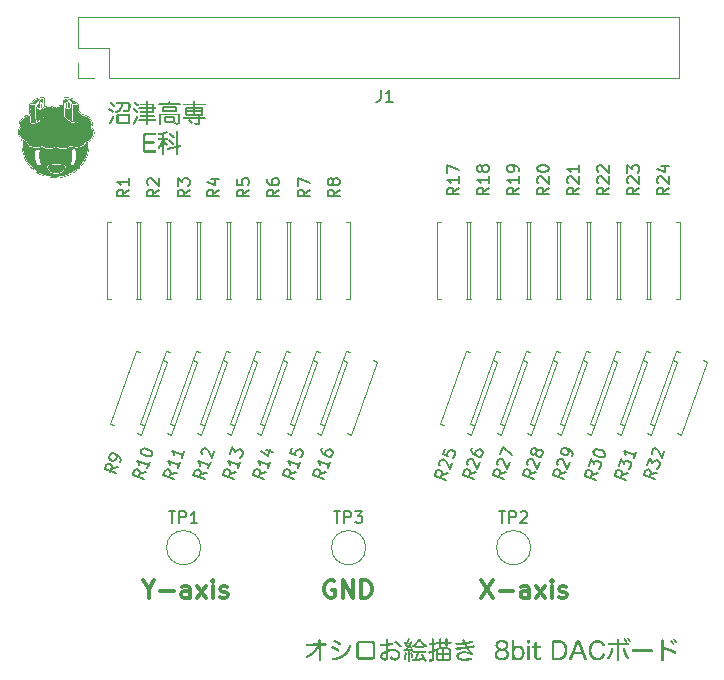
<source format=gto>
%TF.GenerationSoftware,KiCad,Pcbnew,7.0.8*%
%TF.CreationDate,2024-01-29T19:48:48+09:00*%
%TF.ProjectId,DAC8bit,44414338-6269-4742-9e6b-696361645f70,rev?*%
%TF.SameCoordinates,Original*%
%TF.FileFunction,Legend,Top*%
%TF.FilePolarity,Positive*%
%FSLAX46Y46*%
G04 Gerber Fmt 4.6, Leading zero omitted, Abs format (unit mm)*
G04 Created by KiCad (PCBNEW 7.0.8) date 2024-01-29 19:48:48*
%MOMM*%
%LPD*%
G01*
G04 APERTURE LIST*
G04 Aperture macros list*
%AMHorizOval*
0 Thick line with rounded ends*
0 $1 width*
0 $2 $3 position (X,Y) of the first rounded end (center of the circle)*
0 $4 $5 position (X,Y) of the second rounded end (center of the circle)*
0 Add line between two ends*
20,1,$1,$2,$3,$4,$5,0*
0 Add two circle primitives to create the rounded ends*
1,1,$1,$2,$3*
1,1,$1,$4,$5*%
G04 Aperture macros list end*
%ADD10C,0.300000*%
%ADD11C,0.150000*%
%ADD12C,0.120000*%
%ADD13C,2.500000*%
%ADD14C,1.600000*%
%ADD15HorizOval,1.600000X0.000000X0.000000X0.000000X0.000000X0*%
%ADD16O,1.600000X1.600000*%
%ADD17R,1.700000X1.700000*%
%ADD18O,1.700000X1.700000*%
G04 APERTURE END LIST*
D10*
G36*
X139273041Y-86907368D02*
G01*
X139288098Y-86909834D01*
X139303161Y-86913968D01*
X139314309Y-86919038D01*
X139327605Y-86927054D01*
X139341640Y-86938853D01*
X139352717Y-86952315D01*
X139360743Y-86967106D01*
X139365627Y-86982890D01*
X139367275Y-86999331D01*
X139366956Y-87006095D01*
X139364610Y-87021317D01*
X139360314Y-87035968D01*
X139353716Y-87053509D01*
X139346909Y-87071356D01*
X139339897Y-87089488D01*
X139332686Y-87107880D01*
X139325282Y-87126508D01*
X139317689Y-87145349D01*
X139309913Y-87164381D01*
X139301959Y-87183578D01*
X139293832Y-87202918D01*
X139285538Y-87222378D01*
X139277081Y-87241933D01*
X139268467Y-87261561D01*
X139259701Y-87281237D01*
X139250788Y-87300939D01*
X139241735Y-87320643D01*
X139232545Y-87340325D01*
X139223223Y-87359962D01*
X139213777Y-87379530D01*
X139204210Y-87399007D01*
X139194527Y-87418368D01*
X139184735Y-87437590D01*
X139174837Y-87456649D01*
X139164840Y-87475522D01*
X139154749Y-87494186D01*
X139144569Y-87512618D01*
X139134305Y-87530792D01*
X139123962Y-87548687D01*
X139113546Y-87566279D01*
X139103062Y-87583543D01*
X139092515Y-87600458D01*
X139081910Y-87616998D01*
X139071253Y-87633142D01*
X139067619Y-87637829D01*
X139055287Y-87650372D01*
X139041159Y-87660481D01*
X139025682Y-87667953D01*
X139009308Y-87672585D01*
X138992484Y-87674174D01*
X138977990Y-87672886D01*
X138962809Y-87669366D01*
X138947353Y-87664128D01*
X138932034Y-87657688D01*
X138922677Y-87650054D01*
X138912219Y-87639291D01*
X138903350Y-87627446D01*
X138895122Y-87612218D01*
X138889899Y-87596362D01*
X138888070Y-87580385D01*
X138888655Y-87570773D01*
X138891768Y-87555541D01*
X138897653Y-87540199D01*
X138905290Y-87527262D01*
X138915449Y-87512406D01*
X138925588Y-87497183D01*
X138935699Y-87481612D01*
X138945777Y-87465713D01*
X138955814Y-87449505D01*
X138965801Y-87433006D01*
X138975734Y-87416238D01*
X138985604Y-87399218D01*
X138995403Y-87381966D01*
X139005127Y-87364502D01*
X139014766Y-87346845D01*
X139024314Y-87329013D01*
X139033763Y-87311028D01*
X139043108Y-87292906D01*
X139052340Y-87274669D01*
X139061452Y-87256336D01*
X139070438Y-87237925D01*
X139079290Y-87219456D01*
X139088001Y-87200949D01*
X139096565Y-87182422D01*
X139104973Y-87163895D01*
X139113219Y-87145388D01*
X139121295Y-87126919D01*
X139129195Y-87108508D01*
X139136912Y-87090174D01*
X139144438Y-87071937D01*
X139151766Y-87053816D01*
X139158890Y-87035830D01*
X139165801Y-87017999D01*
X139172493Y-87000342D01*
X139178959Y-86982877D01*
X139185192Y-86965626D01*
X139188001Y-86958749D01*
X139196662Y-86943323D01*
X139207423Y-86930496D01*
X139219981Y-86920358D01*
X139234036Y-86913003D01*
X139249285Y-86908522D01*
X139265426Y-86907008D01*
X139273041Y-86907368D01*
G37*
G36*
X140569074Y-86787832D02*
G01*
X140590057Y-86789724D01*
X140609557Y-86792903D01*
X140627580Y-86797390D01*
X140644129Y-86803206D01*
X140659211Y-86810371D01*
X140672832Y-86818907D01*
X140684996Y-86828835D01*
X140695708Y-86840175D01*
X140704975Y-86852948D01*
X140712802Y-86867176D01*
X140719193Y-86882879D01*
X140724155Y-86900078D01*
X140727693Y-86918795D01*
X140729811Y-86939049D01*
X140730516Y-86960863D01*
X140730516Y-87487695D01*
X140729811Y-87509589D01*
X140727693Y-87529947D01*
X140724155Y-87548785D01*
X140719193Y-87566120D01*
X140712802Y-87581969D01*
X140704975Y-87596351D01*
X140695708Y-87609281D01*
X140684996Y-87620777D01*
X140672832Y-87630856D01*
X140659211Y-87639536D01*
X140644129Y-87646833D01*
X140627580Y-87652765D01*
X140609557Y-87657349D01*
X140590057Y-87660602D01*
X140569074Y-87662541D01*
X140546602Y-87663183D01*
X139731441Y-87663183D01*
X139708586Y-87662541D01*
X139687276Y-87660602D01*
X139667500Y-87657349D01*
X139649250Y-87652765D01*
X139632515Y-87646833D01*
X139617286Y-87639536D01*
X139603553Y-87630856D01*
X139591307Y-87620777D01*
X139580537Y-87609281D01*
X139571235Y-87596351D01*
X139563391Y-87581969D01*
X139556994Y-87566120D01*
X139552036Y-87548785D01*
X139548506Y-87529947D01*
X139546396Y-87509589D01*
X139545694Y-87487695D01*
X139545694Y-87444830D01*
X139730708Y-87444830D01*
X139731643Y-87460308D01*
X139736485Y-87475324D01*
X139748007Y-87484833D01*
X139764232Y-87488241D01*
X139779801Y-87488794D01*
X140496043Y-87488794D01*
X140511613Y-87488241D01*
X140527838Y-87484833D01*
X140539359Y-87475324D01*
X140544202Y-87460308D01*
X140545136Y-87444830D01*
X140545136Y-87005926D01*
X140544202Y-86989571D01*
X140539359Y-86973771D01*
X140527838Y-86963840D01*
X140511613Y-86960325D01*
X140496043Y-86959764D01*
X139779801Y-86959764D01*
X139764232Y-86960325D01*
X139748007Y-86963840D01*
X139736485Y-86973771D01*
X139731643Y-86989571D01*
X139730708Y-87005926D01*
X139730708Y-87444830D01*
X139545694Y-87444830D01*
X139545694Y-86960863D01*
X139546396Y-86939049D01*
X139548506Y-86918795D01*
X139552036Y-86900078D01*
X139556994Y-86882879D01*
X139563391Y-86867176D01*
X139571235Y-86852948D01*
X139580537Y-86840175D01*
X139591307Y-86828835D01*
X139603553Y-86818907D01*
X139617286Y-86810371D01*
X139632515Y-86803206D01*
X139649250Y-86797390D01*
X139667500Y-86792903D01*
X139687276Y-86789724D01*
X139708586Y-86787832D01*
X139731441Y-86787206D01*
X140546602Y-86787206D01*
X140569074Y-86787832D01*
G37*
G36*
X140580028Y-85803360D02*
G01*
X140603374Y-85806133D01*
X140625066Y-85810664D01*
X140645108Y-85816879D01*
X140663501Y-85824704D01*
X140680247Y-85834065D01*
X140695349Y-85844888D01*
X140708809Y-85857099D01*
X140720629Y-85870624D01*
X140730811Y-85885388D01*
X140739357Y-85901318D01*
X140746270Y-85918339D01*
X140751551Y-85936378D01*
X140755203Y-85955361D01*
X140757228Y-85975212D01*
X140757627Y-85995860D01*
X140757379Y-86011624D01*
X140757048Y-86027319D01*
X140756631Y-86042941D01*
X140756131Y-86058489D01*
X140755546Y-86073960D01*
X140754877Y-86089355D01*
X140754122Y-86104669D01*
X140753283Y-86119903D01*
X140752358Y-86135053D01*
X140751347Y-86150118D01*
X140750251Y-86165096D01*
X140749069Y-86179986D01*
X140747800Y-86194785D01*
X140746446Y-86209492D01*
X140743477Y-86238622D01*
X140740160Y-86267361D01*
X140736493Y-86295695D01*
X140732476Y-86323610D01*
X140728106Y-86351090D01*
X140723382Y-86378121D01*
X140718303Y-86404690D01*
X140712865Y-86430781D01*
X140707069Y-86456379D01*
X140704014Y-86468619D01*
X140696867Y-86491744D01*
X140688309Y-86513091D01*
X140678303Y-86532694D01*
X140666812Y-86550585D01*
X140653801Y-86566800D01*
X140639232Y-86581372D01*
X140623069Y-86594335D01*
X140605276Y-86605722D01*
X140585816Y-86615568D01*
X140564653Y-86623906D01*
X140541750Y-86630770D01*
X140517070Y-86636194D01*
X140490578Y-86640211D01*
X140462236Y-86642856D01*
X140447360Y-86643675D01*
X140432008Y-86644163D01*
X140416176Y-86644324D01*
X140402249Y-86644227D01*
X140381222Y-86643731D01*
X140360128Y-86642842D01*
X140339077Y-86641590D01*
X140318180Y-86640007D01*
X140297548Y-86638124D01*
X140277290Y-86635970D01*
X140257518Y-86633578D01*
X140238342Y-86630977D01*
X140219872Y-86628198D01*
X140202219Y-86625273D01*
X140186359Y-86621336D01*
X140172126Y-86614929D01*
X140159670Y-86606333D01*
X140149142Y-86595827D01*
X140140692Y-86583689D01*
X140134470Y-86570199D01*
X140130627Y-86555635D01*
X140129313Y-86540277D01*
X140129417Y-86533209D01*
X140131877Y-86518295D01*
X140135690Y-86503507D01*
X140141981Y-86490051D01*
X140152863Y-86475402D01*
X140166545Y-86463528D01*
X140182430Y-86454813D01*
X140199923Y-86449643D01*
X140214676Y-86448319D01*
X140220182Y-86448424D01*
X140234826Y-86450884D01*
X140251079Y-86454538D01*
X140269373Y-86457788D01*
X140284211Y-86459945D01*
X140299838Y-86461850D01*
X140316098Y-86463491D01*
X140332839Y-86464859D01*
X140349905Y-86465941D01*
X140367144Y-86466728D01*
X140384400Y-86467208D01*
X140401521Y-86467370D01*
X140418378Y-86467193D01*
X140433575Y-86466618D01*
X140453496Y-86464878D01*
X140470295Y-86461899D01*
X140488472Y-86455638D01*
X140502625Y-86446309D01*
X140513625Y-86433419D01*
X140522342Y-86416474D01*
X140527907Y-86400808D01*
X140533046Y-86382374D01*
X140536847Y-86366016D01*
X140540547Y-86348593D01*
X140544128Y-86330182D01*
X140547575Y-86310858D01*
X140550871Y-86290700D01*
X140554002Y-86269783D01*
X140556950Y-86248185D01*
X140559699Y-86225982D01*
X140562234Y-86203251D01*
X140564538Y-86180069D01*
X140566595Y-86156511D01*
X140568389Y-86132657D01*
X140569904Y-86108581D01*
X140571124Y-86084360D01*
X140572032Y-86060072D01*
X140572613Y-86035793D01*
X140572466Y-86027141D01*
X140571184Y-86012223D01*
X140567375Y-85997697D01*
X140558862Y-85985603D01*
X140545170Y-85978454D01*
X140529136Y-85975607D01*
X140512896Y-85974977D01*
X140116124Y-85974977D01*
X140112838Y-86006022D01*
X140108744Y-86036641D01*
X140103835Y-86066829D01*
X140098101Y-86096578D01*
X140091533Y-86125880D01*
X140084122Y-86154731D01*
X140075861Y-86183122D01*
X140066739Y-86211047D01*
X140056748Y-86238499D01*
X140045880Y-86265472D01*
X140034125Y-86291958D01*
X140021475Y-86317952D01*
X140007921Y-86343445D01*
X139993454Y-86368432D01*
X139978066Y-86392905D01*
X139961747Y-86416858D01*
X139944489Y-86440284D01*
X139926283Y-86463176D01*
X139907120Y-86485528D01*
X139886992Y-86507332D01*
X139865890Y-86528582D01*
X139843804Y-86549272D01*
X139820726Y-86569393D01*
X139796648Y-86588940D01*
X139771560Y-86607906D01*
X139745455Y-86626284D01*
X139718322Y-86644068D01*
X139690153Y-86661249D01*
X139660939Y-86677823D01*
X139630673Y-86693781D01*
X139599344Y-86709118D01*
X139566943Y-86723825D01*
X139563901Y-86725595D01*
X139549923Y-86731622D01*
X139534601Y-86735179D01*
X139519316Y-86736282D01*
X139513127Y-86736035D01*
X139498246Y-86733335D01*
X139484341Y-86727839D01*
X139471568Y-86719774D01*
X139460089Y-86709366D01*
X139450062Y-86696841D01*
X139441647Y-86682426D01*
X139436006Y-86669260D01*
X139431593Y-86654097D01*
X139429923Y-86638829D01*
X139430191Y-86632224D01*
X139433114Y-86616299D01*
X139439042Y-86601400D01*
X139447708Y-86587762D01*
X139458842Y-86575620D01*
X139472176Y-86565209D01*
X139487442Y-86556763D01*
X139514439Y-86544819D01*
X139540483Y-86532479D01*
X139565581Y-86519743D01*
X139589746Y-86506610D01*
X139612986Y-86493079D01*
X139635312Y-86479150D01*
X139656733Y-86464822D01*
X139677259Y-86450094D01*
X139696900Y-86434966D01*
X139715667Y-86419437D01*
X139733567Y-86403506D01*
X139750613Y-86387172D01*
X139766813Y-86370436D01*
X139782177Y-86353296D01*
X139796716Y-86335752D01*
X139810438Y-86317802D01*
X139823355Y-86299447D01*
X139835475Y-86280685D01*
X139846809Y-86261517D01*
X139857367Y-86241940D01*
X139867157Y-86221956D01*
X139876192Y-86201562D01*
X139884479Y-86180758D01*
X139892029Y-86159544D01*
X139898852Y-86137919D01*
X139904957Y-86115882D01*
X139910356Y-86093433D01*
X139915056Y-86070571D01*
X139919069Y-86047295D01*
X139922404Y-86023604D01*
X139925071Y-85999498D01*
X139927080Y-85974977D01*
X139572073Y-85974977D01*
X139563611Y-85974521D01*
X139548270Y-85971026D01*
X139532087Y-85962320D01*
X139519270Y-85949515D01*
X139511469Y-85936838D01*
X139505869Y-85922426D01*
X139502494Y-85906676D01*
X139501364Y-85889980D01*
X139502000Y-85876815D01*
X139504816Y-85860167D01*
X139509862Y-85844901D01*
X139517115Y-85831396D01*
X139526554Y-85820030D01*
X139541395Y-85809403D01*
X139555676Y-85804228D01*
X139572073Y-85802419D01*
X140555028Y-85802419D01*
X140580028Y-85803360D01*
G37*
G36*
X138976591Y-86291283D02*
G01*
X138991595Y-86293885D01*
X139007185Y-86298665D01*
X139021061Y-86304705D01*
X139039126Y-86315507D01*
X139057423Y-86326863D01*
X139075893Y-86338722D01*
X139094477Y-86351038D01*
X139113114Y-86363762D01*
X139131745Y-86376846D01*
X139150311Y-86390240D01*
X139168751Y-86403898D01*
X139187007Y-86417770D01*
X139205019Y-86431809D01*
X139222727Y-86445965D01*
X139240072Y-86460192D01*
X139256994Y-86474440D01*
X139273433Y-86488661D01*
X139289331Y-86502807D01*
X139304627Y-86516830D01*
X139315322Y-86527676D01*
X139324191Y-86539769D01*
X139331032Y-86552731D01*
X139336179Y-86568450D01*
X139337966Y-86584241D01*
X139337943Y-86586032D01*
X139336132Y-86600644D01*
X139331397Y-86615440D01*
X139323704Y-86629974D01*
X139314519Y-86642126D01*
X139310971Y-86646784D01*
X139299120Y-86658956D01*
X139285839Y-86668423D01*
X139271621Y-86675185D01*
X139256959Y-86679242D01*
X139242345Y-86680594D01*
X139234225Y-86680137D01*
X139219550Y-86677222D01*
X139204835Y-86671792D01*
X139190725Y-86664054D01*
X139177865Y-86654216D01*
X139163133Y-86641171D01*
X139147955Y-86628027D01*
X139132375Y-86614823D01*
X139116436Y-86601597D01*
X139100181Y-86588389D01*
X139083654Y-86575236D01*
X139066898Y-86562178D01*
X139049958Y-86549253D01*
X139032875Y-86536499D01*
X139015695Y-86523957D01*
X138998459Y-86511663D01*
X138981213Y-86499656D01*
X138963999Y-86487976D01*
X138946860Y-86476661D01*
X138929840Y-86465750D01*
X138912983Y-86455280D01*
X138908252Y-86452394D01*
X138895827Y-86442217D01*
X138886087Y-86430147D01*
X138879077Y-86416676D01*
X138874838Y-86402297D01*
X138873416Y-86387503D01*
X138873438Y-86385513D01*
X138875209Y-86369772D01*
X138879710Y-86354422D01*
X138886805Y-86339566D01*
X138895031Y-86327053D01*
X138898551Y-86322842D01*
X138910070Y-86311648D01*
X138922883Y-86302715D01*
X138936802Y-86296173D01*
X138951639Y-86292152D01*
X138967205Y-86290783D01*
X138976591Y-86291283D01*
G37*
G36*
X139088758Y-85757276D02*
G01*
X139103951Y-85761203D01*
X139119006Y-85767328D01*
X139133168Y-85775308D01*
X139149657Y-85786661D01*
X139166524Y-85798572D01*
X139183707Y-85810999D01*
X139201146Y-85823897D01*
X139218780Y-85837225D01*
X139236549Y-85850940D01*
X139254393Y-85864997D01*
X139272249Y-85879356D01*
X139290059Y-85893972D01*
X139307760Y-85908802D01*
X139325293Y-85923805D01*
X139342597Y-85938936D01*
X139359611Y-85954153D01*
X139376274Y-85969413D01*
X139392527Y-85984673D01*
X139408308Y-85999890D01*
X139418596Y-86012093D01*
X139426784Y-86025025D01*
X139432856Y-86038411D01*
X139437247Y-86054235D01*
X139438716Y-86069865D01*
X139438353Y-86078645D01*
X139435944Y-86093777D01*
X139431217Y-86108259D01*
X139424104Y-86121675D01*
X139414536Y-86133613D01*
X139402704Y-86145327D01*
X139390051Y-86154839D01*
X139376838Y-86162032D01*
X139361062Y-86167340D01*
X139345293Y-86169150D01*
X139331990Y-86168066D01*
X139316780Y-86164046D01*
X139302038Y-86157039D01*
X139289877Y-86148637D01*
X139278248Y-86138009D01*
X139263158Y-86123703D01*
X139247718Y-86109380D01*
X139231957Y-86095062D01*
X139215904Y-86080776D01*
X139199586Y-86066546D01*
X139183033Y-86052396D01*
X139166273Y-86038351D01*
X139149334Y-86024436D01*
X139132245Y-86010676D01*
X139115034Y-85997095D01*
X139097730Y-85983718D01*
X139080360Y-85970569D01*
X139062954Y-85957674D01*
X139045541Y-85945057D01*
X139028147Y-85932742D01*
X139010803Y-85920755D01*
X138999734Y-85911525D01*
X138989240Y-85898190D01*
X138982551Y-85885125D01*
X138978204Y-85871069D01*
X138976364Y-85854077D01*
X138976455Y-85850198D01*
X138978629Y-85834286D01*
X138983732Y-85818434D01*
X138990626Y-85805341D01*
X138999812Y-85793627D01*
X139003058Y-85789158D01*
X139014472Y-85777375D01*
X139027915Y-85768084D01*
X139042763Y-85761359D01*
X139058393Y-85757270D01*
X139074184Y-85755891D01*
X139088758Y-85757276D01*
G37*
G36*
X142130827Y-85701606D02*
G01*
X142148084Y-85704003D01*
X142163556Y-85708722D01*
X142177017Y-85715687D01*
X142190668Y-85727433D01*
X142200376Y-85742416D01*
X142205005Y-85756631D01*
X142206598Y-85772744D01*
X142206598Y-85904635D01*
X142581389Y-85904635D01*
X142604233Y-85905229D01*
X142625638Y-85907035D01*
X142645600Y-85910088D01*
X142664113Y-85914424D01*
X142681172Y-85920077D01*
X142696774Y-85927085D01*
X142710913Y-85935481D01*
X142723584Y-85945301D01*
X142734782Y-85956582D01*
X142744503Y-85969357D01*
X142752742Y-85983663D01*
X142759493Y-85999535D01*
X142764753Y-86017008D01*
X142768516Y-86036118D01*
X142770777Y-86056901D01*
X142771532Y-86079391D01*
X142771532Y-86216045D01*
X142875213Y-86216045D01*
X142890159Y-86217641D01*
X142906363Y-86223796D01*
X142919681Y-86234001D01*
X142929970Y-86247644D01*
X142937088Y-86264113D01*
X142940404Y-86278911D01*
X142941525Y-86294813D01*
X142940388Y-86311451D01*
X142937037Y-86326595D01*
X142929863Y-86343084D01*
X142919529Y-86356453D01*
X142906203Y-86366267D01*
X142890053Y-86372090D01*
X142875213Y-86373581D01*
X142771532Y-86373581D01*
X142771532Y-86544307D01*
X142770777Y-86566435D01*
X142768516Y-86586948D01*
X142764753Y-86605873D01*
X142759493Y-86623235D01*
X142752742Y-86639061D01*
X142744503Y-86653375D01*
X142734782Y-86666203D01*
X142723584Y-86677572D01*
X142710913Y-86687507D01*
X142696774Y-86696033D01*
X142681172Y-86703177D01*
X142664113Y-86708965D01*
X142645600Y-86713421D01*
X142625638Y-86716573D01*
X142604233Y-86718444D01*
X142581389Y-86719063D01*
X142206598Y-86719063D01*
X142206598Y-86889422D01*
X142722073Y-86889422D01*
X142736913Y-86891139D01*
X142753063Y-86897681D01*
X142766389Y-86908356D01*
X142776722Y-86922357D01*
X142783897Y-86938881D01*
X142787248Y-86953376D01*
X142788385Y-86968557D01*
X142787248Y-86983722D01*
X142783897Y-86998175D01*
X142776722Y-87014624D01*
X142766389Y-87028540D01*
X142753063Y-87039136D01*
X142736913Y-87045623D01*
X142722073Y-87047325D01*
X142206598Y-87047325D01*
X142206598Y-87219883D01*
X142825021Y-87219883D01*
X142828918Y-87219998D01*
X142843432Y-87222668D01*
X142859070Y-87230464D01*
X142871794Y-87242433D01*
X142881460Y-87257735D01*
X142886896Y-87271815D01*
X142890212Y-87287062D01*
X142891333Y-87303047D01*
X142890182Y-87319685D01*
X142886793Y-87334829D01*
X142879563Y-87351318D01*
X142869185Y-87364688D01*
X142855852Y-87374502D01*
X142839756Y-87380324D01*
X142825021Y-87381816D01*
X142206598Y-87381816D01*
X142206598Y-87656589D01*
X142206191Y-87664676D01*
X142203024Y-87679474D01*
X142194964Y-87695298D01*
X142182784Y-87708017D01*
X142170391Y-87715862D01*
X142155902Y-87721556D01*
X142139559Y-87725025D01*
X142121602Y-87726198D01*
X142116941Y-87726124D01*
X142099251Y-87724370D01*
X142083265Y-87720338D01*
X142069218Y-87714099D01*
X142054747Y-87703311D01*
X142044137Y-87689333D01*
X142037848Y-87672307D01*
X142036239Y-87656589D01*
X142036239Y-87381816D01*
X141478632Y-87381816D01*
X141464633Y-87380339D01*
X141448919Y-87374564D01*
X141435533Y-87364806D01*
X141424844Y-87351476D01*
X141417220Y-87334984D01*
X141413577Y-87319791D01*
X141412320Y-87303047D01*
X141413547Y-87286957D01*
X141417117Y-87271660D01*
X141422869Y-87257574D01*
X141432877Y-87242304D01*
X141445719Y-87230390D01*
X141461077Y-87222645D01*
X141478632Y-87219883D01*
X142036239Y-87219883D01*
X142036239Y-87047325D01*
X141575352Y-87047325D01*
X141560523Y-87045744D01*
X141544098Y-87039636D01*
X141530294Y-87029487D01*
X141519406Y-87015883D01*
X141511725Y-86999411D01*
X141508088Y-86984564D01*
X141506842Y-86968557D01*
X141508088Y-86953270D01*
X141511725Y-86938727D01*
X141519406Y-86922200D01*
X141530294Y-86908237D01*
X141544098Y-86897619D01*
X141560523Y-86891124D01*
X141575352Y-86889422D01*
X142036239Y-86889422D01*
X142036239Y-86719063D01*
X141613088Y-86719063D01*
X141598984Y-86717376D01*
X141583215Y-86710936D01*
X141569837Y-86700396D01*
X141559192Y-86686519D01*
X141551625Y-86670067D01*
X141548017Y-86655565D01*
X141546776Y-86640294D01*
X141547470Y-86629199D01*
X141550470Y-86614742D01*
X141557325Y-86597868D01*
X141567333Y-86583166D01*
X141580175Y-86571544D01*
X141595533Y-86563907D01*
X141613088Y-86561160D01*
X142036239Y-86561160D01*
X142036239Y-86373581D01*
X142206598Y-86373581D01*
X142206598Y-86561160D01*
X142552080Y-86561160D01*
X142568138Y-86560632D01*
X142582579Y-86558040D01*
X142595782Y-86548029D01*
X142600329Y-86533236D01*
X142601172Y-86517929D01*
X142601172Y-86373581D01*
X142206598Y-86373581D01*
X142036239Y-86373581D01*
X141474602Y-86373581D01*
X141459656Y-86371985D01*
X141443452Y-86365830D01*
X141430134Y-86355625D01*
X141419845Y-86341982D01*
X141412727Y-86325513D01*
X141409412Y-86310715D01*
X141408290Y-86294813D01*
X141409038Y-86283811D01*
X141412253Y-86269453D01*
X141419535Y-86252663D01*
X141430049Y-86238013D01*
X141443378Y-86226418D01*
X141459101Y-86218790D01*
X141476800Y-86216045D01*
X142036239Y-86216045D01*
X142036239Y-86062538D01*
X142206598Y-86062538D01*
X142206598Y-86216045D01*
X142601172Y-86216045D01*
X142601172Y-86103937D01*
X142600351Y-86089239D01*
X142595879Y-86075060D01*
X142582742Y-86065498D01*
X142568260Y-86063035D01*
X142552080Y-86062538D01*
X142206598Y-86062538D01*
X142036239Y-86062538D01*
X141623713Y-86062538D01*
X141608777Y-86060957D01*
X141592298Y-86054849D01*
X141578502Y-86044700D01*
X141567658Y-86031096D01*
X141560034Y-86014624D01*
X141556433Y-85999777D01*
X141555202Y-85983770D01*
X141556418Y-85968483D01*
X141559982Y-85953939D01*
X141567550Y-85937413D01*
X141578350Y-85923450D01*
X141592139Y-85912832D01*
X141608672Y-85906337D01*
X141623713Y-85904635D01*
X142036239Y-85904635D01*
X142036239Y-85772744D01*
X142036642Y-85764455D01*
X142039784Y-85749281D01*
X142047803Y-85733046D01*
X142059961Y-85719987D01*
X142072374Y-85711929D01*
X142086934Y-85706077D01*
X142103418Y-85702509D01*
X142121602Y-85701303D01*
X142130827Y-85701606D01*
G37*
G36*
X141309071Y-86925591D02*
G01*
X141323685Y-86927885D01*
X141337948Y-86932287D01*
X141353315Y-86938497D01*
X141366702Y-86946523D01*
X141378089Y-86956121D01*
X141389476Y-86969955D01*
X141397662Y-86985384D01*
X141402604Y-87001930D01*
X141404260Y-87019115D01*
X141404204Y-87021756D01*
X141402565Y-87036484D01*
X141399864Y-87051355D01*
X141393394Y-87068807D01*
X141386696Y-87086529D01*
X141379776Y-87104500D01*
X141372641Y-87122699D01*
X141365297Y-87141106D01*
X141357750Y-87159702D01*
X141350005Y-87178464D01*
X141342070Y-87197374D01*
X141333950Y-87216411D01*
X141325652Y-87235553D01*
X141317181Y-87254782D01*
X141308545Y-87274076D01*
X141299748Y-87293415D01*
X141290798Y-87312779D01*
X141281700Y-87332147D01*
X141272461Y-87351499D01*
X141263086Y-87370814D01*
X141253583Y-87390073D01*
X141243956Y-87409254D01*
X141234213Y-87428338D01*
X141224359Y-87447304D01*
X141214401Y-87466131D01*
X141204345Y-87484799D01*
X141194196Y-87503288D01*
X141183962Y-87521578D01*
X141173648Y-87539647D01*
X141163260Y-87557476D01*
X141152806Y-87575044D01*
X141142290Y-87592331D01*
X141131719Y-87609316D01*
X141121099Y-87625980D01*
X141110436Y-87642301D01*
X141099722Y-87653673D01*
X141087709Y-87663344D01*
X141074706Y-87671220D01*
X141061023Y-87677209D01*
X141044145Y-87681776D01*
X141027271Y-87683333D01*
X141013241Y-87682343D01*
X140998832Y-87679258D01*
X140984355Y-87673905D01*
X140970119Y-87666114D01*
X140965436Y-87662498D01*
X140952945Y-87650435D01*
X140942928Y-87636923D01*
X140935557Y-87622440D01*
X140931007Y-87607465D01*
X140929452Y-87592475D01*
X140930775Y-87576756D01*
X140934536Y-87561517D01*
X140940426Y-87546828D01*
X140948137Y-87532758D01*
X140957919Y-87517641D01*
X140967684Y-87502252D01*
X140977425Y-87486605D01*
X140987136Y-87470715D01*
X140996810Y-87454597D01*
X141006440Y-87438265D01*
X141016020Y-87421736D01*
X141025543Y-87405023D01*
X141035002Y-87388141D01*
X141044392Y-87371106D01*
X141053706Y-87353932D01*
X141062936Y-87336634D01*
X141072077Y-87319227D01*
X141081121Y-87301727D01*
X141090063Y-87284147D01*
X141098896Y-87266502D01*
X141107612Y-87248809D01*
X141116206Y-87231081D01*
X141124671Y-87213333D01*
X141133000Y-87195581D01*
X141141188Y-87177839D01*
X141149226Y-87160122D01*
X141157109Y-87142445D01*
X141164830Y-87124823D01*
X141172382Y-87107270D01*
X141179760Y-87089802D01*
X141186955Y-87072434D01*
X141193963Y-87055180D01*
X141200776Y-87038056D01*
X141207387Y-87021076D01*
X141213790Y-87004255D01*
X141219979Y-86987608D01*
X141222752Y-86980508D01*
X141231572Y-86964416D01*
X141242744Y-86950835D01*
X141255842Y-86939952D01*
X141270438Y-86931949D01*
X141286103Y-86927012D01*
X141302411Y-86925326D01*
X141309071Y-86925591D01*
G37*
G36*
X141009487Y-86274722D02*
G01*
X141025013Y-86276653D01*
X141040002Y-86280864D01*
X141053650Y-86286753D01*
X141071810Y-86297098D01*
X141090379Y-86308295D01*
X141109277Y-86320259D01*
X141128422Y-86332903D01*
X141147735Y-86346145D01*
X141167135Y-86359898D01*
X141186542Y-86374079D01*
X141205874Y-86388602D01*
X141225052Y-86403383D01*
X141243995Y-86418336D01*
X141262622Y-86433378D01*
X141280853Y-86448422D01*
X141298607Y-86463386D01*
X141315805Y-86478182D01*
X141332365Y-86492728D01*
X141348207Y-86506938D01*
X141351983Y-86510619D01*
X141362357Y-86522869D01*
X141371032Y-86536645D01*
X141377659Y-86551585D01*
X141381890Y-86567327D01*
X141383378Y-86583508D01*
X141381958Y-86598031D01*
X141377790Y-86612588D01*
X141371013Y-86626527D01*
X141361762Y-86639195D01*
X141358218Y-86643402D01*
X141346386Y-86654542D01*
X141333047Y-86663384D01*
X141318578Y-86669825D01*
X141303356Y-86673763D01*
X141287756Y-86675099D01*
X141278900Y-86674627D01*
X141263822Y-86671656D01*
X141249418Y-86666209D01*
X141235849Y-86658587D01*
X141223276Y-86649087D01*
X141207938Y-86635516D01*
X141191933Y-86621641D01*
X141175349Y-86607539D01*
X141158275Y-86593285D01*
X141140800Y-86578954D01*
X141123012Y-86564620D01*
X141105000Y-86550359D01*
X141086851Y-86536247D01*
X141068656Y-86522358D01*
X141050502Y-86508767D01*
X141032478Y-86495549D01*
X141014672Y-86482781D01*
X140997173Y-86470536D01*
X140980070Y-86458890D01*
X140963451Y-86447918D01*
X140947404Y-86437695D01*
X140945402Y-86436482D01*
X140932847Y-86425691D01*
X140924271Y-86413707D01*
X140917912Y-86399796D01*
X140913959Y-86384522D01*
X140912599Y-86368452D01*
X140913928Y-86354055D01*
X140917729Y-86339555D01*
X140923728Y-86325124D01*
X140931650Y-86310933D01*
X140935323Y-86306662D01*
X140947450Y-86295374D01*
X140960967Y-86286443D01*
X140975528Y-86279956D01*
X140990785Y-86276001D01*
X141006389Y-86274663D01*
X141009487Y-86274722D01*
G37*
G36*
X141127733Y-85744231D02*
G01*
X141143180Y-85747648D01*
X141156833Y-85753017D01*
X141170520Y-85760654D01*
X141185970Y-85771683D01*
X141202157Y-85783681D01*
X141218970Y-85796543D01*
X141236294Y-85810164D01*
X141254017Y-85824441D01*
X141272027Y-85839267D01*
X141290211Y-85854538D01*
X141308456Y-85870151D01*
X141326650Y-85885999D01*
X141344679Y-85901979D01*
X141362431Y-85917986D01*
X141379794Y-85933915D01*
X141396654Y-85949662D01*
X141412900Y-85965121D01*
X141428418Y-85980189D01*
X141443095Y-85994760D01*
X141452670Y-86006924D01*
X141460348Y-86020044D01*
X141466083Y-86033685D01*
X141470263Y-86049680D01*
X141471671Y-86065102D01*
X141471649Y-86067000D01*
X141469813Y-86082571D01*
X141464938Y-86098160D01*
X141456885Y-86112804D01*
X141447125Y-86124087D01*
X141440037Y-86131163D01*
X141426201Y-86141245D01*
X141411137Y-86148418D01*
X141395533Y-86152705D01*
X141380080Y-86154129D01*
X141375292Y-86153988D01*
X141360514Y-86151931D01*
X141345543Y-86147555D01*
X141330929Y-86141034D01*
X141317223Y-86132543D01*
X141304976Y-86122255D01*
X141291921Y-86109880D01*
X141278094Y-86096992D01*
X141263582Y-86083681D01*
X141248470Y-86070037D01*
X141232844Y-86056148D01*
X141216793Y-86042103D01*
X141200401Y-86027992D01*
X141183755Y-86013903D01*
X141166942Y-85999926D01*
X141150047Y-85986149D01*
X141133158Y-85972663D01*
X141116361Y-85959555D01*
X141099742Y-85946915D01*
X141083387Y-85934833D01*
X141067384Y-85923396D01*
X141051818Y-85912695D01*
X141050017Y-85911213D01*
X141038589Y-85898853D01*
X141030641Y-85886004D01*
X141024659Y-85871715D01*
X141020889Y-85856596D01*
X141019578Y-85841254D01*
X141019600Y-85839421D01*
X141021371Y-85824080D01*
X141025872Y-85808288D01*
X141031943Y-85794937D01*
X141041193Y-85781170D01*
X141044737Y-85777124D01*
X141056575Y-85766000D01*
X141069939Y-85756693D01*
X141084467Y-85749578D01*
X141099796Y-85745033D01*
X141115565Y-85743435D01*
X141127733Y-85744231D01*
G37*
G36*
X144763357Y-86749435D02*
G01*
X144786841Y-86751531D01*
X144808636Y-86755034D01*
X144828753Y-86759952D01*
X144847202Y-86766294D01*
X144863993Y-86774067D01*
X144879137Y-86783279D01*
X144892644Y-86793938D01*
X144904523Y-86806053D01*
X144914785Y-86819632D01*
X144923440Y-86834682D01*
X144930499Y-86851211D01*
X144935972Y-86869229D01*
X144939868Y-86888742D01*
X144942198Y-86909758D01*
X144942973Y-86932287D01*
X144942973Y-87487695D01*
X144941997Y-87513536D01*
X144939085Y-87537371D01*
X144934257Y-87559247D01*
X144927534Y-87579212D01*
X144918937Y-87597310D01*
X144908487Y-87613590D01*
X144896204Y-87628098D01*
X144882111Y-87640881D01*
X144866227Y-87651985D01*
X144848573Y-87661457D01*
X144829171Y-87669343D01*
X144808042Y-87675691D01*
X144785206Y-87680547D01*
X144760684Y-87683958D01*
X144734498Y-87685970D01*
X144706668Y-87686631D01*
X144693202Y-87686537D01*
X144673270Y-87686052D01*
X144653694Y-87685165D01*
X144634514Y-87683893D01*
X144615770Y-87682248D01*
X144597502Y-87680246D01*
X144579750Y-87677901D01*
X144562553Y-87675228D01*
X144545951Y-87672240D01*
X144529985Y-87668953D01*
X144514693Y-87665382D01*
X144507944Y-87663460D01*
X144492247Y-87656908D01*
X144478539Y-87647968D01*
X144467206Y-87636774D01*
X144458633Y-87623460D01*
X144453206Y-87608161D01*
X144451312Y-87591010D01*
X144451318Y-87590116D01*
X144452844Y-87575463D01*
X144455708Y-87560968D01*
X144456850Y-87557330D01*
X144462235Y-87543559D01*
X144470657Y-87528302D01*
X144480723Y-87515524D01*
X144492180Y-87505552D01*
X144507412Y-87497749D01*
X144523852Y-87495022D01*
X144531190Y-87495532D01*
X144546200Y-87497220D01*
X144562032Y-87500879D01*
X144578606Y-87504370D01*
X144595705Y-87507595D01*
X144613108Y-87510455D01*
X144630596Y-87512852D01*
X144647952Y-87514686D01*
X144664956Y-87515858D01*
X144681389Y-87516271D01*
X144692593Y-87516113D01*
X144711888Y-87514694D01*
X144727333Y-87511475D01*
X144741783Y-87504310D01*
X144751502Y-87492926D01*
X144757203Y-87476545D01*
X144759350Y-87459318D01*
X144759791Y-87443731D01*
X144759791Y-86954269D01*
X144759069Y-86940362D01*
X144754961Y-86924615D01*
X144744746Y-86912854D01*
X144730549Y-86907347D01*
X144714350Y-86905252D01*
X144698241Y-86904809D01*
X143391786Y-86904809D01*
X143379433Y-86905051D01*
X143362386Y-86906767D01*
X143347278Y-86911673D01*
X143336147Y-86922530D01*
X143331378Y-86937330D01*
X143330237Y-86954269D01*
X143330237Y-87637172D01*
X143328451Y-87652837D01*
X143323294Y-87667013D01*
X143315071Y-87679514D01*
X143304088Y-87690157D01*
X143290649Y-87698756D01*
X143275059Y-87705126D01*
X143257623Y-87709084D01*
X143238646Y-87710444D01*
X143219690Y-87709101D01*
X143202267Y-87705189D01*
X143186605Y-87698891D01*
X143172930Y-87690386D01*
X143161470Y-87679854D01*
X143152453Y-87667477D01*
X143146107Y-87653433D01*
X143142659Y-87637904D01*
X143142659Y-86932287D01*
X143143437Y-86909758D01*
X143145779Y-86888742D01*
X143149694Y-86869229D01*
X143155190Y-86851211D01*
X143162276Y-86834682D01*
X143170963Y-86819632D01*
X143181258Y-86806053D01*
X143193171Y-86793938D01*
X143206712Y-86783279D01*
X143221889Y-86774067D01*
X143238711Y-86766294D01*
X143257188Y-86759952D01*
X143277328Y-86755034D01*
X143299141Y-86751531D01*
X143322637Y-86749435D01*
X143347823Y-86748738D01*
X144738175Y-86748738D01*
X144763357Y-86749435D01*
G37*
G36*
X144358580Y-86992163D02*
G01*
X144376725Y-86993759D01*
X144393636Y-86996458D01*
X144409312Y-87000293D01*
X144423749Y-87005296D01*
X144443076Y-87015060D01*
X144459601Y-87027633D01*
X144473315Y-87043123D01*
X144484209Y-87061639D01*
X144489900Y-87075718D01*
X144494332Y-87091223D01*
X144497500Y-87108184D01*
X144499403Y-87126636D01*
X144500038Y-87146610D01*
X144500038Y-87372290D01*
X144499404Y-87391486D01*
X144497508Y-87409249D01*
X144494358Y-87425605D01*
X144489963Y-87440583D01*
X144484332Y-87454208D01*
X144473585Y-87472168D01*
X144460105Y-87487237D01*
X144443919Y-87499504D01*
X144425058Y-87509060D01*
X144411012Y-87513970D01*
X144395798Y-87517742D01*
X144379424Y-87520403D01*
X144361900Y-87521980D01*
X144343234Y-87522500D01*
X143727743Y-87522500D01*
X143708694Y-87522008D01*
X143690843Y-87520508D01*
X143674194Y-87517962D01*
X143658752Y-87514331D01*
X143644520Y-87509577D01*
X143625452Y-87500258D01*
X143609132Y-87488199D01*
X143595575Y-87473270D01*
X143584795Y-87455344D01*
X143579159Y-87441665D01*
X143574768Y-87426558D01*
X143571626Y-87409985D01*
X143569737Y-87391908D01*
X143569107Y-87372290D01*
X143569107Y-87330525D01*
X143746061Y-87330525D01*
X143747244Y-87346487D01*
X143754591Y-87359620D01*
X143769279Y-87364296D01*
X143784529Y-87364963D01*
X144282418Y-87364963D01*
X144298007Y-87364265D01*
X144313498Y-87359491D01*
X144321673Y-87346340D01*
X144323084Y-87330525D01*
X144323084Y-87183979D01*
X144323060Y-87181005D01*
X144321316Y-87164499D01*
X144312500Y-87151712D01*
X144298279Y-87147929D01*
X144282418Y-87147342D01*
X143786727Y-87147342D01*
X143783581Y-87147354D01*
X143767947Y-87148137D01*
X143752430Y-87154290D01*
X143746863Y-87168354D01*
X143746061Y-87183979D01*
X143746061Y-87330525D01*
X143569107Y-87330525D01*
X143569107Y-87146610D01*
X143569733Y-87126636D01*
X143571611Y-87108184D01*
X143574736Y-87091223D01*
X143579107Y-87075718D01*
X143584722Y-87061639D01*
X143595467Y-87043123D01*
X143608995Y-87027633D01*
X143625294Y-87015060D01*
X143644358Y-87005296D01*
X143658597Y-87000293D01*
X143674058Y-86996458D01*
X143690738Y-86993759D01*
X143708633Y-86992163D01*
X143727743Y-86991638D01*
X144339204Y-86991638D01*
X144358580Y-86992163D01*
G37*
G36*
X144510862Y-86139250D02*
G01*
X144530174Y-86140390D01*
X144548310Y-86142681D01*
X144565256Y-86146135D01*
X144580994Y-86150763D01*
X144595510Y-86156579D01*
X144608786Y-86163592D01*
X144626342Y-86176386D01*
X144641020Y-86191942D01*
X144652764Y-86210300D01*
X144658937Y-86224116D01*
X144663767Y-86239207D01*
X144667236Y-86255585D01*
X144669330Y-86273261D01*
X144670031Y-86292248D01*
X144670031Y-86493749D01*
X144669330Y-86513119D01*
X144667236Y-86531122D01*
X144663767Y-86547775D01*
X144658937Y-86563095D01*
X144652764Y-86577096D01*
X144645263Y-86589795D01*
X144631557Y-86606438D01*
X144614955Y-86620241D01*
X144602304Y-86627894D01*
X144588406Y-86634325D01*
X144573277Y-86639550D01*
X144556933Y-86643586D01*
X144539390Y-86646450D01*
X144520664Y-86648156D01*
X144500771Y-86648721D01*
X143585227Y-86648721D01*
X143565334Y-86648156D01*
X143546608Y-86646450D01*
X143529065Y-86643586D01*
X143512721Y-86639550D01*
X143497592Y-86634325D01*
X143483694Y-86627894D01*
X143471043Y-86620241D01*
X143454440Y-86606438D01*
X143440735Y-86589795D01*
X143433234Y-86577096D01*
X143427060Y-86563095D01*
X143422231Y-86547775D01*
X143418761Y-86531122D01*
X143416668Y-86513119D01*
X143415967Y-86493749D01*
X143415967Y-86450518D01*
X143590356Y-86450518D01*
X143590884Y-86462137D01*
X143594747Y-86476825D01*
X143606563Y-86487147D01*
X143622290Y-86490302D01*
X143637617Y-86490818D01*
X144448381Y-86490818D01*
X144458003Y-86490644D01*
X144473392Y-86488921D01*
X144488035Y-86481211D01*
X144494087Y-86467025D01*
X144495276Y-86450518D01*
X144495276Y-86337311D01*
X144494763Y-86325797D01*
X144490984Y-86311167D01*
X144479319Y-86300778D01*
X144463684Y-86297550D01*
X144448381Y-86297011D01*
X143637617Y-86297011D01*
X143627986Y-86297193D01*
X143612535Y-86298970D01*
X143597745Y-86306770D01*
X143591578Y-86320940D01*
X143590356Y-86337311D01*
X143590356Y-86450518D01*
X143415967Y-86450518D01*
X143415967Y-86292248D01*
X143416142Y-86282590D01*
X143417542Y-86264260D01*
X143420325Y-86247234D01*
X143424477Y-86231501D01*
X143429980Y-86217049D01*
X143440735Y-86197748D01*
X143454440Y-86181262D01*
X143471043Y-86167552D01*
X143483694Y-86159935D01*
X143497592Y-86153522D01*
X143512721Y-86148301D01*
X143529065Y-86144262D01*
X143546608Y-86141391D01*
X143565334Y-86139677D01*
X143585227Y-86139108D01*
X144500771Y-86139108D01*
X144510862Y-86139250D01*
G37*
G36*
X144053976Y-85704753D02*
G01*
X144072108Y-85708435D01*
X144088427Y-85714436D01*
X144102579Y-85722643D01*
X144114206Y-85732946D01*
X144122952Y-85745232D01*
X144128461Y-85759390D01*
X144130377Y-85775308D01*
X144130377Y-85881188D01*
X144937477Y-85881188D01*
X144955034Y-85883694D01*
X144970128Y-85890827D01*
X144982548Y-85902009D01*
X144992085Y-85916661D01*
X144997498Y-85930492D01*
X145000825Y-85945877D01*
X145001957Y-85962520D01*
X145000825Y-85979043D01*
X144997498Y-85994337D01*
X144992085Y-86008103D01*
X144982548Y-86022703D01*
X144970128Y-86033858D01*
X144955034Y-86040982D01*
X144937477Y-86043487D01*
X143154382Y-86043487D01*
X143136094Y-86040982D01*
X143120496Y-86033858D01*
X143107755Y-86022703D01*
X143098040Y-86008103D01*
X143092558Y-85994337D01*
X143089207Y-85979043D01*
X143088070Y-85962520D01*
X143088142Y-85958484D01*
X143089840Y-85942757D01*
X143093732Y-85927995D01*
X143099733Y-85914583D01*
X143110066Y-85900305D01*
X143123392Y-85889496D01*
X143139542Y-85882909D01*
X143154382Y-85881188D01*
X143938768Y-85881188D01*
X143938768Y-85775308D01*
X143940758Y-85759285D01*
X143946445Y-85745078D01*
X143955403Y-85732785D01*
X143967207Y-85722506D01*
X143981433Y-85714339D01*
X143997656Y-85708384D01*
X144015449Y-85704738D01*
X144034389Y-85703501D01*
X144053976Y-85704753D01*
G37*
G36*
X146142503Y-85707594D02*
G01*
X146159984Y-85711013D01*
X146175418Y-85716919D01*
X146188615Y-85725084D01*
X146199386Y-85735281D01*
X146209151Y-85750539D01*
X146213773Y-85764476D01*
X146215356Y-85779705D01*
X146215356Y-85904635D01*
X147035646Y-85904635D01*
X147053709Y-85906816D01*
X147069818Y-85913175D01*
X147083518Y-85923434D01*
X147094357Y-85937318D01*
X147100664Y-85950848D01*
X147104618Y-85966379D01*
X147105987Y-85983770D01*
X147105901Y-85988257D01*
X147103885Y-86005220D01*
X147099361Y-86020460D01*
X147092547Y-86033779D01*
X147081144Y-86047424D01*
X147066934Y-86057373D01*
X147050344Y-86063241D01*
X147035646Y-86064736D01*
X146215356Y-86064736D01*
X146215356Y-86179408D01*
X146739257Y-86179408D01*
X146761452Y-86180051D01*
X146782281Y-86181993D01*
X146801735Y-86185252D01*
X146819805Y-86189849D01*
X146836482Y-86195803D01*
X146851757Y-86203133D01*
X146865620Y-86211858D01*
X146878063Y-86221998D01*
X146889076Y-86233572D01*
X146898650Y-86246599D01*
X146906777Y-86261098D01*
X146913446Y-86277090D01*
X146918649Y-86294593D01*
X146922377Y-86313626D01*
X146924620Y-86334210D01*
X146925370Y-86356362D01*
X146925370Y-86757165D01*
X146924620Y-86779764D01*
X146922377Y-86800731D01*
X146918649Y-86820089D01*
X146913446Y-86837862D01*
X146906777Y-86854074D01*
X146898650Y-86868750D01*
X146889076Y-86881914D01*
X146878063Y-86893589D01*
X146865620Y-86903801D01*
X146851757Y-86912572D01*
X146836482Y-86919928D01*
X146819805Y-86925892D01*
X146801735Y-86930489D01*
X146782281Y-86933743D01*
X146761452Y-86935677D01*
X146739257Y-86936317D01*
X146671113Y-86936317D01*
X146671113Y-87053553D01*
X147037477Y-87053553D01*
X147041348Y-87053655D01*
X147055910Y-87056029D01*
X147071874Y-87063052D01*
X147085101Y-87074020D01*
X147095323Y-87088329D01*
X147101156Y-87101776D01*
X147104757Y-87116665D01*
X147105987Y-87132688D01*
X147105909Y-87136956D01*
X147104073Y-87153427D01*
X147099902Y-87168684D01*
X147093532Y-87182389D01*
X147082688Y-87196818D01*
X147068892Y-87207629D01*
X147052412Y-87214157D01*
X147037477Y-87215853D01*
X146671113Y-87215853D01*
X146671113Y-87523965D01*
X146670887Y-87535748D01*
X146669077Y-87558100D01*
X146665442Y-87578845D01*
X146659969Y-87598000D01*
X146652644Y-87615582D01*
X146643453Y-87631607D01*
X146632382Y-87646092D01*
X146619417Y-87659054D01*
X146604544Y-87670510D01*
X146587750Y-87680475D01*
X146569020Y-87688967D01*
X146548340Y-87696002D01*
X146525696Y-87701597D01*
X146501075Y-87705768D01*
X146474462Y-87708533D01*
X146445844Y-87709907D01*
X146430778Y-87710078D01*
X146417478Y-87709985D01*
X146397198Y-87709509D01*
X146376688Y-87708653D01*
X146356134Y-87707444D01*
X146335724Y-87705910D01*
X146315643Y-87704078D01*
X146296078Y-87701974D01*
X146277217Y-87699627D01*
X146259244Y-87697063D01*
X146242347Y-87694309D01*
X146226713Y-87691393D01*
X146210437Y-87687629D01*
X146196248Y-87681679D01*
X146181484Y-87671450D01*
X146170072Y-87658455D01*
X146162060Y-87643056D01*
X146157500Y-87625612D01*
X146156371Y-87610427D01*
X146156586Y-87601231D01*
X146158936Y-87586613D01*
X146160440Y-87579086D01*
X146166443Y-87561822D01*
X146175416Y-87547020D01*
X146187066Y-87534982D01*
X146201098Y-87526010D01*
X146217221Y-87520405D01*
X146235140Y-87518469D01*
X146246247Y-87518734D01*
X146261518Y-87521034D01*
X146278746Y-87524688D01*
X146297816Y-87527938D01*
X146312907Y-87530095D01*
X146328344Y-87532000D01*
X146343834Y-87533641D01*
X146359080Y-87535009D01*
X146378520Y-87536387D01*
X146396302Y-87537233D01*
X146411727Y-87537520D01*
X146430222Y-87537317D01*
X146450226Y-87536194D01*
X146465480Y-87533709D01*
X146480818Y-87526499D01*
X146488972Y-87513833D01*
X146491794Y-87498075D01*
X146492327Y-87481467D01*
X146492327Y-87215853D01*
X145256581Y-87215853D01*
X145252742Y-87215744D01*
X145234885Y-87212102D01*
X145219474Y-87203781D01*
X145206801Y-87191444D01*
X145198832Y-87179127D01*
X145192953Y-87165002D01*
X145189316Y-87149410D01*
X145188070Y-87132688D01*
X145189316Y-87116665D01*
X145192953Y-87101776D01*
X145200634Y-87085229D01*
X145211523Y-87071540D01*
X145225326Y-87061313D01*
X145241751Y-87055150D01*
X145256581Y-87053553D01*
X146492327Y-87053553D01*
X146492327Y-86936317D01*
X145556999Y-86936317D01*
X145534417Y-86935677D01*
X145513250Y-86933743D01*
X145493502Y-86930489D01*
X145475180Y-86925892D01*
X145458290Y-86919928D01*
X145442837Y-86912572D01*
X145428829Y-86903801D01*
X145416270Y-86893589D01*
X145405166Y-86881914D01*
X145395524Y-86868750D01*
X145387348Y-86854074D01*
X145380646Y-86837862D01*
X145375424Y-86820089D01*
X145371686Y-86800731D01*
X145369438Y-86779764D01*
X145368688Y-86757165D01*
X145368688Y-86608787D01*
X145547840Y-86608787D01*
X145547840Y-86729687D01*
X145548036Y-86738384D01*
X145549659Y-86753258D01*
X145554176Y-86767546D01*
X145563612Y-86779205D01*
X145577880Y-86785906D01*
X145593807Y-86788487D01*
X145609389Y-86789038D01*
X146038768Y-86789038D01*
X146038768Y-86608787D01*
X146215356Y-86608787D01*
X146215356Y-86789038D01*
X146684669Y-86789038D01*
X146688811Y-86789005D01*
X146707116Y-86787705D01*
X146721601Y-86784071D01*
X146734305Y-86775777D01*
X146742332Y-86762210D01*
X146745772Y-86746122D01*
X146746584Y-86729687D01*
X146746584Y-86608787D01*
X146215356Y-86608787D01*
X146038768Y-86608787D01*
X145547840Y-86608787D01*
X145368688Y-86608787D01*
X145368688Y-86467370D01*
X145547840Y-86467370D01*
X146038768Y-86467370D01*
X146038768Y-86326687D01*
X146215356Y-86326687D01*
X146215356Y-86467370D01*
X146746584Y-86467370D01*
X146746584Y-86378710D01*
X146745757Y-86364694D01*
X146741226Y-86348462D01*
X146730467Y-86335894D01*
X146716089Y-86329719D01*
X146700162Y-86327239D01*
X146684669Y-86326687D01*
X146215356Y-86326687D01*
X146038768Y-86326687D01*
X145609389Y-86326687D01*
X145597544Y-86326992D01*
X145580916Y-86329045D01*
X145565793Y-86334593D01*
X145554261Y-86346271D01*
X145549116Y-86361604D01*
X145547840Y-86378710D01*
X145547840Y-86467370D01*
X145368688Y-86467370D01*
X145368688Y-86354164D01*
X145369438Y-86332398D01*
X145371686Y-86312154D01*
X145375424Y-86293414D01*
X145380646Y-86276163D01*
X145387348Y-86260384D01*
X145395524Y-86246062D01*
X145405166Y-86233180D01*
X145416270Y-86221723D01*
X145428829Y-86211674D01*
X145442837Y-86203017D01*
X145458290Y-86195736D01*
X145475180Y-86189815D01*
X145493502Y-86185238D01*
X145513250Y-86181988D01*
X145534417Y-86180050D01*
X145556999Y-86179408D01*
X146038768Y-86179408D01*
X146038768Y-86064736D01*
X145260977Y-86064736D01*
X145257164Y-86064641D01*
X145242645Y-86062412D01*
X145226395Y-86055698D01*
X145212648Y-86044978D01*
X145201822Y-86030640D01*
X145195547Y-86016822D01*
X145191624Y-86001133D01*
X145190269Y-85983770D01*
X145190356Y-85979255D01*
X145192395Y-85962317D01*
X145196966Y-85947273D01*
X145203841Y-85934264D01*
X145215329Y-85921083D01*
X145229618Y-85911582D01*
X145246263Y-85906037D01*
X145260977Y-85904635D01*
X146038768Y-85904635D01*
X146038768Y-85779705D01*
X146040551Y-85764265D01*
X146045678Y-85750230D01*
X146053819Y-85737800D01*
X146064643Y-85727177D01*
X146077820Y-85718564D01*
X146093019Y-85712162D01*
X146109910Y-85708173D01*
X146128161Y-85706798D01*
X146142503Y-85707594D01*
G37*
G36*
X145716309Y-87239019D02*
G01*
X145731970Y-87241058D01*
X145747348Y-87245758D01*
X145760652Y-87252001D01*
X145773887Y-87260183D01*
X145785604Y-87269160D01*
X145798400Y-87279126D01*
X145812124Y-87289979D01*
X145826626Y-87301616D01*
X145841758Y-87313936D01*
X145857369Y-87326837D01*
X145873309Y-87340216D01*
X145889429Y-87353972D01*
X145905579Y-87368003D01*
X145921610Y-87382206D01*
X145937371Y-87396481D01*
X145952713Y-87410724D01*
X145967486Y-87424834D01*
X145981540Y-87438709D01*
X145994727Y-87452248D01*
X146006895Y-87465347D01*
X146015121Y-87476879D01*
X146022216Y-87490933D01*
X146026717Y-87505459D01*
X146028510Y-87521767D01*
X146027756Y-87532046D01*
X146024144Y-87547044D01*
X146017508Y-87561897D01*
X146007801Y-87575663D01*
X145997003Y-87585881D01*
X145989961Y-87591505D01*
X145976365Y-87599885D01*
X145961601Y-87606183D01*
X145946200Y-87610148D01*
X145930691Y-87611526D01*
X145922874Y-87611158D01*
X145906760Y-87608087D01*
X145892580Y-87602622D01*
X145878808Y-87594324D01*
X145867676Y-87584781D01*
X145855495Y-87571227D01*
X145842646Y-87557406D01*
X145829226Y-87543393D01*
X145815332Y-87529266D01*
X145801060Y-87515100D01*
X145786506Y-87500971D01*
X145771769Y-87486957D01*
X145756943Y-87473132D01*
X145742125Y-87459573D01*
X145727413Y-87446357D01*
X145712903Y-87433560D01*
X145698691Y-87421257D01*
X145684874Y-87409525D01*
X145671548Y-87398441D01*
X145658811Y-87388080D01*
X145646759Y-87378518D01*
X145644996Y-87377197D01*
X145634027Y-87367115D01*
X145624594Y-87354064D01*
X145618732Y-87339775D01*
X145616717Y-87324663D01*
X145616995Y-87319104D01*
X145620379Y-87303657D01*
X145626345Y-87290027D01*
X145634948Y-87277015D01*
X145646026Y-87265312D01*
X145653083Y-87259445D01*
X145666749Y-87250782D01*
X145681579Y-87244338D01*
X145696975Y-87240319D01*
X145712338Y-87238934D01*
X145716309Y-87239019D01*
G37*
G36*
X142006929Y-89292185D02*
G01*
X142711448Y-89292185D01*
X142726714Y-89290974D01*
X142745400Y-89285842D01*
X142761971Y-89277143D01*
X142776199Y-89265371D01*
X142787855Y-89251020D01*
X142796714Y-89234584D01*
X142802547Y-89216556D01*
X142805127Y-89197430D01*
X142805237Y-89192534D01*
X142804311Y-89176891D01*
X142801574Y-89162014D01*
X142795217Y-89143664D01*
X142785905Y-89127377D01*
X142773787Y-89113552D01*
X142759013Y-89102588D01*
X142741734Y-89094886D01*
X142727222Y-89091489D01*
X142711448Y-89090319D01*
X142006929Y-89090319D01*
X142006929Y-88669000D01*
X142007647Y-88653207D01*
X142010757Y-88637171D01*
X142018212Y-88622931D01*
X142030315Y-88613616D01*
X142044402Y-88609206D01*
X142062511Y-88607497D01*
X142066647Y-88607451D01*
X142805970Y-88607451D01*
X142822297Y-88606218D01*
X142837242Y-88602652D01*
X142850756Y-88596950D01*
X142866464Y-88586366D01*
X142879426Y-88572803D01*
X142889525Y-88556729D01*
X142896646Y-88538613D01*
X142899962Y-88523968D01*
X142901488Y-88508633D01*
X142901591Y-88503403D01*
X142900672Y-88487844D01*
X142897947Y-88473019D01*
X142891589Y-88454695D01*
X142882223Y-88438398D01*
X142869967Y-88424539D01*
X142854934Y-88413531D01*
X142837242Y-88405786D01*
X142822297Y-88402366D01*
X142805970Y-88401188D01*
X142012058Y-88401188D01*
X141984162Y-88402039D01*
X141958167Y-88404614D01*
X141934059Y-88408945D01*
X141911824Y-88415064D01*
X141891447Y-88423003D01*
X141872916Y-88432795D01*
X141856216Y-88444472D01*
X141841333Y-88458066D01*
X141828253Y-88473609D01*
X141816962Y-88491133D01*
X141807447Y-88510671D01*
X141799693Y-88532254D01*
X141793687Y-88555916D01*
X141789413Y-88581688D01*
X141786860Y-88609602D01*
X141786223Y-88624373D01*
X141786012Y-88639691D01*
X141786012Y-89829275D01*
X141786223Y-89844460D01*
X141786860Y-89859102D01*
X141789413Y-89886779D01*
X141793687Y-89912337D01*
X141799693Y-89935807D01*
X141807447Y-89957221D01*
X141816962Y-89976610D01*
X141828253Y-89994004D01*
X141841333Y-90009435D01*
X141856216Y-90022934D01*
X141872916Y-90034533D01*
X141891447Y-90044261D01*
X141911824Y-90052151D01*
X141934059Y-90058233D01*
X141958167Y-90062539D01*
X141984162Y-90065100D01*
X142012058Y-90065947D01*
X142825021Y-90065947D01*
X142841432Y-90064670D01*
X142856429Y-90060991D01*
X142869966Y-90055134D01*
X142885672Y-90044323D01*
X142898605Y-90030572D01*
X142908661Y-90014412D01*
X142915738Y-89996376D01*
X142919028Y-89981938D01*
X142920540Y-89966968D01*
X142920642Y-89961899D01*
X142919723Y-89946349D01*
X142916998Y-89931549D01*
X142910640Y-89913276D01*
X142901274Y-89897043D01*
X142889017Y-89883253D01*
X142873985Y-89872308D01*
X142856293Y-89864614D01*
X142841348Y-89861220D01*
X142825021Y-89860050D01*
X142072875Y-89860050D01*
X142057735Y-89859369D01*
X142041476Y-89856420D01*
X142025977Y-89849364D01*
X142014977Y-89837921D01*
X142008607Y-89821514D01*
X142006929Y-89803630D01*
X142006929Y-89292185D01*
G37*
G36*
X143391054Y-88963923D02*
G01*
X143385526Y-88983157D01*
X143379596Y-89002649D01*
X143373272Y-89022377D01*
X143366562Y-89042318D01*
X143359472Y-89062450D01*
X143352011Y-89082749D01*
X143344187Y-89103194D01*
X143336007Y-89123761D01*
X143327480Y-89144428D01*
X143318613Y-89165172D01*
X143309413Y-89185971D01*
X143299889Y-89206801D01*
X143290048Y-89227641D01*
X143279899Y-89248467D01*
X143269448Y-89269256D01*
X143258704Y-89289987D01*
X143247675Y-89310637D01*
X143236368Y-89331182D01*
X143224791Y-89351600D01*
X143212952Y-89371868D01*
X143200858Y-89391965D01*
X143188518Y-89411866D01*
X143175939Y-89431550D01*
X143163129Y-89450993D01*
X143150096Y-89470173D01*
X143136847Y-89489068D01*
X143123391Y-89507655D01*
X143109734Y-89525910D01*
X143095886Y-89543812D01*
X143081853Y-89561337D01*
X143067644Y-89578464D01*
X143053266Y-89595169D01*
X143043428Y-89608270D01*
X143035690Y-89622620D01*
X143030260Y-89637575D01*
X143027345Y-89652490D01*
X143026888Y-89660748D01*
X143028225Y-89675553D01*
X143032181Y-89690320D01*
X143038668Y-89704469D01*
X143047599Y-89717420D01*
X143058886Y-89728593D01*
X143063158Y-89731823D01*
X143077005Y-89740919D01*
X143091230Y-89747714D01*
X143106958Y-89752308D01*
X143118479Y-89753438D01*
X143133260Y-89751818D01*
X143148012Y-89747120D01*
X143162243Y-89739593D01*
X143175460Y-89729481D01*
X143187169Y-89717032D01*
X143190652Y-89712405D01*
X143201572Y-89698629D01*
X143212477Y-89684251D01*
X143223352Y-89669304D01*
X143234182Y-89653821D01*
X143244953Y-89637836D01*
X143255650Y-89621382D01*
X143266257Y-89604493D01*
X143276759Y-89587200D01*
X143287143Y-89569539D01*
X143297393Y-89551541D01*
X143307493Y-89533241D01*
X143317430Y-89514672D01*
X143327188Y-89495866D01*
X143336753Y-89476857D01*
X143346109Y-89457679D01*
X143355241Y-89438365D01*
X143364136Y-89418947D01*
X143372777Y-89399460D01*
X143381150Y-89379936D01*
X143389240Y-89360409D01*
X143397033Y-89340912D01*
X143404512Y-89321479D01*
X143411664Y-89302142D01*
X143418474Y-89282935D01*
X143424926Y-89263891D01*
X143431005Y-89245043D01*
X143436698Y-89226425D01*
X143441988Y-89208071D01*
X143446862Y-89190012D01*
X143451303Y-89172283D01*
X143455298Y-89154916D01*
X143458831Y-89137946D01*
X143454361Y-89158819D01*
X143450031Y-89180300D01*
X143445862Y-89202303D01*
X143441875Y-89224740D01*
X143438090Y-89247525D01*
X143434526Y-89270571D01*
X143431206Y-89293791D01*
X143428148Y-89317098D01*
X143425374Y-89340405D01*
X143422903Y-89363625D01*
X143420756Y-89386671D01*
X143418955Y-89409456D01*
X143417518Y-89431894D01*
X143416466Y-89453897D01*
X143415820Y-89475378D01*
X143415600Y-89496250D01*
X143415600Y-90168162D01*
X143417194Y-90184685D01*
X143421828Y-90199298D01*
X143431555Y-90214739D01*
X143445247Y-90226878D01*
X143458761Y-90234094D01*
X143474311Y-90238993D01*
X143491672Y-90241486D01*
X143500963Y-90241802D01*
X143519714Y-90240561D01*
X143537010Y-90236890D01*
X143552528Y-90230867D01*
X143565947Y-90222568D01*
X143576944Y-90212070D01*
X143585198Y-90199452D01*
X143590387Y-90184791D01*
X143592188Y-90168162D01*
X143592188Y-89432137D01*
X143592066Y-89414455D01*
X143591695Y-89395957D01*
X143591067Y-89376737D01*
X143590173Y-89356889D01*
X143589003Y-89336506D01*
X143587551Y-89315682D01*
X143585806Y-89294512D01*
X143583761Y-89273089D01*
X143581407Y-89251507D01*
X143578735Y-89229860D01*
X143575737Y-89208242D01*
X143572404Y-89186747D01*
X143568727Y-89165469D01*
X143564699Y-89144501D01*
X143560310Y-89123938D01*
X143555551Y-89103874D01*
X143562867Y-89126159D01*
X143571285Y-89148576D01*
X143580703Y-89171035D01*
X143591020Y-89193445D01*
X143602136Y-89215715D01*
X143613949Y-89237755D01*
X143626359Y-89259475D01*
X143639265Y-89280782D01*
X143652566Y-89301588D01*
X143666162Y-89321800D01*
X143679950Y-89341329D01*
X143693831Y-89360083D01*
X143707703Y-89377972D01*
X143721466Y-89394906D01*
X143735018Y-89410792D01*
X143748259Y-89425542D01*
X143760631Y-89437256D01*
X143773974Y-89446768D01*
X143787867Y-89453962D01*
X143801891Y-89458721D01*
X143817856Y-89461042D01*
X143820066Y-89461079D01*
X143835934Y-89459517D01*
X143851390Y-89454622D01*
X143864252Y-89447364D01*
X143876207Y-89437111D01*
X143879417Y-89433602D01*
X143888668Y-89420316D01*
X143895446Y-89405896D01*
X143899613Y-89390583D01*
X143901033Y-89374617D01*
X143899731Y-89359877D01*
X143896029Y-89345257D01*
X143890230Y-89331266D01*
X143882640Y-89318409D01*
X143871926Y-89305521D01*
X143870258Y-89303909D01*
X143851255Y-89286426D01*
X143832094Y-89268218D01*
X143812874Y-89249333D01*
X143793694Y-89229818D01*
X143774653Y-89209721D01*
X143755852Y-89189090D01*
X143737388Y-89167974D01*
X143719362Y-89146418D01*
X143701872Y-89124472D01*
X143685019Y-89102183D01*
X143668900Y-89079599D01*
X143653617Y-89056768D01*
X143639267Y-89033737D01*
X143625950Y-89010554D01*
X143613765Y-88987267D01*
X143602812Y-88963923D01*
X143826294Y-88963923D01*
X143841955Y-88962145D01*
X143855890Y-88957048D01*
X143870711Y-88946553D01*
X143880354Y-88935292D01*
X143887909Y-88921870D01*
X143893263Y-88906644D01*
X143896305Y-88889970D01*
X143897003Y-88876728D01*
X143895753Y-88859996D01*
X143892085Y-88844603D01*
X143886125Y-88830824D01*
X143875641Y-88816289D01*
X143862013Y-88805243D01*
X143845483Y-88798222D01*
X143830333Y-88795863D01*
X143826294Y-88795762D01*
X143592188Y-88795762D01*
X143592188Y-88497541D01*
X143608365Y-88493387D01*
X143624595Y-88489033D01*
X143640853Y-88484489D01*
X143657114Y-88479761D01*
X143673354Y-88474857D01*
X143689547Y-88469785D01*
X143705670Y-88464552D01*
X143721697Y-88459165D01*
X143737604Y-88453632D01*
X143753366Y-88447961D01*
X143768959Y-88442158D01*
X143784357Y-88436233D01*
X143799536Y-88430191D01*
X143814472Y-88424041D01*
X143829139Y-88417790D01*
X143843513Y-88411446D01*
X143857760Y-88404536D01*
X143869858Y-88395433D01*
X143879699Y-88384573D01*
X143888374Y-88369834D01*
X143893454Y-88353946D01*
X143894804Y-88340371D01*
X143893135Y-88325114D01*
X143889213Y-88310943D01*
X143883695Y-88296417D01*
X143883081Y-88294942D01*
X143874484Y-88280425D01*
X143864322Y-88268450D01*
X143852856Y-88258985D01*
X143837740Y-88250890D01*
X143821568Y-88246303D01*
X143807610Y-88245116D01*
X143791852Y-88246534D01*
X143777213Y-88250371D01*
X143766577Y-88255008D01*
X143752226Y-88261742D01*
X143737353Y-88268408D01*
X143721980Y-88274999D01*
X143706130Y-88281510D01*
X143689827Y-88287933D01*
X143673093Y-88294263D01*
X143655951Y-88300494D01*
X143638424Y-88306620D01*
X143620534Y-88312634D01*
X143602306Y-88318530D01*
X143583760Y-88324302D01*
X143564921Y-88329944D01*
X143545812Y-88335450D01*
X143526454Y-88340813D01*
X143506872Y-88346028D01*
X143487087Y-88351087D01*
X143467123Y-88355986D01*
X143447003Y-88360718D01*
X143426749Y-88365276D01*
X143406384Y-88369654D01*
X143385932Y-88373847D01*
X143365415Y-88377849D01*
X143344856Y-88381652D01*
X143324278Y-88385251D01*
X143303704Y-88388639D01*
X143283156Y-88391811D01*
X143262658Y-88394761D01*
X143242232Y-88397481D01*
X143221901Y-88399966D01*
X143201689Y-88402210D01*
X143181617Y-88404207D01*
X143161710Y-88405950D01*
X143145791Y-88408812D01*
X143131633Y-88414005D01*
X143116581Y-88423558D01*
X143104672Y-88436256D01*
X143096124Y-88451822D01*
X143091851Y-88466154D01*
X143089981Y-88482002D01*
X143089902Y-88486184D01*
X143089902Y-88497541D01*
X143093761Y-88515379D01*
X143099754Y-88530949D01*
X143107747Y-88544218D01*
X143117608Y-88555152D01*
X143132358Y-88565483D01*
X143145935Y-88571036D01*
X143160946Y-88574141D01*
X143173067Y-88574844D01*
X143184424Y-88574844D01*
X143199554Y-88573209D01*
X143214704Y-88571468D01*
X143229849Y-88569626D01*
X143244966Y-88567689D01*
X143260031Y-88565661D01*
X143275022Y-88563548D01*
X143289914Y-88561357D01*
X143304683Y-88559091D01*
X143319307Y-88556756D01*
X143340916Y-88553137D01*
X143362065Y-88549393D01*
X143382673Y-88545544D01*
X143402660Y-88541606D01*
X143415600Y-88538941D01*
X143415600Y-88795762D01*
X143143758Y-88795762D01*
X143128218Y-88797352D01*
X143111192Y-88803548D01*
X143097042Y-88813968D01*
X143085994Y-88828124D01*
X143079542Y-88841812D01*
X143075337Y-88857332D01*
X143073494Y-88874433D01*
X143073416Y-88878927D01*
X143074635Y-88895727D01*
X143078224Y-88911527D01*
X143084080Y-88925945D01*
X143092100Y-88938598D01*
X143105011Y-88951351D01*
X143120941Y-88960004D01*
X143135723Y-88963472D01*
X143143758Y-88963923D01*
X143391054Y-88963923D01*
G37*
G36*
X144777010Y-89449722D02*
G01*
X144777010Y-88312527D01*
X144775283Y-88296005D01*
X144770272Y-88281392D01*
X144762230Y-88268781D01*
X144751410Y-88258260D01*
X144738066Y-88249920D01*
X144722450Y-88243851D01*
X144704817Y-88240144D01*
X144685419Y-88238888D01*
X144667283Y-88240114D01*
X144650242Y-88243748D01*
X144634704Y-88249727D01*
X144621076Y-88257985D01*
X144609766Y-88268459D01*
X144601183Y-88281083D01*
X144595734Y-88295794D01*
X144593827Y-88312527D01*
X144593827Y-89493686D01*
X143865862Y-89666243D01*
X143850004Y-89671756D01*
X143837059Y-89680656D01*
X143826935Y-89692307D01*
X143819540Y-89706071D01*
X143814781Y-89721311D01*
X143812567Y-89737389D01*
X143812373Y-89743913D01*
X143812999Y-89758703D01*
X143814937Y-89768093D01*
X143818553Y-89783753D01*
X143824291Y-89797688D01*
X143834066Y-89812509D01*
X143846279Y-89824241D01*
X143860444Y-89832666D01*
X143876076Y-89837566D01*
X143889309Y-89838801D01*
X143903941Y-89837719D01*
X143909459Y-89836236D01*
X144593827Y-89675403D01*
X144593827Y-90168162D01*
X144595734Y-90184896D01*
X144601183Y-90199607D01*
X144609766Y-90212231D01*
X144621076Y-90222705D01*
X144634704Y-90230963D01*
X144650242Y-90236942D01*
X144667283Y-90240576D01*
X144685419Y-90241802D01*
X144700123Y-90241093D01*
X144718221Y-90237990D01*
X144734365Y-90232504D01*
X144748301Y-90224723D01*
X144759775Y-90214739D01*
X144768536Y-90202642D01*
X144774328Y-90188521D01*
X144776900Y-90172467D01*
X144777010Y-90168162D01*
X144777010Y-89631439D01*
X144971549Y-89586742D01*
X144986527Y-89581230D01*
X144999130Y-89572329D01*
X145009291Y-89560678D01*
X145016944Y-89546915D01*
X145022020Y-89531675D01*
X145024454Y-89515596D01*
X145024672Y-89509073D01*
X145024215Y-89493571D01*
X145022107Y-89480863D01*
X145017883Y-89465923D01*
X145012153Y-89452292D01*
X145003033Y-89437416D01*
X144991937Y-89425325D01*
X144979073Y-89416431D01*
X144964650Y-89411144D01*
X144952132Y-89409788D01*
X144937125Y-89411186D01*
X144933081Y-89412719D01*
X144777010Y-89449722D01*
G37*
G36*
X144158220Y-88414010D02*
G01*
X144144029Y-88406242D01*
X144128774Y-88400226D01*
X144113037Y-88396339D01*
X144097404Y-88394959D01*
X144081820Y-88396462D01*
X144066318Y-88400876D01*
X144051612Y-88408065D01*
X144038414Y-88417890D01*
X144031825Y-88424635D01*
X144022448Y-88436526D01*
X144015444Y-88449620D01*
X144010287Y-88465173D01*
X144008101Y-88480365D01*
X144008011Y-88483986D01*
X144009564Y-88498921D01*
X144014097Y-88513513D01*
X144021422Y-88527574D01*
X144031350Y-88540915D01*
X144043693Y-88553349D01*
X144048311Y-88557259D01*
X144065257Y-88569488D01*
X144083034Y-88582757D01*
X144101514Y-88596973D01*
X144120565Y-88612042D01*
X144140059Y-88627871D01*
X144159865Y-88644366D01*
X144179853Y-88661435D01*
X144199894Y-88678983D01*
X144219858Y-88696918D01*
X144239615Y-88715146D01*
X144259034Y-88733574D01*
X144277987Y-88752107D01*
X144296343Y-88770654D01*
X144313972Y-88789120D01*
X144330745Y-88807412D01*
X144346532Y-88825437D01*
X144357707Y-88836662D01*
X144371684Y-88845270D01*
X144387264Y-88851170D01*
X144403252Y-88854269D01*
X144412111Y-88854747D01*
X144427695Y-88853293D01*
X144443197Y-88849009D01*
X144457903Y-88842011D01*
X144471100Y-88832412D01*
X144477690Y-88825804D01*
X144487153Y-88812088D01*
X144493323Y-88798603D01*
X144497451Y-88784118D01*
X144499470Y-88769003D01*
X144499672Y-88762423D01*
X144498620Y-88746923D01*
X144495464Y-88731019D01*
X144490205Y-88715884D01*
X144482842Y-88702692D01*
X144477690Y-88696477D01*
X144461037Y-88677459D01*
X144443557Y-88658239D01*
X144425331Y-88638900D01*
X144406444Y-88619523D01*
X144386976Y-88600193D01*
X144367012Y-88580989D01*
X144346634Y-88561994D01*
X144325924Y-88543291D01*
X144304964Y-88524962D01*
X144283839Y-88507088D01*
X144262630Y-88489751D01*
X144241419Y-88473035D01*
X144220291Y-88457021D01*
X144199326Y-88441790D01*
X144178609Y-88427426D01*
X144158220Y-88414010D01*
G37*
G36*
X144080918Y-88949269D02*
G01*
X144068238Y-88941689D01*
X144053366Y-88935948D01*
X144038087Y-88932966D01*
X144027795Y-88932416D01*
X144012235Y-88933859D01*
X143996119Y-88938280D01*
X143982718Y-88944544D01*
X143970448Y-88953185D01*
X143960017Y-88964289D01*
X143950635Y-88977736D01*
X143944011Y-88991492D01*
X143939278Y-89006165D01*
X143936826Y-89020857D01*
X143936570Y-89026938D01*
X143938528Y-89043447D01*
X143943347Y-89057818D01*
X143950921Y-89071347D01*
X143961111Y-89083298D01*
X143966245Y-89087754D01*
X143985017Y-89100972D01*
X144004311Y-89115149D01*
X144024031Y-89130199D01*
X144044081Y-89146035D01*
X144064365Y-89162568D01*
X144084787Y-89179711D01*
X144105250Y-89197377D01*
X144125660Y-89215478D01*
X144145919Y-89233927D01*
X144165932Y-89252636D01*
X144185602Y-89271518D01*
X144204835Y-89290485D01*
X144223532Y-89309450D01*
X144241599Y-89328326D01*
X144258939Y-89347024D01*
X144275457Y-89365458D01*
X144287472Y-89376728D01*
X144301404Y-89385440D01*
X144316538Y-89391457D01*
X144332163Y-89394640D01*
X144341036Y-89395134D01*
X144357087Y-89393611D01*
X144371729Y-89389745D01*
X144386252Y-89383467D01*
X144400012Y-89374730D01*
X144405516Y-89370221D01*
X144415399Y-89358161D01*
X144423241Y-89344125D01*
X144428788Y-89328874D01*
X144431788Y-89313165D01*
X144432261Y-89304275D01*
X144430503Y-89287755D01*
X144426382Y-89272869D01*
X144420258Y-89258306D01*
X144412524Y-89244755D01*
X144408814Y-89239429D01*
X144391575Y-89219861D01*
X144373326Y-89200094D01*
X144354191Y-89180210D01*
X144334293Y-89160294D01*
X144313755Y-89140430D01*
X144292700Y-89120701D01*
X144271253Y-89101191D01*
X144249537Y-89081984D01*
X144227674Y-89063163D01*
X144205789Y-89044812D01*
X144184005Y-89027015D01*
X144162445Y-89009856D01*
X144141233Y-88993418D01*
X144120492Y-88977785D01*
X144100346Y-88963040D01*
X144080918Y-88949269D01*
G37*
G36*
X156859595Y-131616866D02*
G01*
X156855565Y-131349054D01*
X156854493Y-131333138D01*
X156851358Y-131318597D01*
X156844174Y-131301419D01*
X156833817Y-131286858D01*
X156820571Y-131275012D01*
X156804719Y-131265981D01*
X156786545Y-131259863D01*
X156771560Y-131257246D01*
X156755547Y-131256364D01*
X156740082Y-131257237D01*
X156725333Y-131259832D01*
X156707087Y-131265907D01*
X156690843Y-131274894D01*
X156677019Y-131286706D01*
X156666030Y-131301257D01*
X156658294Y-131318461D01*
X156654876Y-131333053D01*
X156653698Y-131349054D01*
X156657728Y-131616866D01*
X155686496Y-131621263D01*
X155669438Y-131623157D01*
X155654096Y-131628584D01*
X155640644Y-131637163D01*
X155629252Y-131648511D01*
X155620093Y-131662246D01*
X155613338Y-131677986D01*
X155609159Y-131695349D01*
X155607728Y-131713953D01*
X155609129Y-131732629D01*
X155613235Y-131750641D01*
X155619900Y-131767424D01*
X155628977Y-131782417D01*
X155640322Y-131795057D01*
X155653787Y-131804782D01*
X155669227Y-131811030D01*
X155686496Y-131813237D01*
X156546720Y-131813237D01*
X156528091Y-131846001D01*
X156508429Y-131878669D01*
X156487771Y-131911210D01*
X156466152Y-131943593D01*
X156443611Y-131975786D01*
X156420182Y-132007759D01*
X156395902Y-132039480D01*
X156370808Y-132070917D01*
X156344935Y-132102041D01*
X156318321Y-132132818D01*
X156291001Y-132163218D01*
X156263012Y-132193210D01*
X156234390Y-132222763D01*
X156205172Y-132251844D01*
X156175394Y-132280424D01*
X156145093Y-132308470D01*
X156114304Y-132335952D01*
X156083064Y-132362838D01*
X156051410Y-132389097D01*
X156019377Y-132414697D01*
X155987002Y-132439608D01*
X155954322Y-132463798D01*
X155921373Y-132487236D01*
X155888191Y-132509891D01*
X155854813Y-132531730D01*
X155821275Y-132552724D01*
X155787612Y-132572841D01*
X155753863Y-132592049D01*
X155720063Y-132610318D01*
X155686248Y-132627615D01*
X155652454Y-132643911D01*
X155618719Y-132659173D01*
X155603376Y-132668519D01*
X155590388Y-132680430D01*
X155579856Y-132694411D01*
X155571879Y-132709966D01*
X155566558Y-132726602D01*
X155563995Y-132743822D01*
X155563764Y-132750764D01*
X155564498Y-132765998D01*
X155567056Y-132781447D01*
X155571975Y-132796037D01*
X155573290Y-132798757D01*
X155582167Y-132814026D01*
X155593391Y-132827096D01*
X155606517Y-132837807D01*
X155621100Y-132846002D01*
X155636696Y-132851520D01*
X155652860Y-132854202D01*
X155659385Y-132854445D01*
X155674882Y-132853054D01*
X155690190Y-132849329D01*
X155704908Y-132843939D01*
X155707745Y-132842721D01*
X155733709Y-132831548D01*
X155759724Y-132819744D01*
X155785776Y-132807322D01*
X155811847Y-132794295D01*
X155837922Y-132780677D01*
X155863983Y-132766481D01*
X155890015Y-132751720D01*
X155916001Y-132736407D01*
X155941924Y-132720555D01*
X155967769Y-132704177D01*
X155993519Y-132687287D01*
X156019158Y-132669897D01*
X156044669Y-132652022D01*
X156070036Y-132633673D01*
X156095242Y-132614864D01*
X156120272Y-132595608D01*
X156145108Y-132575919D01*
X156169735Y-132555810D01*
X156194136Y-132535293D01*
X156218294Y-132514381D01*
X156242194Y-132493089D01*
X156265819Y-132471429D01*
X156289152Y-132449414D01*
X156312178Y-132427058D01*
X156334879Y-132404373D01*
X156357240Y-132381373D01*
X156379244Y-132358071D01*
X156400875Y-132334479D01*
X156422116Y-132310612D01*
X156442952Y-132286482D01*
X156463365Y-132262103D01*
X156483339Y-132237487D01*
X156497862Y-132218973D01*
X156512289Y-132200366D01*
X156526588Y-132181632D01*
X156540732Y-132162738D01*
X156554691Y-132143650D01*
X156568437Y-132124337D01*
X156581940Y-132104763D01*
X156595171Y-132084897D01*
X156608102Y-132064704D01*
X156620704Y-132044151D01*
X156632947Y-132023206D01*
X156644802Y-132001835D01*
X156656241Y-131980004D01*
X156667235Y-131957681D01*
X156677754Y-131934832D01*
X156687770Y-131911423D01*
X156680076Y-131907759D01*
X156677901Y-131925642D01*
X156675732Y-131944749D01*
X156673615Y-131964898D01*
X156671595Y-131985902D01*
X156669717Y-132007578D01*
X156668567Y-132022311D01*
X156667514Y-132037205D01*
X156666571Y-132052206D01*
X156665752Y-132067258D01*
X156665070Y-132082309D01*
X156664538Y-132097301D01*
X156664171Y-132112182D01*
X156663981Y-132126895D01*
X156663956Y-132134173D01*
X156672383Y-133009050D01*
X156673439Y-133024990D01*
X156676541Y-133039777D01*
X156683693Y-133057543D01*
X156694077Y-133072882D01*
X156707463Y-133085582D01*
X156723618Y-133095426D01*
X156737411Y-133100806D01*
X156752535Y-133104370D01*
X156768890Y-133106025D01*
X156774598Y-133106137D01*
X156790741Y-133105199D01*
X156805901Y-133102420D01*
X156819946Y-133097853D01*
X156836711Y-133089073D01*
X156850947Y-133077331D01*
X156862339Y-133062752D01*
X156870574Y-133045462D01*
X156874490Y-133030788D01*
X156876323Y-133014712D01*
X156876448Y-133009050D01*
X156861793Y-131811039D01*
X157265893Y-131808841D01*
X157283256Y-131806649D01*
X157298946Y-131800438D01*
X157312763Y-131790758D01*
X157324511Y-131778158D01*
X157333992Y-131763189D01*
X157341009Y-131746399D01*
X157345364Y-131728338D01*
X157346859Y-131709556D01*
X157345334Y-131690953D01*
X157340906Y-131673590D01*
X157333799Y-131657850D01*
X157324236Y-131644115D01*
X157312441Y-131632767D01*
X157298637Y-131624188D01*
X157283046Y-131618760D01*
X157265893Y-131616866D01*
X156859595Y-131616866D01*
G37*
G36*
X158536810Y-131572170D02*
G01*
X158522844Y-131563116D01*
X158508706Y-131554094D01*
X158494407Y-131545108D01*
X158479962Y-131536164D01*
X158465381Y-131527269D01*
X158450678Y-131518426D01*
X158435864Y-131509643D01*
X158420953Y-131500923D01*
X158405957Y-131492274D01*
X158390888Y-131483699D01*
X158375758Y-131475206D01*
X158360580Y-131466799D01*
X158345366Y-131458483D01*
X158330129Y-131450265D01*
X158314882Y-131442149D01*
X158299635Y-131434142D01*
X158284403Y-131426249D01*
X158269197Y-131418474D01*
X158254030Y-131410825D01*
X158238914Y-131403306D01*
X158223862Y-131395923D01*
X158208885Y-131388680D01*
X158193997Y-131381585D01*
X158179210Y-131374642D01*
X158164536Y-131367857D01*
X158149988Y-131361235D01*
X158135578Y-131354782D01*
X158121318Y-131348503D01*
X158107221Y-131342404D01*
X158093300Y-131336490D01*
X158079566Y-131330767D01*
X158066032Y-131325240D01*
X158051084Y-131320600D01*
X158036630Y-131317676D01*
X158021328Y-131316204D01*
X158015474Y-131316081D01*
X157999360Y-131317536D01*
X157983802Y-131321817D01*
X157969036Y-131328798D01*
X157955296Y-131338353D01*
X157942817Y-131350357D01*
X157931835Y-131364683D01*
X157927913Y-131371036D01*
X157920546Y-131384517D01*
X157914921Y-131399811D01*
X157911975Y-131415383D01*
X157911427Y-131425990D01*
X157912930Y-131441425D01*
X157917332Y-131456240D01*
X157924475Y-131470081D01*
X157934199Y-131482598D01*
X157946345Y-131493438D01*
X157960753Y-131502248D01*
X157967114Y-131505125D01*
X157980697Y-131510793D01*
X157994443Y-131516665D01*
X158008339Y-131522732D01*
X158022374Y-131528987D01*
X158036537Y-131535425D01*
X158050815Y-131542036D01*
X158065198Y-131548814D01*
X158079674Y-131555752D01*
X158094230Y-131562842D01*
X158108856Y-131570078D01*
X158123540Y-131577451D01*
X158138270Y-131584955D01*
X158153034Y-131592583D01*
X158167822Y-131600327D01*
X158182621Y-131608179D01*
X158197420Y-131616133D01*
X158212207Y-131624182D01*
X158226970Y-131632318D01*
X158241699Y-131640534D01*
X158256381Y-131648823D01*
X158271004Y-131657177D01*
X158285558Y-131665589D01*
X158300031Y-131674053D01*
X158314410Y-131682560D01*
X158328685Y-131691104D01*
X158342843Y-131699676D01*
X158356874Y-131708271D01*
X158370765Y-131716881D01*
X158384505Y-131725498D01*
X158398083Y-131734115D01*
X158411486Y-131742726D01*
X158424703Y-131751322D01*
X158437514Y-131759056D01*
X158451356Y-131764282D01*
X158467390Y-131767464D01*
X158479658Y-131768175D01*
X158496809Y-131766741D01*
X158513615Y-131762502D01*
X158529623Y-131755549D01*
X158544380Y-131745975D01*
X158557432Y-131733871D01*
X158568328Y-131719331D01*
X158571981Y-131712854D01*
X158578658Y-131698649D01*
X158583199Y-131683140D01*
X158585556Y-131667109D01*
X158585903Y-131658265D01*
X158584104Y-131640975D01*
X158579903Y-131626519D01*
X158573309Y-131612332D01*
X158564381Y-131598710D01*
X158553177Y-131585944D01*
X158539756Y-131574329D01*
X158536810Y-131572170D01*
G37*
G36*
X157891643Y-131843646D02*
G01*
X157877181Y-131839005D01*
X157862233Y-131835855D01*
X157846225Y-131834517D01*
X157843283Y-131834487D01*
X157828173Y-131835830D01*
X157813575Y-131839864D01*
X157799732Y-131846599D01*
X157786886Y-131856043D01*
X157775282Y-131868203D01*
X157765162Y-131883088D01*
X157761584Y-131889808D01*
X157754428Y-131903781D01*
X157749402Y-131918063D01*
X157746208Y-131934201D01*
X157745464Y-131946594D01*
X157746957Y-131961883D01*
X157751291Y-131976322D01*
X157758248Y-131989651D01*
X157767610Y-132001610D01*
X157779159Y-132011938D01*
X157792677Y-132020376D01*
X157798586Y-132023164D01*
X157813415Y-132029695D01*
X157828417Y-132036434D01*
X157843576Y-132043370D01*
X157858872Y-132050493D01*
X157874286Y-132057793D01*
X157889801Y-132065258D01*
X157905397Y-132072879D01*
X157921055Y-132080643D01*
X157936758Y-132088542D01*
X157952485Y-132096563D01*
X157968220Y-132104696D01*
X157983942Y-132112931D01*
X157999634Y-132121257D01*
X158015277Y-132129664D01*
X158030852Y-132138140D01*
X158046340Y-132146675D01*
X158061723Y-132155258D01*
X158076983Y-132163879D01*
X158092099Y-132172527D01*
X158107055Y-132181191D01*
X158121831Y-132189861D01*
X158136408Y-132198526D01*
X158150769Y-132207175D01*
X158164893Y-132215797D01*
X158178764Y-132224383D01*
X158192361Y-132232921D01*
X158205666Y-132241401D01*
X158218662Y-132249811D01*
X158231328Y-132258142D01*
X158243647Y-132266383D01*
X158267166Y-132282550D01*
X158281083Y-132290732D01*
X158295615Y-132296974D01*
X158310324Y-132301232D01*
X158326791Y-132303607D01*
X158332745Y-132303799D01*
X158348973Y-132302385D01*
X158364787Y-132298283D01*
X158379825Y-132291702D01*
X158393729Y-132282851D01*
X158406136Y-132271942D01*
X158416687Y-132259182D01*
X158420307Y-132253607D01*
X158428017Y-132238701D01*
X158433282Y-132224615D01*
X158436945Y-132210135D01*
X158438906Y-132193812D01*
X158438991Y-132189860D01*
X158437344Y-132172548D01*
X158433388Y-132158087D01*
X158426993Y-132143973D01*
X158418075Y-132130556D01*
X158406552Y-132118189D01*
X158392338Y-132107224D01*
X158389166Y-132105230D01*
X158375418Y-132096533D01*
X158361388Y-132087762D01*
X158347094Y-132078926D01*
X158332550Y-132070037D01*
X158317775Y-132061106D01*
X158302783Y-132052143D01*
X158287593Y-132043160D01*
X158272221Y-132034167D01*
X158256683Y-132025174D01*
X158240995Y-132016194D01*
X158225175Y-132007237D01*
X158209239Y-131998313D01*
X158193203Y-131989434D01*
X158177084Y-131980610D01*
X158160898Y-131971852D01*
X158144663Y-131963172D01*
X158128395Y-131954580D01*
X158112110Y-131946086D01*
X158095824Y-131937702D01*
X158079556Y-131929439D01*
X158063320Y-131921308D01*
X158047134Y-131913318D01*
X158031013Y-131905482D01*
X158014976Y-131897810D01*
X157999038Y-131890313D01*
X157983216Y-131883002D01*
X157967526Y-131875888D01*
X157951985Y-131868981D01*
X157936610Y-131862292D01*
X157921417Y-131855833D01*
X157906422Y-131849614D01*
X157891643Y-131843646D01*
G37*
G36*
X159360397Y-131704794D02*
G01*
X159344975Y-131702130D01*
X159329482Y-131700208D01*
X159324127Y-131700031D01*
X159307194Y-131701572D01*
X159291635Y-131706042D01*
X159277553Y-131713207D01*
X159265051Y-131722837D01*
X159254232Y-131734700D01*
X159245199Y-131748563D01*
X159238054Y-131764195D01*
X159232903Y-131781364D01*
X159224606Y-131811552D01*
X159215796Y-131841325D01*
X159206476Y-131870680D01*
X159196651Y-131899620D01*
X159186327Y-131928143D01*
X159175508Y-131956251D01*
X159164199Y-131983942D01*
X159152405Y-132011217D01*
X159140132Y-132038077D01*
X159127384Y-132064520D01*
X159114166Y-132090548D01*
X159100483Y-132116160D01*
X159086341Y-132141356D01*
X159071743Y-132166137D01*
X159056695Y-132190502D01*
X159041202Y-132214452D01*
X159025270Y-132237987D01*
X159008902Y-132261106D01*
X158992104Y-132283810D01*
X158974880Y-132306098D01*
X158957237Y-132327972D01*
X158939178Y-132349430D01*
X158920709Y-132370474D01*
X158901835Y-132391103D01*
X158882561Y-132411317D01*
X158862891Y-132431116D01*
X158842830Y-132450500D01*
X158822384Y-132469470D01*
X158801558Y-132488025D01*
X158780356Y-132506165D01*
X158758783Y-132523891D01*
X158736845Y-132541203D01*
X158716014Y-132556884D01*
X158694480Y-132572188D01*
X158672274Y-132587110D01*
X158649425Y-132601648D01*
X158625964Y-132615797D01*
X158601920Y-132629554D01*
X158577323Y-132642914D01*
X158552203Y-132655875D01*
X158526590Y-132668433D01*
X158500514Y-132680583D01*
X158474004Y-132692322D01*
X158447090Y-132703646D01*
X158419803Y-132714551D01*
X158392172Y-132725034D01*
X158364227Y-132735091D01*
X158335997Y-132744719D01*
X158307513Y-132753912D01*
X158278805Y-132762668D01*
X158249901Y-132770983D01*
X158220833Y-132778853D01*
X158191630Y-132786275D01*
X158162322Y-132793244D01*
X158132939Y-132799757D01*
X158103510Y-132805810D01*
X158074066Y-132811399D01*
X158044636Y-132816521D01*
X158015250Y-132821172D01*
X157985938Y-132825347D01*
X157956730Y-132829044D01*
X157927656Y-132832259D01*
X157898745Y-132834987D01*
X157870027Y-132837226D01*
X157853371Y-132839446D01*
X157838245Y-132843358D01*
X157820499Y-132851024D01*
X157805571Y-132861262D01*
X157793518Y-132873822D01*
X157784395Y-132888457D01*
X157778258Y-132904916D01*
X157775162Y-132922950D01*
X157774773Y-132932480D01*
X157774773Y-132947222D01*
X157774773Y-132947868D01*
X157777798Y-132964944D01*
X157782667Y-132980498D01*
X157789252Y-132994496D01*
X157797429Y-133006903D01*
X157810585Y-133020911D01*
X157826042Y-133031949D01*
X157843500Y-133039934D01*
X157857726Y-133043870D01*
X157872781Y-133046009D01*
X157883217Y-133046420D01*
X157894207Y-133046420D01*
X157925780Y-133043938D01*
X157957553Y-133040893D01*
X157989497Y-133037290D01*
X158021581Y-133033136D01*
X158053774Y-133028435D01*
X158086046Y-133023194D01*
X158118366Y-133017417D01*
X158150703Y-133011111D01*
X158183026Y-133004281D01*
X158215305Y-132996934D01*
X158247510Y-132989073D01*
X158279609Y-132980706D01*
X158311572Y-132971837D01*
X158343369Y-132962473D01*
X158374968Y-132952619D01*
X158406339Y-132942281D01*
X158437451Y-132931463D01*
X158468274Y-132920173D01*
X158498778Y-132908415D01*
X158528930Y-132896196D01*
X158558701Y-132883520D01*
X158588060Y-132870394D01*
X158616977Y-132856823D01*
X158645420Y-132842813D01*
X158673360Y-132828369D01*
X158700764Y-132813497D01*
X158727604Y-132798202D01*
X158753848Y-132782491D01*
X158779465Y-132766369D01*
X158804425Y-132749842D01*
X158828697Y-132732914D01*
X158852250Y-132715593D01*
X158877606Y-132695958D01*
X158902563Y-132675732D01*
X158927112Y-132654926D01*
X158951247Y-132633546D01*
X158974961Y-132611603D01*
X158998246Y-132589105D01*
X159021096Y-132566061D01*
X159043504Y-132542480D01*
X159065461Y-132518370D01*
X159086962Y-132493740D01*
X159107999Y-132468599D01*
X159128565Y-132442955D01*
X159148652Y-132416819D01*
X159168254Y-132390197D01*
X159187364Y-132363100D01*
X159205975Y-132335536D01*
X159224079Y-132307513D01*
X159241669Y-132279041D01*
X159258738Y-132250128D01*
X159275279Y-132220783D01*
X159291285Y-132191015D01*
X159306749Y-132160832D01*
X159321664Y-132130244D01*
X159336023Y-132099259D01*
X159349817Y-132067886D01*
X159363042Y-132036134D01*
X159375688Y-132004012D01*
X159387750Y-131971528D01*
X159399220Y-131938691D01*
X159410091Y-131905509D01*
X159420355Y-131871993D01*
X159430006Y-131838150D01*
X159432538Y-131822703D01*
X159434185Y-131808118D01*
X159434403Y-131801514D01*
X159433011Y-131784360D01*
X159428970Y-131768421D01*
X159422482Y-131753813D01*
X159413749Y-131740652D01*
X159402972Y-131729053D01*
X159390353Y-131719133D01*
X159376094Y-131711008D01*
X159360397Y-131704794D01*
G37*
G36*
X161223859Y-131419283D02*
G01*
X161250765Y-131421307D01*
X161276046Y-131425334D01*
X161299679Y-131431345D01*
X161321638Y-131439316D01*
X161341900Y-131449229D01*
X161360441Y-131461062D01*
X161377236Y-131474793D01*
X161392262Y-131490403D01*
X161405494Y-131507870D01*
X161416908Y-131527173D01*
X161426480Y-131548291D01*
X161434185Y-131571204D01*
X161440000Y-131595890D01*
X161443901Y-131622328D01*
X161445863Y-131650498D01*
X161446109Y-131665226D01*
X161446109Y-132733178D01*
X161445122Y-132762117D01*
X161442176Y-132789298D01*
X161437299Y-132814705D01*
X161430516Y-132838325D01*
X161421852Y-132860141D01*
X161411333Y-132880139D01*
X161398985Y-132898304D01*
X161384835Y-132914620D01*
X161368906Y-132929073D01*
X161351226Y-132941648D01*
X161331821Y-132952329D01*
X161310715Y-132961103D01*
X161287934Y-132967952D01*
X161263505Y-132972863D01*
X161237453Y-132975821D01*
X161209804Y-132976810D01*
X160109246Y-132976810D01*
X160095417Y-132976564D01*
X160068877Y-132974596D01*
X160043859Y-132970674D01*
X160020398Y-132964810D01*
X159998530Y-132957018D01*
X159978289Y-132947312D01*
X159959711Y-132935704D01*
X159942831Y-132922209D01*
X159927686Y-132906839D01*
X159914310Y-132889609D01*
X159902739Y-132870531D01*
X159893008Y-132849619D01*
X159885152Y-132826886D01*
X159879208Y-132802346D01*
X159875210Y-132776013D01*
X159873195Y-132747899D01*
X159872941Y-132733178D01*
X159872941Y-132696542D01*
X160083234Y-132696542D01*
X160083274Y-132703096D01*
X160083949Y-132720700D01*
X160086480Y-132739715D01*
X160091406Y-132754180D01*
X160101816Y-132766763D01*
X160118008Y-132774318D01*
X160135883Y-132777520D01*
X160152542Y-132778652D01*
X160172260Y-132778974D01*
X161146789Y-132778974D01*
X161160227Y-132778817D01*
X161177816Y-132777889D01*
X161192539Y-132775934D01*
X161208124Y-132771342D01*
X161221900Y-132761671D01*
X161230369Y-132746668D01*
X161234068Y-132730134D01*
X161235419Y-132714743D01*
X161235816Y-132696542D01*
X161235816Y-131699298D01*
X161235641Y-131686820D01*
X161234616Y-131670418D01*
X161231461Y-131652550D01*
X161225754Y-131638812D01*
X161214190Y-131626706D01*
X161200718Y-131620484D01*
X161182894Y-131616814D01*
X161166338Y-131615445D01*
X161146789Y-131615034D01*
X160172260Y-131615034D01*
X160158823Y-131615192D01*
X160141234Y-131616126D01*
X160126511Y-131618103D01*
X160110926Y-131622762D01*
X160097150Y-131632612D01*
X160088681Y-131647936D01*
X160084982Y-131664857D01*
X160083631Y-131680629D01*
X160083234Y-131699298D01*
X160083234Y-132696542D01*
X159872941Y-132696542D01*
X159872941Y-131665226D01*
X159873952Y-131636198D01*
X159876964Y-131608891D01*
X159881939Y-131583326D01*
X159888843Y-131559524D01*
X159897641Y-131537506D01*
X159908296Y-131517293D01*
X159920774Y-131498906D01*
X159935040Y-131482365D01*
X159951056Y-131467691D01*
X159968790Y-131454907D01*
X159988203Y-131444031D01*
X160009263Y-131435087D01*
X160031932Y-131428093D01*
X160056176Y-131423072D01*
X160081959Y-131420044D01*
X160109246Y-131419030D01*
X161209804Y-131419030D01*
X161223859Y-131419283D01*
G37*
G36*
X162460147Y-131209203D02*
G01*
X162479423Y-131211568D01*
X162496883Y-131216941D01*
X162512258Y-131225147D01*
X162525277Y-131236009D01*
X162535670Y-131249351D01*
X162543166Y-131264999D01*
X162547494Y-131282774D01*
X162548499Y-131297397D01*
X162548499Y-131608440D01*
X162571392Y-131606565D01*
X162594428Y-131604515D01*
X162617560Y-131602297D01*
X162640743Y-131599916D01*
X162663930Y-131597379D01*
X162687075Y-131594690D01*
X162710132Y-131591857D01*
X162733055Y-131588885D01*
X162755798Y-131585780D01*
X162778314Y-131582547D01*
X162800558Y-131579194D01*
X162822482Y-131575725D01*
X162844042Y-131572146D01*
X162865191Y-131568464D01*
X162885883Y-131564684D01*
X162906071Y-131560812D01*
X162914475Y-131559081D01*
X162929518Y-131558248D01*
X162937255Y-131558556D01*
X162952086Y-131560991D01*
X162969162Y-131567361D01*
X162984244Y-131577299D01*
X162994608Y-131587729D01*
X163003243Y-131600288D01*
X163009946Y-131614908D01*
X163014515Y-131631521D01*
X163016453Y-131642198D01*
X163017079Y-131657533D01*
X163015656Y-131674504D01*
X163011532Y-131689922D01*
X163004927Y-131703707D01*
X162996059Y-131715785D01*
X162985147Y-131726076D01*
X162972411Y-131734503D01*
X162958069Y-131740991D01*
X162942341Y-131745460D01*
X162919954Y-131749844D01*
X162897063Y-131754067D01*
X162873710Y-131758133D01*
X162849943Y-131762044D01*
X162825803Y-131765802D01*
X162801337Y-131769410D01*
X162776589Y-131772872D01*
X162751602Y-131776189D01*
X162726423Y-131779364D01*
X162701095Y-131782401D01*
X162675663Y-131785301D01*
X162650171Y-131788067D01*
X162624664Y-131790703D01*
X162599187Y-131793210D01*
X162573784Y-131795591D01*
X162548499Y-131797850D01*
X162548499Y-132142965D01*
X162573705Y-132135688D01*
X162599419Y-132128709D01*
X162625588Y-132122051D01*
X162652163Y-132115740D01*
X162679092Y-132109798D01*
X162706324Y-132104248D01*
X162733809Y-132099115D01*
X162761494Y-132094422D01*
X162789330Y-132090193D01*
X162817265Y-132086451D01*
X162845249Y-132083220D01*
X162873230Y-132080523D01*
X162901157Y-132078385D01*
X162928979Y-132076828D01*
X162956646Y-132075877D01*
X162984106Y-132075554D01*
X163018743Y-132076109D01*
X163052509Y-132077766D01*
X163085388Y-132080512D01*
X163117366Y-132084335D01*
X163148428Y-132089222D01*
X163178558Y-132095162D01*
X163207742Y-132102141D01*
X163235965Y-132110147D01*
X163263211Y-132119168D01*
X163289466Y-132129192D01*
X163314716Y-132140205D01*
X163338944Y-132152197D01*
X163362136Y-132165153D01*
X163384277Y-132179062D01*
X163405352Y-132193912D01*
X163425346Y-132209689D01*
X163444245Y-132226382D01*
X163462032Y-132243979D01*
X163478694Y-132262466D01*
X163494215Y-132281831D01*
X163508580Y-132302062D01*
X163521775Y-132323147D01*
X163533784Y-132345073D01*
X163544592Y-132367827D01*
X163554185Y-132391398D01*
X163562547Y-132415772D01*
X163569664Y-132440938D01*
X163575521Y-132466884D01*
X163580102Y-132493595D01*
X163583392Y-132521061D01*
X163585378Y-132549269D01*
X163586043Y-132578206D01*
X163585485Y-132605505D01*
X163583828Y-132632162D01*
X163581095Y-132658163D01*
X163577308Y-132683493D01*
X163572491Y-132708137D01*
X163566667Y-132732080D01*
X163559860Y-132755308D01*
X163552091Y-132777806D01*
X163543385Y-132799559D01*
X163533765Y-132820552D01*
X163523253Y-132840771D01*
X163511873Y-132860201D01*
X163499649Y-132878826D01*
X163486602Y-132896633D01*
X163472757Y-132913607D01*
X163458136Y-132929733D01*
X163442763Y-132944995D01*
X163426660Y-132959380D01*
X163409851Y-132972872D01*
X163392360Y-132985457D01*
X163374208Y-132997120D01*
X163355420Y-133007847D01*
X163336019Y-133017621D01*
X163316027Y-133026430D01*
X163295467Y-133034257D01*
X163274364Y-133041089D01*
X163252739Y-133046910D01*
X163230617Y-133051706D01*
X163208020Y-133055462D01*
X163184972Y-133058163D01*
X163161495Y-133059794D01*
X163137613Y-133060341D01*
X163108250Y-133059653D01*
X163079410Y-133057579D01*
X163051140Y-133054108D01*
X163023490Y-133049230D01*
X162996511Y-133042933D01*
X162970250Y-133035206D01*
X162944758Y-133026037D01*
X162920084Y-133015416D01*
X162896277Y-133003331D01*
X162873387Y-132989770D01*
X162851463Y-132974722D01*
X162830554Y-132958177D01*
X162810710Y-132940123D01*
X162791980Y-132920548D01*
X162774413Y-132899442D01*
X162758060Y-132876793D01*
X162754497Y-132870819D01*
X162747372Y-132856258D01*
X162742022Y-132841198D01*
X162738585Y-132826097D01*
X162737177Y-132809382D01*
X162738283Y-132795123D01*
X162742408Y-132778285D01*
X162749381Y-132762221D01*
X162757210Y-132749793D01*
X162766739Y-132738548D01*
X162777843Y-132728782D01*
X162785515Y-132723735D01*
X162799428Y-132716429D01*
X162813824Y-132711126D01*
X162828543Y-132707893D01*
X162843422Y-132706800D01*
X162856614Y-132707784D01*
X162872539Y-132711669D01*
X162888102Y-132718681D01*
X162900439Y-132727049D01*
X162911897Y-132737829D01*
X162922191Y-132751130D01*
X162932268Y-132764480D01*
X162942603Y-132777047D01*
X162953229Y-132788820D01*
X162964179Y-132799788D01*
X162975488Y-132809940D01*
X162987190Y-132819265D01*
X162999317Y-132827753D01*
X163011904Y-132835394D01*
X163024985Y-132842175D01*
X163038594Y-132848088D01*
X163052764Y-132853120D01*
X163067529Y-132857261D01*
X163082923Y-132860501D01*
X163098979Y-132862828D01*
X163115733Y-132864232D01*
X163133217Y-132864703D01*
X163158881Y-132863518D01*
X163183855Y-132859985D01*
X163208004Y-132854130D01*
X163231196Y-132845984D01*
X163253297Y-132835575D01*
X163274175Y-132822933D01*
X163293696Y-132808086D01*
X163311728Y-132791064D01*
X163328136Y-132771895D01*
X163342788Y-132750608D01*
X163355552Y-132727232D01*
X163366293Y-132701797D01*
X163374879Y-132674331D01*
X163378322Y-132659845D01*
X163381176Y-132644863D01*
X163383426Y-132629387D01*
X163385053Y-132613422D01*
X163386041Y-132596971D01*
X163386374Y-132580038D01*
X163385982Y-132561305D01*
X163384805Y-132543033D01*
X163382842Y-132525228D01*
X163380092Y-132507901D01*
X163376552Y-132491061D01*
X163372222Y-132474715D01*
X163367101Y-132458873D01*
X163361187Y-132443544D01*
X163354478Y-132428737D01*
X163346974Y-132414460D01*
X163338673Y-132400723D01*
X163329573Y-132387533D01*
X163319674Y-132374901D01*
X163308974Y-132362835D01*
X163297472Y-132351344D01*
X163285166Y-132340436D01*
X163272055Y-132330120D01*
X163258138Y-132320406D01*
X163243413Y-132311302D01*
X163227879Y-132302817D01*
X163211534Y-132294961D01*
X163194378Y-132287740D01*
X163176409Y-132281166D01*
X163157626Y-132275246D01*
X163138026Y-132269989D01*
X163117610Y-132265404D01*
X163096375Y-132261501D01*
X163074321Y-132258287D01*
X163051445Y-132255772D01*
X163027747Y-132253965D01*
X163003225Y-132252874D01*
X162977878Y-132252508D01*
X162951530Y-132252857D01*
X162924867Y-132253894D01*
X162897942Y-132255599D01*
X162870808Y-132257958D01*
X162843520Y-132260952D01*
X162816131Y-132264564D01*
X162788695Y-132268777D01*
X162761265Y-132273574D01*
X162733896Y-132278938D01*
X162706640Y-132284851D01*
X162679551Y-132291297D01*
X162652684Y-132298258D01*
X162626091Y-132305717D01*
X162599827Y-132313657D01*
X162573945Y-132322060D01*
X162548499Y-132330910D01*
X162548499Y-132813412D01*
X162548240Y-132828972D01*
X162547464Y-132844052D01*
X162546176Y-132858652D01*
X162542071Y-132886406D01*
X162535952Y-132912226D01*
X162527843Y-132936105D01*
X162517769Y-132958036D01*
X162505756Y-132978010D01*
X162491830Y-132996021D01*
X162476014Y-133012061D01*
X162458335Y-133026122D01*
X162438817Y-133038196D01*
X162417487Y-133048277D01*
X162394368Y-133056357D01*
X162369487Y-133062428D01*
X162342868Y-133066483D01*
X162314537Y-133068514D01*
X162299738Y-133068768D01*
X162285358Y-133068408D01*
X162270550Y-133067330D01*
X162255358Y-133065537D01*
X162239826Y-133063032D01*
X162223997Y-133059819D01*
X162207916Y-133055901D01*
X162191627Y-133051281D01*
X162175174Y-133045962D01*
X162158600Y-133039947D01*
X162141951Y-133033241D01*
X162125269Y-133025845D01*
X162108599Y-133017763D01*
X162091984Y-133008999D01*
X162075470Y-132999555D01*
X162059099Y-132989435D01*
X162042916Y-132978642D01*
X162024854Y-132966238D01*
X162007401Y-132953080D01*
X161990634Y-132939190D01*
X161974630Y-132924586D01*
X161959464Y-132909289D01*
X161945215Y-132893319D01*
X161931959Y-132876694D01*
X161919772Y-132859436D01*
X161908732Y-132841564D01*
X161898915Y-132823098D01*
X161890397Y-132804058D01*
X161883256Y-132784463D01*
X161877568Y-132764334D01*
X161873411Y-132743690D01*
X161870860Y-132722552D01*
X161870066Y-132702770D01*
X162063433Y-132702770D01*
X162063538Y-132707187D01*
X162066000Y-132724558D01*
X162071518Y-132741418D01*
X162079819Y-132757716D01*
X162090626Y-132773400D01*
X162100212Y-132784730D01*
X162110938Y-132795663D01*
X162122688Y-132806178D01*
X162135346Y-132816254D01*
X162148796Y-132825868D01*
X162165196Y-132836193D01*
X162182318Y-132845406D01*
X162199852Y-132853425D01*
X162217489Y-132860169D01*
X162234920Y-132865557D01*
X162251836Y-132869506D01*
X162267927Y-132871935D01*
X162282885Y-132872763D01*
X162293365Y-132872514D01*
X162311752Y-132870365D01*
X162326881Y-132865668D01*
X162341535Y-132855579D01*
X162350107Y-132843626D01*
X162356106Y-132827771D01*
X162359043Y-132813069D01*
X162360741Y-132795763D01*
X162361287Y-132775676D01*
X162361287Y-132408946D01*
X162340023Y-132419314D01*
X162319136Y-132430186D01*
X162298683Y-132441507D01*
X162278723Y-132453224D01*
X162259315Y-132465283D01*
X162240518Y-132477628D01*
X162222389Y-132490207D01*
X162204987Y-132502964D01*
X162188371Y-132515846D01*
X162172599Y-132528798D01*
X162157729Y-132541766D01*
X162143821Y-132554696D01*
X162130933Y-132567533D01*
X162119122Y-132580225D01*
X162108449Y-132592715D01*
X162098970Y-132604951D01*
X162094647Y-132611153D01*
X162086848Y-132623648D01*
X162078683Y-132639335D01*
X162072271Y-132654959D01*
X162067604Y-132670369D01*
X162064672Y-132685413D01*
X162063433Y-132702770D01*
X161870066Y-132702770D01*
X161869993Y-132700938D01*
X161870274Y-132688793D01*
X161871736Y-132670634D01*
X161874412Y-132652561D01*
X161878267Y-132634589D01*
X161883264Y-132616734D01*
X161889367Y-132599014D01*
X161896540Y-132581444D01*
X161904746Y-132564041D01*
X161913950Y-132546820D01*
X161924115Y-132529799D01*
X161935205Y-132512993D01*
X161943187Y-132502067D01*
X161960442Y-132480216D01*
X161979359Y-132458421D01*
X161989418Y-132447566D01*
X161999866Y-132436750D01*
X162010694Y-132425982D01*
X162021892Y-132415269D01*
X162033452Y-132404621D01*
X162045366Y-132394045D01*
X162057623Y-132383549D01*
X162070216Y-132373143D01*
X162083135Y-132362834D01*
X162096371Y-132352631D01*
X162109915Y-132342542D01*
X162123759Y-132332576D01*
X162137894Y-132322740D01*
X162152310Y-132313043D01*
X162166999Y-132303493D01*
X162181951Y-132294099D01*
X162197159Y-132284869D01*
X162212612Y-132275811D01*
X162228303Y-132266934D01*
X162244221Y-132258245D01*
X162260359Y-132249754D01*
X162276706Y-132241469D01*
X162293256Y-132233397D01*
X162309997Y-132225548D01*
X162326922Y-132217929D01*
X162344022Y-132210548D01*
X162361287Y-132203415D01*
X162361287Y-131814703D01*
X162338582Y-131816107D01*
X162315433Y-131817431D01*
X162291904Y-131818676D01*
X162268059Y-131819838D01*
X162243960Y-131820916D01*
X162219671Y-131821909D01*
X162195256Y-131822815D01*
X162170778Y-131823633D01*
X162146299Y-131824360D01*
X162121884Y-131824996D01*
X162097595Y-131825538D01*
X162073496Y-131825986D01*
X162049651Y-131826337D01*
X162026122Y-131826589D01*
X162002974Y-131826742D01*
X161980268Y-131826793D01*
X161961679Y-131824804D01*
X161945040Y-131819128D01*
X161930513Y-131810197D01*
X161918261Y-131798446D01*
X161908448Y-131784307D01*
X161901237Y-131768215D01*
X161896790Y-131750603D01*
X161895272Y-131731905D01*
X161895362Y-131726765D01*
X161896696Y-131711944D01*
X161900899Y-131693740D01*
X161907772Y-131677570D01*
X161917208Y-131663715D01*
X161929100Y-131652453D01*
X161943340Y-131644063D01*
X161959821Y-131638824D01*
X161978436Y-131637016D01*
X162000716Y-131636969D01*
X162023423Y-131636824D01*
X162046513Y-131636579D01*
X162069942Y-131636232D01*
X162093664Y-131635780D01*
X162117637Y-131635219D01*
X162141814Y-131634549D01*
X162166152Y-131633765D01*
X162190606Y-131632865D01*
X162215131Y-131631846D01*
X162239683Y-131630707D01*
X162264218Y-131629443D01*
X162288690Y-131628052D01*
X162313055Y-131626533D01*
X162337269Y-131624881D01*
X162361287Y-131623094D01*
X162361287Y-131295565D01*
X162363168Y-131276072D01*
X162368574Y-131258871D01*
X162377149Y-131244058D01*
X162388535Y-131231726D01*
X162402378Y-131221970D01*
X162418320Y-131214884D01*
X162436005Y-131210564D01*
X162455076Y-131209103D01*
X162460147Y-131209203D01*
G37*
G36*
X163195550Y-131393918D02*
G01*
X163211170Y-131396652D01*
X163225304Y-131400925D01*
X163240195Y-131407672D01*
X163253718Y-131415751D01*
X163267416Y-131424179D01*
X163281269Y-131432941D01*
X163295260Y-131442024D01*
X163309370Y-131451414D01*
X163323581Y-131461096D01*
X163337873Y-131471057D01*
X163352228Y-131481283D01*
X163366628Y-131491759D01*
X163381053Y-131502472D01*
X163395486Y-131513408D01*
X163409908Y-131524552D01*
X163424300Y-131535890D01*
X163438644Y-131547410D01*
X163452921Y-131559095D01*
X163467112Y-131570933D01*
X163481199Y-131582910D01*
X163495163Y-131595011D01*
X163508986Y-131607222D01*
X163522650Y-131619530D01*
X163536134Y-131631920D01*
X163549422Y-131644379D01*
X163562494Y-131656892D01*
X163575332Y-131669445D01*
X163587918Y-131682025D01*
X163600231Y-131694617D01*
X163612255Y-131707207D01*
X163623971Y-131719781D01*
X163635359Y-131732325D01*
X163646402Y-131744826D01*
X163657080Y-131757269D01*
X163667376Y-131769640D01*
X163675762Y-131781981D01*
X163682690Y-131795258D01*
X163688014Y-131809096D01*
X163692006Y-131825446D01*
X163693387Y-131841448D01*
X163693272Y-131846275D01*
X163691544Y-131860871D01*
X163687769Y-131875331D01*
X163681974Y-131889264D01*
X163674190Y-131902281D01*
X163664445Y-131913988D01*
X163654375Y-131922000D01*
X163641630Y-131930032D01*
X163626032Y-131937075D01*
X163609869Y-131941436D01*
X163593370Y-131942930D01*
X163590993Y-131942899D01*
X163574079Y-131940904D01*
X163559516Y-131936646D01*
X163545292Y-131929943D01*
X163531782Y-131920710D01*
X163519364Y-131908859D01*
X163509232Y-131897051D01*
X163498834Y-131885196D01*
X163488182Y-131873307D01*
X163477290Y-131861394D01*
X163466170Y-131849469D01*
X163454836Y-131837543D01*
X163443300Y-131825628D01*
X163431574Y-131813735D01*
X163419673Y-131801877D01*
X163407609Y-131790063D01*
X163395395Y-131778307D01*
X163383043Y-131766618D01*
X163370566Y-131755010D01*
X163357978Y-131743492D01*
X163345291Y-131732077D01*
X163332519Y-131720776D01*
X163319673Y-131709601D01*
X163306767Y-131698563D01*
X163293814Y-131687673D01*
X163280827Y-131676944D01*
X163267818Y-131666385D01*
X163254801Y-131656010D01*
X163241788Y-131645829D01*
X163228792Y-131635854D01*
X163215826Y-131626097D01*
X163202903Y-131616568D01*
X163190036Y-131607279D01*
X163177237Y-131598242D01*
X163164521Y-131589469D01*
X163151898Y-131580970D01*
X163139383Y-131572757D01*
X163126988Y-131564842D01*
X163122301Y-131561634D01*
X163109758Y-131550715D01*
X163099649Y-131538173D01*
X163092177Y-131524414D01*
X163087545Y-131509843D01*
X163085956Y-131494867D01*
X163086150Y-131488939D01*
X163088613Y-131472731D01*
X163093172Y-131458323D01*
X163100071Y-131443994D01*
X163109403Y-131430020D01*
X163113012Y-131425685D01*
X163125025Y-131414250D01*
X163138603Y-131405230D01*
X163153470Y-131398697D01*
X163169352Y-131394724D01*
X163185973Y-131393384D01*
X163195550Y-131393918D01*
G37*
G36*
X164200802Y-133120425D02*
G01*
X164202716Y-133135718D01*
X164209999Y-133152196D01*
X164221861Y-133165648D01*
X164234035Y-133174164D01*
X164248087Y-133180627D01*
X164263549Y-133184987D01*
X164279954Y-133187192D01*
X164288363Y-133187470D01*
X164305679Y-133186347D01*
X164321925Y-133183022D01*
X164336721Y-133177559D01*
X164349683Y-133170022D01*
X164362726Y-133157783D01*
X164371561Y-133142530D01*
X164375098Y-133128242D01*
X164375558Y-133120425D01*
X164375558Y-132253241D01*
X164393462Y-132251231D01*
X164412114Y-132249045D01*
X164431264Y-132246679D01*
X164445803Y-132244783D01*
X164460377Y-132242782D01*
X164474882Y-132240673D01*
X164493930Y-132237691D01*
X164512418Y-132234510D01*
X164525767Y-132231992D01*
X164530604Y-132246643D01*
X164535131Y-132262360D01*
X164538940Y-132277868D01*
X164539323Y-132279619D01*
X164545368Y-132293675D01*
X164555432Y-132306977D01*
X164567795Y-132316608D01*
X164581646Y-132322800D01*
X164596173Y-132325785D01*
X164603436Y-132326147D01*
X164618517Y-132324925D01*
X164632984Y-132321957D01*
X164633845Y-132321751D01*
X164649307Y-132315048D01*
X164662600Y-132306425D01*
X164673538Y-132296108D01*
X164683296Y-132281811D01*
X164689079Y-132265792D01*
X164690631Y-132251409D01*
X164689549Y-132236468D01*
X164688066Y-132230526D01*
X164682577Y-132209919D01*
X164676450Y-132188832D01*
X164669746Y-132167370D01*
X164662524Y-132145639D01*
X164654842Y-132123742D01*
X164646760Y-132101784D01*
X164638337Y-132079871D01*
X164629631Y-132058106D01*
X164620703Y-132036595D01*
X164611609Y-132015441D01*
X164602411Y-131994750D01*
X164593167Y-131974627D01*
X164583935Y-131955175D01*
X164574775Y-131936500D01*
X164565747Y-131918706D01*
X164556908Y-131901898D01*
X164547194Y-131887468D01*
X164535920Y-131875333D01*
X164523303Y-131865854D01*
X164509561Y-131859394D01*
X164494911Y-131856315D01*
X164489863Y-131856102D01*
X164474889Y-131857519D01*
X164460604Y-131861846D01*
X164452494Y-131865994D01*
X164438470Y-131874520D01*
X164427320Y-131884586D01*
X164417963Y-131897756D01*
X164412561Y-131911869D01*
X164411095Y-131924246D01*
X164412405Y-131939748D01*
X164416196Y-131953973D01*
X164420987Y-131963813D01*
X164427956Y-131977967D01*
X164435046Y-131992550D01*
X164442136Y-132007373D01*
X164449105Y-132022248D01*
X164455834Y-132036986D01*
X164462203Y-132051397D01*
X164468091Y-132065293D01*
X164473377Y-132078485D01*
X164457901Y-132080584D01*
X164442147Y-132082621D01*
X164426173Y-132084594D01*
X164410036Y-132086499D01*
X164393794Y-132088337D01*
X164377505Y-132090103D01*
X164361225Y-132091796D01*
X164345012Y-132093415D01*
X164328924Y-132094955D01*
X164313018Y-132096417D01*
X164297351Y-132097797D01*
X164281980Y-132099093D01*
X164266964Y-132100304D01*
X164245230Y-132101953D01*
X164224616Y-132103398D01*
X164235898Y-132088284D01*
X164247342Y-132072837D01*
X164258931Y-132057074D01*
X164270651Y-132041014D01*
X164282487Y-132024675D01*
X164294423Y-132008076D01*
X164306445Y-131991234D01*
X164318537Y-131974169D01*
X164330684Y-131956898D01*
X164342871Y-131939440D01*
X164355084Y-131921813D01*
X164367307Y-131904035D01*
X164379524Y-131886125D01*
X164391722Y-131868101D01*
X164403884Y-131849982D01*
X164415995Y-131831785D01*
X164428041Y-131813529D01*
X164440007Y-131795232D01*
X164451877Y-131776913D01*
X164463636Y-131758590D01*
X164475270Y-131740281D01*
X164486762Y-131722004D01*
X164498098Y-131703779D01*
X164509264Y-131685622D01*
X164520243Y-131667554D01*
X164531020Y-131649590D01*
X164541582Y-131631751D01*
X164551911Y-131614055D01*
X164561995Y-131596519D01*
X164571816Y-131579162D01*
X164581361Y-131562003D01*
X164590614Y-131545059D01*
X164596909Y-131530639D01*
X164601020Y-131516170D01*
X164602337Y-131504026D01*
X164600400Y-131488016D01*
X164594725Y-131472856D01*
X164585514Y-131459010D01*
X164572971Y-131446942D01*
X164560118Y-131438577D01*
X164551413Y-131434417D01*
X164537266Y-131428284D01*
X164522446Y-131424084D01*
X164508914Y-131422693D01*
X164494177Y-131424410D01*
X164480198Y-131429474D01*
X164467195Y-131437755D01*
X164455385Y-131449123D01*
X164444985Y-131463446D01*
X164441870Y-131468855D01*
X164431808Y-131488319D01*
X164421295Y-131508079D01*
X164410369Y-131528097D01*
X164399068Y-131548333D01*
X164387430Y-131568750D01*
X164375493Y-131589309D01*
X164363295Y-131609970D01*
X164350874Y-131630696D01*
X164338269Y-131651448D01*
X164325517Y-131672187D01*
X164312657Y-131692875D01*
X164299726Y-131713472D01*
X164286763Y-131733940D01*
X164273807Y-131754241D01*
X164260894Y-131774336D01*
X164248063Y-131794187D01*
X164238596Y-131780652D01*
X164228176Y-131766074D01*
X164216984Y-131750749D01*
X164208190Y-131738943D01*
X164199140Y-131727008D01*
X164189908Y-131715070D01*
X164180572Y-131703254D01*
X164171206Y-131691683D01*
X164158805Y-131676855D01*
X164155739Y-131673286D01*
X164171238Y-131649825D01*
X164186406Y-131626432D01*
X164201240Y-131603119D01*
X164215737Y-131579892D01*
X164229893Y-131556762D01*
X164243703Y-131533738D01*
X164257165Y-131510829D01*
X164270274Y-131488043D01*
X164283027Y-131465391D01*
X164295419Y-131442881D01*
X164307448Y-131420522D01*
X164319109Y-131398324D01*
X164330399Y-131376296D01*
X164341313Y-131354446D01*
X164351849Y-131332784D01*
X164362002Y-131311318D01*
X164367534Y-131297429D01*
X164370816Y-131282906D01*
X164371528Y-131272850D01*
X164369698Y-131257363D01*
X164364616Y-131243515D01*
X164355087Y-131229024D01*
X164342815Y-131216813D01*
X164328857Y-131206838D01*
X164319138Y-131201409D01*
X164305499Y-131195373D01*
X164290313Y-131191813D01*
X164275540Y-131190785D01*
X164260447Y-131192808D01*
X164245987Y-131198628D01*
X164232638Y-131207868D01*
X164220878Y-131220151D01*
X164212636Y-131232439D01*
X164208496Y-131240610D01*
X164199682Y-131260046D01*
X164190694Y-131279712D01*
X164181536Y-131299557D01*
X164172214Y-131319527D01*
X164162733Y-131339570D01*
X164153099Y-131359634D01*
X164143316Y-131379666D01*
X164133391Y-131399612D01*
X164123328Y-131419421D01*
X164113134Y-131439041D01*
X164102812Y-131458417D01*
X164092370Y-131477499D01*
X164081811Y-131496233D01*
X164071142Y-131514566D01*
X164060368Y-131532447D01*
X164049494Y-131549822D01*
X164038396Y-131538155D01*
X164026626Y-131526130D01*
X164014953Y-131514409D01*
X164004384Y-131503947D01*
X164002599Y-131502194D01*
X163990879Y-131492809D01*
X163977002Y-131485999D01*
X163962289Y-131482254D01*
X163954239Y-131481678D01*
X163939098Y-131483630D01*
X163923510Y-131489326D01*
X163910342Y-131497192D01*
X163898360Y-131507579D01*
X163895254Y-131510987D01*
X163885755Y-131523537D01*
X163878132Y-131536945D01*
X163872685Y-131550912D01*
X163869509Y-131567174D01*
X163869242Y-131573269D01*
X163871035Y-131587993D01*
X163876284Y-131602848D01*
X163883693Y-131615845D01*
X163890858Y-131625293D01*
X163906807Y-131641813D01*
X163923018Y-131659049D01*
X163939437Y-131676945D01*
X163956008Y-131695446D01*
X163972675Y-131714493D01*
X163989383Y-131734032D01*
X164006078Y-131754005D01*
X164022703Y-131774357D01*
X164039204Y-131795031D01*
X164055525Y-131815970D01*
X164071611Y-131837119D01*
X164087407Y-131858420D01*
X164102857Y-131879819D01*
X164117906Y-131901257D01*
X164132499Y-131922680D01*
X164146580Y-131944030D01*
X164138101Y-131956672D01*
X164128350Y-131969015D01*
X164127529Y-131970041D01*
X164118061Y-131984013D01*
X164108625Y-131997892D01*
X164099234Y-132011661D01*
X164089900Y-132025303D01*
X164080636Y-132038803D01*
X164071455Y-132052144D01*
X164062370Y-132065310D01*
X164053392Y-132078285D01*
X164044535Y-132091052D01*
X164035812Y-132103595D01*
X164030076Y-132111824D01*
X164014867Y-132111969D01*
X163999226Y-132112334D01*
X163983314Y-132112821D01*
X163967290Y-132113327D01*
X163951312Y-132113753D01*
X163935541Y-132113998D01*
X163929326Y-132114023D01*
X163913072Y-132115680D01*
X163898483Y-132120480D01*
X163885714Y-132128165D01*
X163874921Y-132138477D01*
X163866257Y-132151160D01*
X163859877Y-132165955D01*
X163855936Y-132182604D01*
X163854588Y-132200851D01*
X163856045Y-132219876D01*
X163860266Y-132236755D01*
X163867030Y-132251366D01*
X163876112Y-132263591D01*
X163887289Y-132273308D01*
X163900338Y-132280398D01*
X163915035Y-132284740D01*
X163931158Y-132286214D01*
X163935921Y-132286214D01*
X163952182Y-132285457D01*
X163968655Y-132284696D01*
X163985303Y-132283925D01*
X164002089Y-132283140D01*
X164018976Y-132282335D01*
X164035927Y-132281506D01*
X164052905Y-132280648D01*
X164069873Y-132279757D01*
X164086793Y-132278826D01*
X164103629Y-132277852D01*
X164120344Y-132276830D01*
X164136900Y-132275755D01*
X164153261Y-132274622D01*
X164169390Y-132273426D01*
X164185249Y-132272162D01*
X164200802Y-132270826D01*
X164200802Y-133120425D01*
G37*
G36*
X164998743Y-132403817D02*
G01*
X164993665Y-132419954D01*
X164988458Y-132436148D01*
X164983125Y-132452391D01*
X164977667Y-132468680D01*
X164972085Y-132485010D01*
X164966381Y-132501376D01*
X164960555Y-132517773D01*
X164954608Y-132534197D01*
X164948542Y-132550641D01*
X164942359Y-132567103D01*
X164936058Y-132583576D01*
X164929642Y-132600056D01*
X164923112Y-132616539D01*
X164916469Y-132633018D01*
X164909713Y-132649490D01*
X164902848Y-132665950D01*
X164895872Y-132682393D01*
X164888788Y-132698814D01*
X164881598Y-132715207D01*
X164874301Y-132731570D01*
X164866900Y-132747895D01*
X164859395Y-132764180D01*
X164851788Y-132780418D01*
X164844080Y-132796605D01*
X164836273Y-132812736D01*
X164828366Y-132828807D01*
X164820363Y-132844812D01*
X164812263Y-132860747D01*
X164804068Y-132876607D01*
X164795779Y-132892387D01*
X164787398Y-132908082D01*
X164778925Y-132923688D01*
X164762982Y-132924391D01*
X164746519Y-132925124D01*
X164729601Y-132925884D01*
X164712292Y-132926664D01*
X164694657Y-132927462D01*
X164676761Y-132928273D01*
X164658666Y-132929092D01*
X164640439Y-132929916D01*
X164625163Y-132932228D01*
X164611101Y-132937151D01*
X164595619Y-132946767D01*
X164582926Y-132959978D01*
X164575112Y-132972955D01*
X164569653Y-132987924D01*
X164566802Y-133004749D01*
X164566434Y-133013813D01*
X164566434Y-133024804D01*
X164568498Y-133040104D01*
X164573667Y-133058376D01*
X164581310Y-133074151D01*
X164591113Y-133087355D01*
X164602764Y-133097916D01*
X164615949Y-133105760D01*
X164630353Y-133110814D01*
X164645665Y-133113006D01*
X164649598Y-133113098D01*
X164653995Y-133113098D01*
X164682475Y-133111029D01*
X164711033Y-133108876D01*
X164739666Y-133106635D01*
X164768368Y-133104307D01*
X164797133Y-133101888D01*
X164825957Y-133099379D01*
X164854835Y-133096777D01*
X164883762Y-133094081D01*
X164912733Y-133091290D01*
X164941744Y-133088401D01*
X164970788Y-133085414D01*
X164999861Y-133082328D01*
X165028959Y-133079139D01*
X165058075Y-133075848D01*
X165087206Y-133072452D01*
X165116346Y-133068951D01*
X165145491Y-133065342D01*
X165174635Y-133061625D01*
X165203773Y-133057797D01*
X165232900Y-133053857D01*
X165262012Y-133049804D01*
X165291104Y-133045637D01*
X165320170Y-133041353D01*
X165349205Y-133036951D01*
X165378205Y-133032431D01*
X165407165Y-133027790D01*
X165436079Y-133023026D01*
X165464943Y-133018139D01*
X165493752Y-133013128D01*
X165522501Y-133007989D01*
X165551184Y-133002723D01*
X165579797Y-132997327D01*
X165587839Y-133011453D01*
X165595980Y-133025772D01*
X165604147Y-133040236D01*
X165612266Y-133054800D01*
X165620265Y-133069415D01*
X165628071Y-133084035D01*
X165635611Y-133098611D01*
X165642812Y-133113098D01*
X165651388Y-133126442D01*
X165661508Y-133137874D01*
X165672946Y-133147248D01*
X165688094Y-133155584D01*
X165704422Y-133160506D01*
X165718649Y-133161824D01*
X165733992Y-133160225D01*
X165748617Y-133156292D01*
X165762430Y-133150414D01*
X165763712Y-133149734D01*
X165777810Y-133141455D01*
X165790072Y-133131840D01*
X165800271Y-133121058D01*
X165809467Y-133106815D01*
X165814977Y-133091423D01*
X165816468Y-133077927D01*
X165814695Y-133061954D01*
X165810152Y-133046532D01*
X165803850Y-133032605D01*
X165802180Y-133029567D01*
X165788133Y-133003607D01*
X165780640Y-132990096D01*
X165772852Y-132976259D01*
X165764782Y-132962117D01*
X165756443Y-132947690D01*
X165747848Y-132933000D01*
X165739011Y-132918066D01*
X165729945Y-132902910D01*
X165720663Y-132887553D01*
X165711178Y-132872016D01*
X165701504Y-132856318D01*
X165691653Y-132840482D01*
X165681640Y-132824527D01*
X165671476Y-132808475D01*
X165661176Y-132792346D01*
X165650752Y-132776161D01*
X165640218Y-132759942D01*
X165629588Y-132743708D01*
X165618873Y-132727481D01*
X165608088Y-132711281D01*
X165597245Y-132695129D01*
X165586358Y-132679047D01*
X165575441Y-132663054D01*
X165564505Y-132647171D01*
X165553566Y-132631420D01*
X165542635Y-132615821D01*
X165531725Y-132600395D01*
X165520851Y-132585163D01*
X165510026Y-132570146D01*
X165499262Y-132555363D01*
X165488572Y-132540837D01*
X165477887Y-132529184D01*
X165465029Y-132520253D01*
X165450665Y-132514135D01*
X165435463Y-132510924D01*
X165426657Y-132510429D01*
X165410683Y-132511909D01*
X165395525Y-132515700D01*
X165380590Y-132521719D01*
X165374267Y-132525083D01*
X165361059Y-132535089D01*
X165350059Y-132546393D01*
X165341541Y-132558751D01*
X165335109Y-132574170D01*
X165332868Y-132590296D01*
X165334931Y-132605994D01*
X165340338Y-132620641D01*
X165348022Y-132633384D01*
X165350087Y-132636092D01*
X165363171Y-132653776D01*
X165372089Y-132666048D01*
X165381127Y-132678652D01*
X165390254Y-132691543D01*
X165399437Y-132704675D01*
X165408647Y-132718003D01*
X165417853Y-132731481D01*
X165427022Y-132745063D01*
X165436124Y-132758704D01*
X165445128Y-132772358D01*
X165454003Y-132785979D01*
X165462717Y-132799523D01*
X165471239Y-132812943D01*
X165479539Y-132826193D01*
X165487585Y-132839229D01*
X165491503Y-132845652D01*
X165475752Y-132848149D01*
X165459897Y-132850626D01*
X165443945Y-132853081D01*
X165427903Y-132855513D01*
X165411778Y-132857920D01*
X165395579Y-132860302D01*
X165379312Y-132862657D01*
X165362984Y-132864983D01*
X165346603Y-132867280D01*
X165330176Y-132869547D01*
X165313711Y-132871781D01*
X165297215Y-132873982D01*
X165280695Y-132876148D01*
X165264158Y-132878278D01*
X165247612Y-132880371D01*
X165231064Y-132882426D01*
X165214522Y-132884441D01*
X165197992Y-132886415D01*
X165181482Y-132888346D01*
X165164999Y-132890235D01*
X165148551Y-132892078D01*
X165132145Y-132893875D01*
X165115788Y-132895625D01*
X165099488Y-132897327D01*
X165083251Y-132898978D01*
X165067086Y-132900578D01*
X165050999Y-132902126D01*
X165034998Y-132903620D01*
X165019091Y-132905059D01*
X165003283Y-132906442D01*
X164987583Y-132907767D01*
X164971999Y-132909033D01*
X164979369Y-132894507D01*
X164986711Y-132879853D01*
X164994024Y-132865075D01*
X165001308Y-132850179D01*
X165008561Y-132835167D01*
X165015784Y-132820047D01*
X165022976Y-132804821D01*
X165030136Y-132789495D01*
X165037264Y-132774074D01*
X165044359Y-132758562D01*
X165051421Y-132742963D01*
X165058449Y-132727283D01*
X165065443Y-132711527D01*
X165072402Y-132695698D01*
X165079325Y-132679802D01*
X165086213Y-132663844D01*
X165093064Y-132647827D01*
X165099878Y-132631757D01*
X165106654Y-132615639D01*
X165113393Y-132599477D01*
X165120092Y-132583275D01*
X165126753Y-132567039D01*
X165133373Y-132550774D01*
X165139954Y-132534483D01*
X165146494Y-132518172D01*
X165152992Y-132501845D01*
X165159449Y-132485507D01*
X165165863Y-132469163D01*
X165172234Y-132452817D01*
X165178562Y-132436474D01*
X165184845Y-132420139D01*
X165191085Y-132403817D01*
X165737334Y-132403817D01*
X165752889Y-132402122D01*
X165766775Y-132397268D01*
X165781593Y-132387280D01*
X165793364Y-132373562D01*
X165800424Y-132360352D01*
X165805253Y-132345529D01*
X165807727Y-132329435D01*
X165808042Y-132321018D01*
X165806792Y-132304297D01*
X165803125Y-132288704D01*
X165797165Y-132274580D01*
X165789037Y-132262263D01*
X165776018Y-132249925D01*
X165760048Y-132241604D01*
X165745312Y-132238285D01*
X165737334Y-132237854D01*
X164754378Y-132237854D01*
X164737997Y-132239564D01*
X164723758Y-132244460D01*
X164708992Y-132254523D01*
X164697619Y-132268326D01*
X164690980Y-132281599D01*
X164686541Y-132296474D01*
X164684315Y-132312598D01*
X164684036Y-132321018D01*
X164685151Y-132337514D01*
X164688484Y-132352966D01*
X164694025Y-132367019D01*
X164704034Y-132382074D01*
X164717446Y-132393689D01*
X164734236Y-132401169D01*
X164750083Y-132403707D01*
X164754378Y-132403817D01*
X164998743Y-132403817D01*
G37*
G36*
X164047662Y-132378538D02*
G01*
X164036304Y-132378538D01*
X164021638Y-132379770D01*
X164004501Y-132384539D01*
X163989256Y-132392479D01*
X163976506Y-132403146D01*
X163966856Y-132416096D01*
X163960908Y-132430883D01*
X163959368Y-132440453D01*
X163958345Y-132455267D01*
X163957200Y-132470297D01*
X163955934Y-132485524D01*
X163954546Y-132500928D01*
X163953037Y-132516493D01*
X163951407Y-132532198D01*
X163949657Y-132548026D01*
X163947787Y-132563958D01*
X163945798Y-132579975D01*
X163943689Y-132596059D01*
X163941461Y-132612191D01*
X163939114Y-132628353D01*
X163936649Y-132644526D01*
X163934066Y-132660691D01*
X163931366Y-132676830D01*
X163928548Y-132692924D01*
X163925613Y-132708955D01*
X163922561Y-132724904D01*
X163919393Y-132740752D01*
X163916109Y-132756482D01*
X163912709Y-132772073D01*
X163909195Y-132787509D01*
X163905565Y-132802770D01*
X163901820Y-132817837D01*
X163897961Y-132832692D01*
X163893988Y-132847317D01*
X163889902Y-132861693D01*
X163885702Y-132875800D01*
X163876964Y-132903139D01*
X163867777Y-132929183D01*
X163863760Y-132943473D01*
X163861346Y-132958779D01*
X163860816Y-132969117D01*
X163862664Y-132985562D01*
X163867873Y-133000427D01*
X163875940Y-133013528D01*
X163886361Y-133024680D01*
X163898634Y-133033698D01*
X163912255Y-133040399D01*
X163917969Y-133042390D01*
X163932691Y-133045254D01*
X163948032Y-133046761D01*
X163950209Y-133046786D01*
X163966372Y-133045254D01*
X163981946Y-133040646D01*
X163996504Y-133032945D01*
X164009618Y-133022135D01*
X164020860Y-133008199D01*
X164028219Y-132994788D01*
X164032641Y-132983405D01*
X164040875Y-132956102D01*
X164044927Y-132941842D01*
X164048931Y-132927205D01*
X164052883Y-132912211D01*
X164056780Y-132896884D01*
X164060616Y-132881245D01*
X164064389Y-132865315D01*
X164068094Y-132849117D01*
X164071727Y-132832671D01*
X164075285Y-132816000D01*
X164078764Y-132799124D01*
X164082160Y-132782067D01*
X164085468Y-132764849D01*
X164088686Y-132747492D01*
X164091809Y-132730018D01*
X164094833Y-132712449D01*
X164097754Y-132694805D01*
X164100569Y-132677110D01*
X164103273Y-132659384D01*
X164105863Y-132641649D01*
X164108335Y-132623927D01*
X164110685Y-132606239D01*
X164112909Y-132588607D01*
X164115003Y-132571054D01*
X164116963Y-132553599D01*
X164118786Y-132536266D01*
X164120467Y-132519076D01*
X164122002Y-132502050D01*
X164123388Y-132485211D01*
X164124621Y-132468579D01*
X164125697Y-132452177D01*
X164125697Y-132447780D01*
X164123997Y-132431837D01*
X164117525Y-132415218D01*
X164106974Y-132402019D01*
X164093150Y-132391962D01*
X164076856Y-132384771D01*
X164062585Y-132380897D01*
X164047662Y-132378538D01*
G37*
G36*
X164487299Y-132359853D02*
G01*
X164472399Y-132364717D01*
X164459185Y-132372425D01*
X164448000Y-132382441D01*
X164439189Y-132394228D01*
X164432231Y-132409955D01*
X164429780Y-132426531D01*
X164431743Y-132441247D01*
X164432711Y-132443384D01*
X164438501Y-132463636D01*
X164444191Y-132484125D01*
X164449773Y-132504828D01*
X164455242Y-132525724D01*
X164460590Y-132546792D01*
X164465812Y-132568011D01*
X164470901Y-132589358D01*
X164475850Y-132610812D01*
X164480653Y-132632353D01*
X164485304Y-132653958D01*
X164489796Y-132675605D01*
X164494122Y-132697274D01*
X164498277Y-132718944D01*
X164502254Y-132740591D01*
X164506046Y-132762196D01*
X164509647Y-132783736D01*
X164514671Y-132800686D01*
X164522579Y-132815050D01*
X164532924Y-132826710D01*
X164545264Y-132835550D01*
X164559153Y-132841451D01*
X164574148Y-132844297D01*
X164580355Y-132844553D01*
X164595672Y-132843737D01*
X164601971Y-132842355D01*
X164617544Y-132837859D01*
X164632464Y-132830903D01*
X164645918Y-132821495D01*
X164657094Y-132809643D01*
X164665176Y-132795356D01*
X164669353Y-132778643D01*
X164669748Y-132771280D01*
X164668525Y-132756448D01*
X164667184Y-132752595D01*
X164662759Y-132730360D01*
X164658145Y-132707927D01*
X164653351Y-132685347D01*
X164648385Y-132662670D01*
X164643256Y-132639949D01*
X164637972Y-132617233D01*
X164632542Y-132594574D01*
X164626975Y-132572024D01*
X164621279Y-132549632D01*
X164615463Y-132527450D01*
X164609536Y-132505528D01*
X164603505Y-132483919D01*
X164597380Y-132462672D01*
X164591169Y-132441839D01*
X164584881Y-132421471D01*
X164578524Y-132401618D01*
X164571555Y-132386372D01*
X164561722Y-132374390D01*
X164549560Y-132365616D01*
X164535607Y-132359990D01*
X164520399Y-132357456D01*
X164515143Y-132357288D01*
X164499858Y-132357745D01*
X164487299Y-132359853D01*
G37*
G36*
X164910083Y-131841081D02*
G01*
X164894317Y-131842871D01*
X164880333Y-131847979D01*
X164865509Y-131858436D01*
X164855895Y-131869583D01*
X164848384Y-131882779D01*
X164843073Y-131897634D01*
X164840064Y-131913756D01*
X164839375Y-131926444D01*
X164840580Y-131943959D01*
X164844138Y-131960504D01*
X164849962Y-131975658D01*
X164857968Y-131989001D01*
X164868069Y-132000110D01*
X164880179Y-132008567D01*
X164894212Y-132013949D01*
X164910083Y-132015837D01*
X165521179Y-132015837D01*
X165536929Y-132013859D01*
X165550872Y-132008258D01*
X165562916Y-131999531D01*
X165572974Y-131988176D01*
X165580953Y-131974692D01*
X165586764Y-131959577D01*
X165590317Y-131943328D01*
X165591521Y-131926444D01*
X165590301Y-131909628D01*
X165586712Y-131893786D01*
X165580856Y-131879310D01*
X165572836Y-131866589D01*
X165559925Y-131853753D01*
X165543996Y-131845035D01*
X165529214Y-131841537D01*
X165521179Y-131841081D01*
X164910083Y-131841081D01*
G37*
G36*
X165187055Y-131199944D02*
G01*
X165169481Y-131201066D01*
X165152113Y-131204392D01*
X165135226Y-131209855D01*
X165119094Y-131217392D01*
X165103993Y-131226938D01*
X165090197Y-131238429D01*
X165077981Y-131251801D01*
X165067620Y-131266988D01*
X165057271Y-131285608D01*
X165046628Y-131304161D01*
X165035696Y-131322639D01*
X165024481Y-131341033D01*
X165012987Y-131359335D01*
X165001219Y-131377535D01*
X164989183Y-131395625D01*
X164976882Y-131413597D01*
X164964322Y-131431442D01*
X164951507Y-131449150D01*
X164938443Y-131466715D01*
X164925135Y-131484126D01*
X164911587Y-131501375D01*
X164897804Y-131518454D01*
X164883792Y-131535354D01*
X164869554Y-131552066D01*
X164855097Y-131568581D01*
X164840424Y-131584892D01*
X164825541Y-131600988D01*
X164810453Y-131616863D01*
X164795164Y-131632506D01*
X164779680Y-131647910D01*
X164764005Y-131663065D01*
X164748145Y-131677963D01*
X164732103Y-131692596D01*
X164715886Y-131706954D01*
X164699497Y-131721030D01*
X164682942Y-131734813D01*
X164666226Y-131748297D01*
X164649354Y-131761471D01*
X164632330Y-131774328D01*
X164615160Y-131786859D01*
X164604261Y-131796838D01*
X164593887Y-131810104D01*
X164586362Y-131824855D01*
X164582033Y-131840816D01*
X164581088Y-131852805D01*
X164582536Y-131868776D01*
X164586904Y-131884953D01*
X164593148Y-131898791D01*
X164601676Y-131911900D01*
X164604535Y-131915453D01*
X164615550Y-131926965D01*
X164627430Y-131935984D01*
X164642092Y-131943434D01*
X164657289Y-131947662D01*
X164670481Y-131948792D01*
X164686693Y-131947029D01*
X164702629Y-131942106D01*
X164716025Y-131935638D01*
X164728618Y-131927540D01*
X164732030Y-131924979D01*
X164748662Y-131911958D01*
X164765233Y-131898598D01*
X164781733Y-131884911D01*
X164798151Y-131870912D01*
X164814476Y-131856615D01*
X164830697Y-131842034D01*
X164846802Y-131827183D01*
X164862782Y-131812075D01*
X164878625Y-131796726D01*
X164894320Y-131781149D01*
X164909857Y-131765358D01*
X164925224Y-131749366D01*
X164940410Y-131733189D01*
X164955405Y-131716840D01*
X164970197Y-131700333D01*
X164984776Y-131683682D01*
X164999130Y-131666901D01*
X165013250Y-131650004D01*
X165027123Y-131633006D01*
X165040739Y-131615920D01*
X165054087Y-131598759D01*
X165067155Y-131581540D01*
X165079934Y-131564274D01*
X165092412Y-131546977D01*
X165104579Y-131529661D01*
X165116422Y-131512343D01*
X165127932Y-131495034D01*
X165139097Y-131477750D01*
X165149907Y-131460504D01*
X165160350Y-131443311D01*
X165170416Y-131426184D01*
X165180094Y-131409138D01*
X165189658Y-131398005D01*
X165197679Y-131395582D01*
X165210662Y-131403505D01*
X165213066Y-131406939D01*
X165223665Y-131424642D01*
X165234837Y-131442430D01*
X165246560Y-131460286D01*
X165258811Y-131478192D01*
X165271567Y-131496129D01*
X165284804Y-131514082D01*
X165298500Y-131532031D01*
X165312632Y-131549959D01*
X165327176Y-131567848D01*
X165342110Y-131585682D01*
X165357411Y-131603441D01*
X165373055Y-131621108D01*
X165389020Y-131638666D01*
X165405283Y-131656097D01*
X165421821Y-131673382D01*
X165438609Y-131690505D01*
X165455627Y-131707448D01*
X165472850Y-131724193D01*
X165490256Y-131740722D01*
X165507822Y-131757018D01*
X165525524Y-131773062D01*
X165543339Y-131788838D01*
X165561245Y-131804327D01*
X165579219Y-131819511D01*
X165597237Y-131834374D01*
X165615277Y-131848897D01*
X165633315Y-131863063D01*
X165651329Y-131876853D01*
X165669295Y-131890251D01*
X165687191Y-131903238D01*
X165704993Y-131915797D01*
X165722679Y-131927909D01*
X165736841Y-131935620D01*
X165751897Y-131941511D01*
X165767089Y-131945272D01*
X165781664Y-131946594D01*
X165796383Y-131945007D01*
X165810702Y-131940392D01*
X165824373Y-131932966D01*
X165837151Y-131922946D01*
X165848789Y-131910550D01*
X165852372Y-131905928D01*
X165859928Y-131891914D01*
X165865836Y-131877351D01*
X165869683Y-131862239D01*
X165871057Y-131846577D01*
X165869668Y-131830922D01*
X165865512Y-131815620D01*
X165858603Y-131801177D01*
X165848955Y-131788101D01*
X165836583Y-131776900D01*
X165831856Y-131773670D01*
X165810295Y-131759682D01*
X165789093Y-131745541D01*
X165768251Y-131731252D01*
X165747767Y-131716819D01*
X165727641Y-131702245D01*
X165707872Y-131687534D01*
X165688459Y-131672692D01*
X165669402Y-131657722D01*
X165650699Y-131642627D01*
X165632350Y-131627413D01*
X165614355Y-131612083D01*
X165596712Y-131596641D01*
X165579421Y-131581092D01*
X165562481Y-131565439D01*
X165545891Y-131549687D01*
X165529651Y-131533839D01*
X165513760Y-131517900D01*
X165498216Y-131501874D01*
X165483021Y-131485765D01*
X165468171Y-131469577D01*
X165453668Y-131453314D01*
X165439510Y-131436981D01*
X165425696Y-131420580D01*
X165412226Y-131404117D01*
X165399098Y-131387596D01*
X165386313Y-131371020D01*
X165373870Y-131354394D01*
X165361767Y-131337722D01*
X165350004Y-131321007D01*
X165338580Y-131304255D01*
X165327495Y-131287468D01*
X165316748Y-131270652D01*
X165307565Y-131257564D01*
X165297579Y-131245897D01*
X165286854Y-131235620D01*
X165271516Y-131224032D01*
X165255135Y-131214796D01*
X165237866Y-131207844D01*
X165219863Y-131203108D01*
X165201279Y-131200518D01*
X165187055Y-131199944D01*
G37*
G36*
X166337135Y-131178282D02*
G01*
X166354845Y-131180802D01*
X166370475Y-131185743D01*
X166383875Y-131193004D01*
X166397259Y-131205182D01*
X166406630Y-131220620D01*
X166411040Y-131235183D01*
X166412543Y-131251601D01*
X166412543Y-131600380D01*
X166535275Y-131600380D01*
X166544120Y-131600815D01*
X166560063Y-131604162D01*
X166573691Y-131610518D01*
X166587488Y-131622160D01*
X166597711Y-131637267D01*
X166603333Y-131651385D01*
X166606697Y-131666928D01*
X166607815Y-131683545D01*
X166606712Y-131700229D01*
X166603385Y-131716180D01*
X166597808Y-131730936D01*
X166589955Y-131744040D01*
X166579801Y-131755032D01*
X166567321Y-131763452D01*
X166552487Y-131768841D01*
X166535275Y-131770739D01*
X166412543Y-131770739D01*
X166412543Y-132138935D01*
X166418884Y-132136067D01*
X166433545Y-132129273D01*
X166447441Y-132122655D01*
X166462514Y-132115292D01*
X166478437Y-132107302D01*
X166491568Y-132100537D01*
X166504867Y-132093506D01*
X166507117Y-132092635D01*
X166521994Y-132087873D01*
X166537473Y-132085812D01*
X166551869Y-132087525D01*
X166567856Y-132093759D01*
X166581933Y-132103978D01*
X166591818Y-132115099D01*
X166599694Y-132128212D01*
X166605251Y-132142965D01*
X166607865Y-132150827D01*
X166610991Y-132165379D01*
X166612212Y-132180701D01*
X166612048Y-132185954D01*
X166609596Y-132201183D01*
X166604187Y-132215369D01*
X166595808Y-132228192D01*
X166584443Y-132239335D01*
X166570080Y-132248478D01*
X166560591Y-132253637D01*
X166546096Y-132261387D01*
X166531348Y-132269121D01*
X166516417Y-132276806D01*
X166501372Y-132284411D01*
X166486280Y-132291902D01*
X166471211Y-132299247D01*
X166456235Y-132306413D01*
X166441418Y-132313368D01*
X166426832Y-132320079D01*
X166412543Y-132326514D01*
X166412543Y-132946769D01*
X166411736Y-132974394D01*
X166409300Y-132999752D01*
X166405211Y-133022908D01*
X166399446Y-133043929D01*
X166391980Y-133062884D01*
X166382790Y-133079838D01*
X166371853Y-133094859D01*
X166359146Y-133108015D01*
X166344643Y-133119371D01*
X166328322Y-133128995D01*
X166310160Y-133136955D01*
X166290132Y-133143317D01*
X166268215Y-133148149D01*
X166244385Y-133151517D01*
X166218619Y-133153488D01*
X166190893Y-133154131D01*
X166184958Y-133154113D01*
X166167643Y-133153846D01*
X166151033Y-133153275D01*
X166135092Y-133152418D01*
X166119784Y-133151293D01*
X166105072Y-133149918D01*
X166086321Y-133147726D01*
X166068481Y-133145166D01*
X166051465Y-133142280D01*
X166035188Y-133139110D01*
X166024995Y-133136553D01*
X166009937Y-133129745D01*
X165997415Y-133119984D01*
X165987571Y-133107541D01*
X165980548Y-133092682D01*
X165976489Y-133075677D01*
X165975471Y-133060708D01*
X165975735Y-133048081D01*
X165978035Y-133032864D01*
X165979537Y-133025301D01*
X165985454Y-133008196D01*
X165994071Y-132993806D01*
X166004901Y-132982307D01*
X166017459Y-132973875D01*
X166031259Y-132968687D01*
X166045812Y-132966919D01*
X166053772Y-132967073D01*
X166068527Y-132969849D01*
X166073828Y-132971228D01*
X166088215Y-132974144D01*
X166103805Y-132976360D01*
X166120080Y-132977953D01*
X166136520Y-132978997D01*
X166152603Y-132979568D01*
X166167812Y-132979741D01*
X166178922Y-132979655D01*
X166197533Y-132978790D01*
X166214756Y-132975826D01*
X166228014Y-132968335D01*
X166234981Y-132955101D01*
X166237350Y-132938578D01*
X166237787Y-132921123D01*
X166237787Y-132402351D01*
X166229193Y-132405973D01*
X166215546Y-132411580D01*
X166201082Y-132417366D01*
X166185904Y-132423303D01*
X166170112Y-132429358D01*
X166153809Y-132435502D01*
X166137094Y-132441703D01*
X166120071Y-132447931D01*
X166102840Y-132454154D01*
X166085503Y-132460342D01*
X166068161Y-132466465D01*
X166054285Y-132469671D01*
X166039584Y-132471228D01*
X166026467Y-132470086D01*
X166011171Y-132465509D01*
X165997317Y-132457532D01*
X165985140Y-132446264D01*
X165974875Y-132431815D01*
X165968198Y-132418038D01*
X165963014Y-132402351D01*
X165960129Y-132387010D01*
X165958618Y-132371943D01*
X165958893Y-132364965D01*
X165961879Y-132348459D01*
X165967872Y-132333509D01*
X165976528Y-132320384D01*
X165987504Y-132309352D01*
X166000455Y-132300681D01*
X166015038Y-132294640D01*
X166029594Y-132289936D01*
X166044129Y-132285168D01*
X166058628Y-132280344D01*
X166073078Y-132275469D01*
X166087466Y-132270549D01*
X166101778Y-132265589D01*
X166116001Y-132260597D01*
X166130122Y-132255577D01*
X166144127Y-132250535D01*
X166158002Y-132245478D01*
X166178544Y-132237876D01*
X166198718Y-132230272D01*
X166218481Y-132222687D01*
X166237787Y-132215139D01*
X166237787Y-131770739D01*
X166045812Y-131770739D01*
X166033919Y-131769731D01*
X166019578Y-131765430D01*
X166004236Y-131755805D01*
X165994155Y-131745140D01*
X165986135Y-131732224D01*
X165980279Y-131717416D01*
X165976690Y-131701071D01*
X165975471Y-131683545D01*
X165975782Y-131675064D01*
X165978226Y-131658864D01*
X165983004Y-131643963D01*
X165989999Y-131630700D01*
X166001686Y-131616941D01*
X166016429Y-131606934D01*
X166030273Y-131602075D01*
X166045812Y-131600380D01*
X166237787Y-131600380D01*
X166237787Y-131251601D01*
X166239510Y-131235078D01*
X166244496Y-131220466D01*
X166252471Y-131207854D01*
X166263158Y-131197333D01*
X166276284Y-131188994D01*
X166291574Y-131182925D01*
X166308753Y-131179218D01*
X166327547Y-131177962D01*
X166337135Y-131178282D01*
G37*
G36*
X167677859Y-131957103D02*
G01*
X167699787Y-131958987D01*
X167720290Y-131962183D01*
X167739354Y-131966738D01*
X167756968Y-131972700D01*
X167773117Y-131980114D01*
X167787789Y-131989028D01*
X167800972Y-131999488D01*
X167812652Y-132011541D01*
X167822817Y-132025233D01*
X167831453Y-132040611D01*
X167838547Y-132057723D01*
X167844088Y-132076614D01*
X167848061Y-132097331D01*
X167850455Y-132119921D01*
X167851256Y-132144431D01*
X167851256Y-132920757D01*
X167850455Y-132945009D01*
X167848061Y-132967373D01*
X167844088Y-132987894D01*
X167838547Y-133006618D01*
X167831453Y-133023587D01*
X167822817Y-133038847D01*
X167812652Y-133052442D01*
X167800972Y-133064417D01*
X167787789Y-133074817D01*
X167773117Y-133083685D01*
X167756968Y-133091067D01*
X167739354Y-133097006D01*
X167720290Y-133101549D01*
X167699787Y-133104738D01*
X167677859Y-133106619D01*
X167654518Y-133107236D01*
X166837526Y-133107236D01*
X166814249Y-133106619D01*
X166792378Y-133104738D01*
X166771924Y-133101549D01*
X166752901Y-133097006D01*
X166735323Y-133091067D01*
X166719204Y-133083685D01*
X166704555Y-133074817D01*
X166691392Y-133064417D01*
X166679727Y-133052442D01*
X166669574Y-133038847D01*
X166660946Y-133023587D01*
X166653857Y-133006618D01*
X166648320Y-132987894D01*
X166644348Y-132967373D01*
X166641955Y-132945009D01*
X166641154Y-132920757D01*
X166641154Y-132595792D01*
X166819940Y-132595792D01*
X166819940Y-132895111D01*
X166821377Y-132912637D01*
X166827149Y-132926567D01*
X166840131Y-132935499D01*
X166855029Y-132938432D01*
X166871231Y-132939075D01*
X167153698Y-132939075D01*
X167153698Y-132595792D01*
X167328087Y-132595792D01*
X167328087Y-132939075D01*
X167621179Y-132939075D01*
X167637381Y-132938432D01*
X167654313Y-132934728D01*
X167666384Y-132924961D01*
X167671482Y-132910099D01*
X167672470Y-132895111D01*
X167672470Y-132595792D01*
X167328087Y-132595792D01*
X167153698Y-132595792D01*
X166819940Y-132595792D01*
X166641154Y-132595792D01*
X166641154Y-132427264D01*
X166819940Y-132427264D01*
X167153698Y-132427264D01*
X167153698Y-132122449D01*
X167328087Y-132122449D01*
X167328087Y-132427264D01*
X167672470Y-132427264D01*
X167672470Y-132165680D01*
X167671064Y-132147950D01*
X167665369Y-132134174D01*
X167652442Y-132125654D01*
X167637504Y-132122999D01*
X167621179Y-132122449D01*
X167328087Y-132122449D01*
X167153698Y-132122449D01*
X166871231Y-132122449D01*
X166854906Y-132122999D01*
X166837936Y-132126371D01*
X166825929Y-132135740D01*
X166820906Y-132150495D01*
X166819940Y-132165680D01*
X166819940Y-132427264D01*
X166641154Y-132427264D01*
X166641154Y-132144431D01*
X166641955Y-132119921D01*
X166644348Y-132097331D01*
X166648320Y-132076614D01*
X166653857Y-132057723D01*
X166660946Y-132040611D01*
X166669574Y-132025233D01*
X166679727Y-132011541D01*
X166691392Y-131999488D01*
X166704555Y-131989028D01*
X166719204Y-131980114D01*
X166735323Y-131972700D01*
X166752901Y-131966738D01*
X166771924Y-131962183D01*
X166792378Y-131958987D01*
X166814249Y-131957103D01*
X166837526Y-131956486D01*
X167654518Y-131956486D01*
X167677859Y-131957103D01*
G37*
G36*
X167515249Y-131182496D02*
G01*
X167532181Y-131186136D01*
X167547439Y-131192078D01*
X167560683Y-131200218D01*
X167571574Y-131210454D01*
X167579774Y-131222681D01*
X167584942Y-131236798D01*
X167586741Y-131252700D01*
X167586741Y-131470321D01*
X167873237Y-131470321D01*
X167877243Y-131470415D01*
X167892279Y-131472636D01*
X167908708Y-131479292D01*
X167922273Y-131489852D01*
X167932722Y-131503880D01*
X167938668Y-131517307D01*
X167942330Y-131532451D01*
X167943579Y-131549089D01*
X167943500Y-131553608D01*
X167941636Y-131570662D01*
X167937390Y-131585939D01*
X167930893Y-131599255D01*
X167919801Y-131612862D01*
X167905644Y-131622755D01*
X167888672Y-131628575D01*
X167873237Y-131630055D01*
X167586741Y-131630055D01*
X167586741Y-131834120D01*
X167584942Y-131850417D01*
X167579774Y-131864889D01*
X167571574Y-131877429D01*
X167560683Y-131887930D01*
X167547439Y-131896284D01*
X167532181Y-131902384D01*
X167515249Y-131906123D01*
X167496981Y-131907393D01*
X167479550Y-131906108D01*
X167463453Y-131902333D01*
X167448997Y-131896187D01*
X167436485Y-131887793D01*
X167426224Y-131877268D01*
X167418516Y-131864735D01*
X167413669Y-131850312D01*
X167411985Y-131834120D01*
X167411985Y-131630055D01*
X167074197Y-131630055D01*
X167074197Y-131834120D01*
X167072404Y-131850417D01*
X167067270Y-131864889D01*
X167059166Y-131877429D01*
X167048460Y-131887930D01*
X167035521Y-131896284D01*
X167020719Y-131902384D01*
X167004423Y-131906123D01*
X166987002Y-131907393D01*
X166968724Y-131906108D01*
X166951992Y-131902333D01*
X166937079Y-131896187D01*
X166924262Y-131887793D01*
X166913815Y-131877268D01*
X166906013Y-131864735D01*
X166901130Y-131850312D01*
X166899441Y-131834120D01*
X166899441Y-131630055D01*
X166671929Y-131630055D01*
X166654474Y-131627777D01*
X166638831Y-131621165D01*
X166625468Y-131610554D01*
X166614856Y-131596281D01*
X166608662Y-131582451D01*
X166604770Y-131566663D01*
X166603419Y-131549089D01*
X166604770Y-131532451D01*
X166608662Y-131517307D01*
X166614856Y-131503880D01*
X166625468Y-131489852D01*
X166638831Y-131479292D01*
X166654474Y-131472636D01*
X166671929Y-131470321D01*
X166899441Y-131470321D01*
X166899441Y-131252700D01*
X166900406Y-131240694D01*
X166904549Y-131226184D01*
X166913912Y-131210615D01*
X166924400Y-131200356D01*
X166937240Y-131192175D01*
X166952146Y-131186188D01*
X166968829Y-131182511D01*
X166987002Y-131181259D01*
X167004423Y-131182496D01*
X167020719Y-131186136D01*
X167035521Y-131192078D01*
X167048460Y-131200218D01*
X167059166Y-131210454D01*
X167067270Y-131222681D01*
X167072404Y-131236798D01*
X167074197Y-131252700D01*
X167074197Y-131470321D01*
X167411985Y-131470321D01*
X167411985Y-131252700D01*
X167412416Y-131244592D01*
X167415747Y-131229646D01*
X167424131Y-131213491D01*
X167436623Y-131200356D01*
X167449158Y-131192175D01*
X167463608Y-131186188D01*
X167479655Y-131182511D01*
X167496981Y-131181259D01*
X167515249Y-131182496D01*
G37*
G36*
X169483042Y-132386598D02*
G01*
X169458928Y-132374622D01*
X169433632Y-132363298D01*
X169407242Y-132352643D01*
X169379848Y-132342674D01*
X169365801Y-132337951D01*
X169351536Y-132333406D01*
X169337064Y-132329041D01*
X169322396Y-132324857D01*
X169307544Y-132320857D01*
X169292517Y-132317044D01*
X169277328Y-132313418D01*
X169261987Y-132309982D01*
X169246506Y-132306738D01*
X169230894Y-132303688D01*
X169215165Y-132300835D01*
X169199328Y-132298180D01*
X169183395Y-132295725D01*
X169167376Y-132293473D01*
X169151284Y-132291426D01*
X169135128Y-132289585D01*
X169118920Y-132287954D01*
X169102671Y-132286532D01*
X169086392Y-132285324D01*
X169070094Y-132284331D01*
X169053789Y-132283555D01*
X169037487Y-132282998D01*
X169021199Y-132282662D01*
X169004937Y-132282550D01*
X168962538Y-132283058D01*
X168921613Y-132284566D01*
X168882156Y-132287054D01*
X168844156Y-132290502D01*
X168807605Y-132294888D01*
X168772496Y-132300192D01*
X168738820Y-132306392D01*
X168706567Y-132313468D01*
X168675731Y-132321399D01*
X168646301Y-132330164D01*
X168618271Y-132339742D01*
X168591631Y-132350112D01*
X168566372Y-132361254D01*
X168542487Y-132373146D01*
X168519968Y-132385769D01*
X168498804Y-132399100D01*
X168478989Y-132413119D01*
X168460514Y-132427805D01*
X168443370Y-132443138D01*
X168427548Y-132459095D01*
X168413041Y-132475658D01*
X168399839Y-132492804D01*
X168387935Y-132510513D01*
X168377320Y-132528764D01*
X168367986Y-132547536D01*
X168359923Y-132566808D01*
X168353124Y-132586560D01*
X168347580Y-132606770D01*
X168343283Y-132627418D01*
X168340224Y-132648483D01*
X168338395Y-132669943D01*
X168337787Y-132691779D01*
X168338470Y-132714931D01*
X168340514Y-132737463D01*
X168343914Y-132759368D01*
X168348662Y-132780639D01*
X168354754Y-132801267D01*
X168362184Y-132821246D01*
X168370944Y-132840568D01*
X168381030Y-132859225D01*
X168392435Y-132877209D01*
X168405152Y-132894513D01*
X168419177Y-132911130D01*
X168434503Y-132927051D01*
X168451124Y-132942270D01*
X168469034Y-132956779D01*
X168488227Y-132970569D01*
X168508696Y-132983634D01*
X168530437Y-132995966D01*
X168553442Y-133007557D01*
X168577706Y-133018400D01*
X168603223Y-133028487D01*
X168629986Y-133037811D01*
X168657990Y-133046364D01*
X168687229Y-133054138D01*
X168717696Y-133061126D01*
X168749385Y-133067320D01*
X168782292Y-133072713D01*
X168816408Y-133077297D01*
X168851729Y-133081065D01*
X168888249Y-133084008D01*
X168925960Y-133086120D01*
X168964858Y-133087393D01*
X169004937Y-133087819D01*
X169025070Y-133087750D01*
X169045146Y-133087542D01*
X169065163Y-133087192D01*
X169085120Y-133086700D01*
X169105014Y-133086064D01*
X169124845Y-133085281D01*
X169144611Y-133084349D01*
X169164311Y-133083268D01*
X169183942Y-133082035D01*
X169203504Y-133080648D01*
X169222994Y-133079105D01*
X169242412Y-133077405D01*
X169261755Y-133075546D01*
X169281022Y-133073527D01*
X169300212Y-133071344D01*
X169319323Y-133068997D01*
X169338354Y-133066483D01*
X169357302Y-133063802D01*
X169376167Y-133060950D01*
X169394946Y-133057926D01*
X169413640Y-133054729D01*
X169432244Y-133051357D01*
X169450759Y-133047807D01*
X169469183Y-133044078D01*
X169487514Y-133040169D01*
X169505751Y-133036076D01*
X169523891Y-133031800D01*
X169541934Y-133027336D01*
X169559879Y-133022685D01*
X169577722Y-133017844D01*
X169595464Y-133012811D01*
X169613101Y-133007585D01*
X169629425Y-133001287D01*
X169643739Y-132992993D01*
X169655992Y-132982939D01*
X169666133Y-132971361D01*
X169674110Y-132958494D01*
X169679871Y-132944576D01*
X169683366Y-132929842D01*
X169684542Y-132914528D01*
X169683315Y-132899203D01*
X169680615Y-132884245D01*
X169679780Y-132880090D01*
X169674381Y-132863483D01*
X169666883Y-132849104D01*
X169657555Y-132836949D01*
X169646670Y-132827013D01*
X169631283Y-132817709D01*
X169614412Y-132811857D01*
X169596585Y-132809451D01*
X169592951Y-132809382D01*
X169577373Y-132810425D01*
X169561679Y-132813400D01*
X169551552Y-132816343D01*
X169535647Y-132821214D01*
X169519604Y-132825934D01*
X169503431Y-132830503D01*
X169487138Y-132834922D01*
X169470732Y-132839189D01*
X169454221Y-132843304D01*
X169437615Y-132847267D01*
X169420920Y-132851079D01*
X169404147Y-132854738D01*
X169387302Y-132858244D01*
X169370394Y-132861597D01*
X169353432Y-132864797D01*
X169336424Y-132867844D01*
X169319378Y-132870737D01*
X169302302Y-132873476D01*
X169285205Y-132876060D01*
X169268096Y-132878490D01*
X169250981Y-132880765D01*
X169233871Y-132882885D01*
X169216773Y-132884850D01*
X169199695Y-132886659D01*
X169182645Y-132888312D01*
X169165633Y-132889809D01*
X169148666Y-132891150D01*
X169131753Y-132892334D01*
X169114901Y-132893361D01*
X169098120Y-132894230D01*
X169081418Y-132894942D01*
X169064803Y-132895497D01*
X169048283Y-132895893D01*
X169031866Y-132896131D01*
X169015561Y-132896210D01*
X168984838Y-132896012D01*
X168955240Y-132895418D01*
X168926758Y-132894426D01*
X168899382Y-132893033D01*
X168873102Y-132891239D01*
X168847908Y-132889043D01*
X168823791Y-132886441D01*
X168800740Y-132883433D01*
X168778746Y-132880018D01*
X168757799Y-132876193D01*
X168737889Y-132871956D01*
X168719006Y-132867308D01*
X168701140Y-132862244D01*
X168684282Y-132856765D01*
X168668421Y-132850869D01*
X168653548Y-132844553D01*
X168639652Y-132837816D01*
X168626725Y-132830658D01*
X168603734Y-132815066D01*
X168584497Y-132797766D01*
X168568935Y-132778745D01*
X168556968Y-132757989D01*
X168548518Y-132735485D01*
X168543505Y-132711221D01*
X168541852Y-132685184D01*
X168543138Y-132660695D01*
X168547137Y-132637032D01*
X168554067Y-132614298D01*
X168564143Y-132592597D01*
X168577581Y-132572035D01*
X168594596Y-132552714D01*
X168615404Y-132534739D01*
X168640221Y-132518214D01*
X168654200Y-132510528D01*
X168669263Y-132503243D01*
X168685435Y-132496373D01*
X168702745Y-132489931D01*
X168721218Y-132483929D01*
X168740883Y-132478381D01*
X168761766Y-132473299D01*
X168783893Y-132468697D01*
X168807292Y-132464588D01*
X168831991Y-132460985D01*
X168858015Y-132457900D01*
X168885392Y-132455347D01*
X168914148Y-132453338D01*
X168944312Y-132451887D01*
X168975909Y-132451008D01*
X169008967Y-132450711D01*
X169028802Y-132450840D01*
X169048400Y-132451223D01*
X169067762Y-132451857D01*
X169086890Y-132452741D01*
X169105787Y-132453870D01*
X169124456Y-132455242D01*
X169142898Y-132456854D01*
X169161117Y-132458703D01*
X169179113Y-132460785D01*
X169196891Y-132463099D01*
X169214451Y-132465641D01*
X169231797Y-132468408D01*
X169248931Y-132471398D01*
X169265854Y-132474606D01*
X169282570Y-132478031D01*
X169299081Y-132481669D01*
X169315389Y-132485518D01*
X169331497Y-132489573D01*
X169347406Y-132493834D01*
X169363120Y-132498296D01*
X169378640Y-132502956D01*
X169393969Y-132507812D01*
X169409109Y-132512861D01*
X169424063Y-132518099D01*
X169438833Y-132523525D01*
X169453421Y-132529134D01*
X169467829Y-132534924D01*
X169482061Y-132540891D01*
X169496118Y-132547034D01*
X169510002Y-132553349D01*
X169523717Y-132559833D01*
X169537264Y-132566482D01*
X169553971Y-132574726D01*
X169569115Y-132581870D01*
X169582988Y-132587915D01*
X169598987Y-132593925D01*
X169614027Y-132598219D01*
X169628678Y-132600795D01*
X169643510Y-132601653D01*
X169662518Y-132599325D01*
X169680718Y-132592712D01*
X169693519Y-132585276D01*
X169705342Y-132575979D01*
X169715962Y-132565057D01*
X169725154Y-132552745D01*
X169732695Y-132539279D01*
X169738360Y-132524894D01*
X169741923Y-132509825D01*
X169743161Y-132494309D01*
X169742014Y-132478542D01*
X169738157Y-132461838D01*
X169732423Y-132447307D01*
X169724015Y-132432310D01*
X169715120Y-132420033D01*
X169704098Y-132407554D01*
X169697732Y-132401252D01*
X169686190Y-132389450D01*
X169674719Y-132377609D01*
X169663326Y-132365737D01*
X169652018Y-132353840D01*
X169640799Y-132341925D01*
X169629678Y-132329999D01*
X169618661Y-132318069D01*
X169607755Y-132306141D01*
X169596965Y-132294221D01*
X169586299Y-132282318D01*
X169575763Y-132270438D01*
X169565364Y-132258587D01*
X169555108Y-132246772D01*
X169545002Y-132235000D01*
X169535052Y-132223278D01*
X169525266Y-132211613D01*
X169515649Y-132200011D01*
X169506208Y-132188479D01*
X169496949Y-132177023D01*
X169479008Y-132154371D01*
X169461876Y-132132107D01*
X169445606Y-132110286D01*
X169430252Y-132088963D01*
X169415865Y-132068191D01*
X169402498Y-132048024D01*
X169396214Y-132038185D01*
X169423211Y-132033459D01*
X169450061Y-132028628D01*
X169476745Y-132023698D01*
X169503244Y-132018676D01*
X169529538Y-132013568D01*
X169555610Y-132008381D01*
X169581440Y-132003120D01*
X169607011Y-131997793D01*
X169632302Y-131992406D01*
X169657295Y-131986966D01*
X169681971Y-131981478D01*
X169706312Y-131975949D01*
X169730299Y-131970386D01*
X169753913Y-131964795D01*
X169777136Y-131959182D01*
X169799947Y-131953555D01*
X169816654Y-131947016D01*
X169831523Y-131939433D01*
X169844435Y-131930725D01*
X169855268Y-131920811D01*
X169865705Y-131906598D01*
X169872472Y-131890213D01*
X169875086Y-131875434D01*
X169875418Y-131867459D01*
X169874044Y-131852851D01*
X169871228Y-131838411D01*
X169871022Y-131837418D01*
X169866528Y-131822324D01*
X169858077Y-131806231D01*
X169846729Y-131793241D01*
X169832750Y-131783381D01*
X169816411Y-131776675D01*
X169801819Y-131773599D01*
X169786025Y-131772571D01*
X169770847Y-131773798D01*
X169756055Y-131776288D01*
X169750122Y-131777334D01*
X169723118Y-131784494D01*
X169695713Y-131791547D01*
X169667942Y-131798487D01*
X169639840Y-131805309D01*
X169611445Y-131812009D01*
X169597148Y-131815312D01*
X169582791Y-131818582D01*
X169568379Y-131821819D01*
X169553915Y-131825023D01*
X169539405Y-131828192D01*
X169524853Y-131831327D01*
X169510264Y-131834426D01*
X169495641Y-131837489D01*
X169480990Y-131840515D01*
X169466315Y-131843505D01*
X169451620Y-131846456D01*
X169436910Y-131849369D01*
X169422189Y-131852243D01*
X169407462Y-131855077D01*
X169392734Y-131857871D01*
X169378008Y-131860625D01*
X169363290Y-131863336D01*
X169348584Y-131866006D01*
X169333894Y-131868633D01*
X169319225Y-131871217D01*
X169304582Y-131873757D01*
X169289968Y-131876252D01*
X169278850Y-131857602D01*
X169267791Y-131838606D01*
X169260481Y-131825797D01*
X169253243Y-131812907D01*
X169246092Y-131799964D01*
X169239048Y-131786998D01*
X169232128Y-131774036D01*
X169222019Y-131754668D01*
X169212289Y-131735475D01*
X169202997Y-131716555D01*
X169194203Y-131698006D01*
X169185967Y-131679925D01*
X169183356Y-131674019D01*
X169200490Y-131671018D01*
X169217609Y-131667991D01*
X169234708Y-131664937D01*
X169251780Y-131661856D01*
X169268819Y-131658748D01*
X169285820Y-131655612D01*
X169302777Y-131652448D01*
X169319684Y-131649255D01*
X169336534Y-131646033D01*
X169353321Y-131642782D01*
X169370041Y-131639502D01*
X169386686Y-131636190D01*
X169403251Y-131632849D01*
X169419730Y-131629476D01*
X169436116Y-131626072D01*
X169452405Y-131622636D01*
X169468589Y-131619168D01*
X169484663Y-131615668D01*
X169500622Y-131612134D01*
X169516458Y-131608567D01*
X169532166Y-131604966D01*
X169547740Y-131601331D01*
X169563174Y-131597662D01*
X169578463Y-131593957D01*
X169593599Y-131590217D01*
X169608578Y-131586441D01*
X169623393Y-131582629D01*
X169638038Y-131578780D01*
X169652507Y-131574894D01*
X169666795Y-131570971D01*
X169694801Y-131563011D01*
X169709605Y-131557051D01*
X169722421Y-131549678D01*
X169735653Y-131538627D01*
X169745793Y-131525716D01*
X169752852Y-131511138D01*
X169756836Y-131495085D01*
X169757815Y-131481311D01*
X169756441Y-131465741D01*
X169753831Y-131451140D01*
X169753419Y-131449071D01*
X169748122Y-131433163D01*
X169741134Y-131419487D01*
X169730269Y-131405480D01*
X169717334Y-131394840D01*
X169702648Y-131387501D01*
X169686530Y-131383395D01*
X169672819Y-131382393D01*
X169657129Y-131383686D01*
X169641701Y-131387308D01*
X169635450Y-131389354D01*
X169621236Y-131393492D01*
X169606832Y-131397592D01*
X169592242Y-131401655D01*
X169577471Y-131405680D01*
X169562523Y-131409666D01*
X169547404Y-131413613D01*
X169532117Y-131417521D01*
X169516667Y-131421388D01*
X169501060Y-131425214D01*
X169485300Y-131428999D01*
X169469392Y-131432742D01*
X169453339Y-131436443D01*
X169437148Y-131440101D01*
X169420823Y-131443715D01*
X169404367Y-131447286D01*
X169387787Y-131450812D01*
X169371087Y-131454292D01*
X169354271Y-131457727D01*
X169337345Y-131461116D01*
X169320312Y-131464459D01*
X169303178Y-131467754D01*
X169285947Y-131471001D01*
X169268624Y-131474200D01*
X169251214Y-131477350D01*
X169233721Y-131480451D01*
X169216150Y-131483502D01*
X169198506Y-131486502D01*
X169180793Y-131489452D01*
X169163016Y-131492349D01*
X169145181Y-131495195D01*
X169127290Y-131497989D01*
X169109351Y-131500729D01*
X169103031Y-131484140D01*
X169096471Y-131466973D01*
X169089719Y-131449288D01*
X169082824Y-131431145D01*
X169075835Y-131412603D01*
X169068800Y-131393723D01*
X169061769Y-131374563D01*
X169054791Y-131355185D01*
X169047914Y-131335647D01*
X169041187Y-131316010D01*
X169036810Y-131302892D01*
X169030101Y-131285181D01*
X169021875Y-131269942D01*
X169012268Y-131257142D01*
X169001410Y-131246747D01*
X168986285Y-131237081D01*
X168969675Y-131231051D01*
X168951841Y-131228590D01*
X168948150Y-131228520D01*
X168932789Y-131229747D01*
X168917937Y-131232237D01*
X168911880Y-131233283D01*
X168896977Y-131238592D01*
X168883670Y-131245602D01*
X168869466Y-131256467D01*
X168858180Y-131269324D01*
X168850047Y-131283805D01*
X168845302Y-131299540D01*
X168844103Y-131312784D01*
X168845281Y-131328214D01*
X168849203Y-131343490D01*
X168853628Y-131353817D01*
X168860585Y-131371091D01*
X168867434Y-131388418D01*
X168874165Y-131405676D01*
X168880766Y-131422744D01*
X168887228Y-131439500D01*
X168893539Y-131455824D01*
X168899687Y-131471593D01*
X168905663Y-131486687D01*
X168911456Y-131500983D01*
X168918875Y-131518596D01*
X168920673Y-131522711D01*
X168903385Y-131524711D01*
X168885943Y-131526659D01*
X168868356Y-131528555D01*
X168850632Y-131530396D01*
X168832780Y-131532183D01*
X168814809Y-131533915D01*
X168796728Y-131535591D01*
X168778546Y-131537211D01*
X168760272Y-131538772D01*
X168741915Y-131540276D01*
X168723482Y-131541721D01*
X168704985Y-131543106D01*
X168686430Y-131544431D01*
X168667827Y-131545694D01*
X168649185Y-131546896D01*
X168630512Y-131548036D01*
X168611819Y-131549111D01*
X168593112Y-131550123D01*
X168574402Y-131551070D01*
X168555697Y-131551952D01*
X168537006Y-131552767D01*
X168518337Y-131553515D01*
X168499701Y-131554196D01*
X168481104Y-131554808D01*
X168462558Y-131555350D01*
X168444069Y-131555823D01*
X168425648Y-131556225D01*
X168407302Y-131556556D01*
X168389041Y-131556814D01*
X168370874Y-131557000D01*
X168352810Y-131557111D01*
X168334856Y-131557149D01*
X168316384Y-131558935D01*
X168299594Y-131564087D01*
X168284728Y-131572296D01*
X168272025Y-131583252D01*
X168261727Y-131596647D01*
X168254073Y-131612172D01*
X168249305Y-131629517D01*
X168247662Y-131648374D01*
X168249305Y-131662957D01*
X168254251Y-131680849D01*
X168262145Y-131696756D01*
X168272769Y-131710446D01*
X168285904Y-131721686D01*
X168301330Y-131730245D01*
X168318828Y-131735891D01*
X168338181Y-131738392D01*
X168343283Y-131738499D01*
X168363664Y-131738449D01*
X168384136Y-131738299D01*
X168404692Y-131738052D01*
X168425323Y-131737708D01*
X168446021Y-131737269D01*
X168466779Y-131736736D01*
X168487590Y-131736112D01*
X168508444Y-131735397D01*
X168529336Y-131734592D01*
X168550255Y-131733700D01*
X168571196Y-131732722D01*
X168592150Y-131731660D01*
X168613109Y-131730514D01*
X168634066Y-131729287D01*
X168655013Y-131727979D01*
X168675942Y-131726592D01*
X168696845Y-131725129D01*
X168717714Y-131723589D01*
X168738542Y-131721975D01*
X168759321Y-131720288D01*
X168780043Y-131718530D01*
X168800700Y-131716702D01*
X168821285Y-131714806D01*
X168841790Y-131712842D01*
X168862207Y-131710813D01*
X168882528Y-131708720D01*
X168902745Y-131706565D01*
X168922851Y-131704349D01*
X168942838Y-131702073D01*
X168962698Y-131699738D01*
X168982423Y-131697348D01*
X169002006Y-131694902D01*
X169008504Y-131708685D01*
X169015078Y-131722533D01*
X169021718Y-131736405D01*
X169028413Y-131750263D01*
X169035153Y-131764067D01*
X169041927Y-131777778D01*
X169048727Y-131791357D01*
X169055541Y-131804765D01*
X169062359Y-131817963D01*
X169072572Y-131837279D01*
X169082738Y-131855902D01*
X169092821Y-131873698D01*
X169102788Y-131890537D01*
X169109351Y-131901165D01*
X169084869Y-131904481D01*
X169060339Y-131907699D01*
X169035768Y-131910818D01*
X169011164Y-131913839D01*
X168986534Y-131916760D01*
X168961885Y-131919583D01*
X168937225Y-131922307D01*
X168912561Y-131924933D01*
X168887901Y-131927459D01*
X168863253Y-131929887D01*
X168838623Y-131932216D01*
X168814019Y-131934447D01*
X168789448Y-131936578D01*
X168764919Y-131938611D01*
X168740438Y-131940545D01*
X168716013Y-131942381D01*
X168691651Y-131944118D01*
X168667360Y-131945755D01*
X168643147Y-131947295D01*
X168619020Y-131948735D01*
X168594986Y-131950077D01*
X168571052Y-131951320D01*
X168547227Y-131952464D01*
X168523517Y-131953509D01*
X168499930Y-131954456D01*
X168476473Y-131955304D01*
X168453154Y-131956053D01*
X168429980Y-131956703D01*
X168406959Y-131957255D01*
X168384098Y-131957708D01*
X168361405Y-131958062D01*
X168338886Y-131958318D01*
X168320824Y-131960534D01*
X168304431Y-131965261D01*
X168289936Y-131972505D01*
X168277566Y-131982269D01*
X168267549Y-131994557D01*
X168260112Y-132009374D01*
X168255483Y-132026724D01*
X168253991Y-132041402D01*
X168253890Y-132046612D01*
X168253890Y-132053206D01*
X168255553Y-132070385D01*
X168260462Y-132086293D01*
X168268496Y-132100656D01*
X168279535Y-132113198D01*
X168293460Y-132123645D01*
X168310150Y-132131723D01*
X168324409Y-132136060D01*
X168340105Y-132138794D01*
X168351343Y-132139668D01*
X168379178Y-132139381D01*
X168406973Y-132138935D01*
X168434725Y-132138333D01*
X168462431Y-132137579D01*
X168490091Y-132136677D01*
X168517701Y-132135630D01*
X168545259Y-132134443D01*
X168572764Y-132133119D01*
X168600213Y-132131662D01*
X168627604Y-132130076D01*
X168654935Y-132128364D01*
X168682204Y-132126530D01*
X168709408Y-132124579D01*
X168736546Y-132122513D01*
X168763615Y-132120336D01*
X168790614Y-132118053D01*
X168817539Y-132115666D01*
X168844389Y-132113180D01*
X168871162Y-132110599D01*
X168897855Y-132107926D01*
X168924467Y-132105165D01*
X168950995Y-132102320D01*
X168977438Y-132099394D01*
X169003792Y-132096391D01*
X169030056Y-132093316D01*
X169056228Y-132090171D01*
X169082305Y-132086961D01*
X169108286Y-132083689D01*
X169134168Y-132080359D01*
X169159949Y-132076975D01*
X169185627Y-132073540D01*
X169211200Y-132070059D01*
X169226013Y-132092199D01*
X169241174Y-132114341D01*
X169256662Y-132136429D01*
X169272457Y-132158404D01*
X169288537Y-132180210D01*
X169304882Y-132201789D01*
X169321471Y-132223083D01*
X169338282Y-132244036D01*
X169355296Y-132264589D01*
X169372490Y-132284686D01*
X169389843Y-132304269D01*
X169407336Y-132323279D01*
X169424947Y-132341661D01*
X169442655Y-132359357D01*
X169460440Y-132376309D01*
X169478279Y-132392459D01*
X169483042Y-132386598D01*
G37*
G36*
X172225316Y-131325777D02*
G01*
X172255779Y-131327373D01*
X172285508Y-131330005D01*
X172314485Y-131333650D01*
X172342693Y-131338285D01*
X172370114Y-131343886D01*
X172396729Y-131350432D01*
X172422520Y-131357898D01*
X172447470Y-131366262D01*
X172471560Y-131375501D01*
X172494773Y-131385592D01*
X172517091Y-131396512D01*
X172538495Y-131408237D01*
X172558967Y-131420745D01*
X172578491Y-131434013D01*
X172597047Y-131448018D01*
X172614617Y-131462737D01*
X172631185Y-131478146D01*
X172646731Y-131494223D01*
X172661238Y-131510945D01*
X172674687Y-131528288D01*
X172687062Y-131546230D01*
X172698343Y-131564748D01*
X172708513Y-131583819D01*
X172717554Y-131603419D01*
X172725448Y-131623526D01*
X172732176Y-131644117D01*
X172737722Y-131665168D01*
X172742067Y-131686657D01*
X172745192Y-131708561D01*
X172747081Y-131730856D01*
X172747714Y-131753520D01*
X172747375Y-131773881D01*
X172746369Y-131793681D01*
X172744715Y-131812919D01*
X172742431Y-131831596D01*
X172739536Y-131849713D01*
X172736047Y-131867270D01*
X172731984Y-131884268D01*
X172727364Y-131900707D01*
X172722205Y-131916588D01*
X172716527Y-131931912D01*
X172710347Y-131946678D01*
X172703684Y-131960888D01*
X172696556Y-131974542D01*
X172688981Y-131987640D01*
X172672564Y-132012173D01*
X172654580Y-132034491D01*
X172635175Y-132054597D01*
X172614497Y-132072497D01*
X172592690Y-132088194D01*
X172569903Y-132101693D01*
X172546282Y-132112998D01*
X172521972Y-132122113D01*
X172497121Y-132129043D01*
X172512519Y-132131820D01*
X172527787Y-132135401D01*
X172542900Y-132139773D01*
X172557836Y-132144922D01*
X172572570Y-132150836D01*
X172587080Y-132157499D01*
X172601341Y-132164900D01*
X172615331Y-132173024D01*
X172629025Y-132181859D01*
X172642401Y-132191389D01*
X172655435Y-132201603D01*
X172668103Y-132212487D01*
X172680382Y-132224026D01*
X172692248Y-132236208D01*
X172703679Y-132249019D01*
X172714650Y-132262446D01*
X172725138Y-132276475D01*
X172735119Y-132291092D01*
X172744571Y-132306285D01*
X172753469Y-132322039D01*
X172761790Y-132338342D01*
X172769510Y-132355179D01*
X172776607Y-132372538D01*
X172783057Y-132390404D01*
X172788835Y-132408765D01*
X172793920Y-132427606D01*
X172798286Y-132446915D01*
X172801912Y-132466677D01*
X172804772Y-132486880D01*
X172806845Y-132507510D01*
X172808105Y-132528553D01*
X172808531Y-132549996D01*
X172807865Y-132577985D01*
X172805877Y-132605273D01*
X172802578Y-132631848D01*
X172797980Y-132657696D01*
X172792097Y-132682807D01*
X172784941Y-132707167D01*
X172776523Y-132730764D01*
X172766857Y-132753586D01*
X172755954Y-132775621D01*
X172743826Y-132796856D01*
X172730488Y-132817279D01*
X172715949Y-132836879D01*
X172700224Y-132855641D01*
X172683323Y-132873556D01*
X172665261Y-132890609D01*
X172646048Y-132906789D01*
X172625698Y-132922084D01*
X172604222Y-132936480D01*
X172581633Y-132949967D01*
X172557943Y-132962531D01*
X172533165Y-132974161D01*
X172507311Y-132984844D01*
X172480393Y-132994568D01*
X172452424Y-133003320D01*
X172423417Y-133011089D01*
X172393382Y-133017862D01*
X172362333Y-133023626D01*
X172330282Y-133028370D01*
X172297242Y-133032081D01*
X172263224Y-133034747D01*
X172228241Y-133036355D01*
X172192306Y-133036894D01*
X172156736Y-133036355D01*
X172122093Y-133034747D01*
X172088392Y-133032083D01*
X172055644Y-133028374D01*
X172023864Y-133023634D01*
X171993064Y-133017876D01*
X171963259Y-133011112D01*
X171934460Y-133003355D01*
X171906681Y-132994617D01*
X171879936Y-132984911D01*
X171854237Y-132974251D01*
X171829599Y-132962647D01*
X171806033Y-132950114D01*
X171783554Y-132936664D01*
X171762174Y-132922310D01*
X171741907Y-132907064D01*
X171722766Y-132890939D01*
X171704763Y-132873947D01*
X171687914Y-132856102D01*
X171672230Y-132837415D01*
X171657724Y-132817901D01*
X171644411Y-132797570D01*
X171632303Y-132776437D01*
X171621413Y-132754513D01*
X171611755Y-132731812D01*
X171603342Y-132708346D01*
X171596187Y-132684127D01*
X171590303Y-132659169D01*
X171585703Y-132633484D01*
X171582402Y-132607085D01*
X171580411Y-132579984D01*
X171579745Y-132552194D01*
X171580002Y-132539738D01*
X171804692Y-132539738D01*
X171805106Y-132557101D01*
X171806341Y-132574015D01*
X171808393Y-132590474D01*
X171811253Y-132606470D01*
X171814917Y-132621998D01*
X171819378Y-132637049D01*
X171824629Y-132651618D01*
X171830664Y-132665698D01*
X171837477Y-132679282D01*
X171845061Y-132692364D01*
X171853410Y-132704936D01*
X171862517Y-132716992D01*
X171872377Y-132728526D01*
X171882982Y-132739530D01*
X171894327Y-132749998D01*
X171906404Y-132759923D01*
X171919209Y-132769298D01*
X171932733Y-132778118D01*
X171946972Y-132786374D01*
X171961918Y-132794060D01*
X171977565Y-132801171D01*
X171993907Y-132807698D01*
X172010937Y-132813635D01*
X172028650Y-132818976D01*
X172047038Y-132823714D01*
X172066095Y-132827841D01*
X172085816Y-132831353D01*
X172106192Y-132834240D01*
X172127219Y-132836498D01*
X172148890Y-132838119D01*
X172171198Y-132839096D01*
X172194138Y-132839424D01*
X172216884Y-132839090D01*
X172239023Y-132838095D01*
X172260548Y-132836445D01*
X172281452Y-132834150D01*
X172301726Y-132831217D01*
X172321364Y-132827653D01*
X172340357Y-132823467D01*
X172358698Y-132818667D01*
X172376380Y-132813260D01*
X172393394Y-132807255D01*
X172409734Y-132800659D01*
X172425392Y-132793481D01*
X172440359Y-132785728D01*
X172454629Y-132777408D01*
X172468194Y-132768528D01*
X172481047Y-132759098D01*
X172493179Y-132749125D01*
X172504583Y-132738617D01*
X172515252Y-132727581D01*
X172525179Y-132716026D01*
X172534354Y-132703960D01*
X172542772Y-132691390D01*
X172550423Y-132678324D01*
X172557302Y-132664771D01*
X172563400Y-132650738D01*
X172568709Y-132636233D01*
X172573222Y-132621264D01*
X172576932Y-132605839D01*
X172579830Y-132589966D01*
X172581910Y-132573653D01*
X172583163Y-132556908D01*
X172583583Y-132539738D01*
X172583146Y-132522406D01*
X172581842Y-132505516D01*
X172579681Y-132489077D01*
X172576676Y-132473095D01*
X172572837Y-132457576D01*
X172568175Y-132442528D01*
X172562701Y-132427959D01*
X172556426Y-132413875D01*
X172549361Y-132400282D01*
X172541517Y-132387189D01*
X172532905Y-132374602D01*
X172523536Y-132362528D01*
X172513421Y-132350975D01*
X172502572Y-132339949D01*
X172490998Y-132329457D01*
X172478711Y-132319507D01*
X172465722Y-132310105D01*
X172452043Y-132301259D01*
X172437683Y-132292975D01*
X172422655Y-132285261D01*
X172406968Y-132278124D01*
X172390635Y-132271570D01*
X172373665Y-132265607D01*
X172356071Y-132260242D01*
X172337862Y-132255482D01*
X172319051Y-132251333D01*
X172299648Y-132247803D01*
X172279664Y-132244900D01*
X172259110Y-132242629D01*
X172237997Y-132240998D01*
X172216336Y-132240015D01*
X172194138Y-132239685D01*
X172171940Y-132240015D01*
X172150279Y-132240998D01*
X172129166Y-132242629D01*
X172108612Y-132244900D01*
X172088627Y-132247803D01*
X172069224Y-132251333D01*
X172050413Y-132255482D01*
X172032205Y-132260242D01*
X172014610Y-132265607D01*
X171997641Y-132271570D01*
X171981307Y-132278124D01*
X171965621Y-132285261D01*
X171950592Y-132292975D01*
X171936233Y-132301259D01*
X171922553Y-132310105D01*
X171909564Y-132319507D01*
X171897277Y-132329457D01*
X171885704Y-132339949D01*
X171874854Y-132350975D01*
X171864739Y-132362528D01*
X171855370Y-132374602D01*
X171846758Y-132387189D01*
X171838914Y-132400282D01*
X171831849Y-132413875D01*
X171825574Y-132427959D01*
X171820100Y-132442528D01*
X171815438Y-132457576D01*
X171811599Y-132473095D01*
X171808594Y-132489077D01*
X171806434Y-132505516D01*
X171805130Y-132522406D01*
X171804692Y-132539738D01*
X171580002Y-132539738D01*
X171580183Y-132530938D01*
X171581480Y-132510046D01*
X171583610Y-132489533D01*
X171586549Y-132469414D01*
X171590270Y-132449705D01*
X171594749Y-132430423D01*
X171599960Y-132411582D01*
X171605877Y-132393198D01*
X171612475Y-132375287D01*
X171619729Y-132357864D01*
X171627613Y-132340946D01*
X171636101Y-132324547D01*
X171645169Y-132308683D01*
X171654791Y-132293371D01*
X171664941Y-132278625D01*
X171675595Y-132264461D01*
X171686726Y-132250895D01*
X171698309Y-132237942D01*
X171710319Y-132225619D01*
X171722731Y-132213941D01*
X171735518Y-132202922D01*
X171748656Y-132192580D01*
X171762119Y-132182929D01*
X171775881Y-132173986D01*
X171789918Y-132165766D01*
X171804204Y-132158284D01*
X171818713Y-132151556D01*
X171833420Y-132145598D01*
X171848299Y-132140425D01*
X171863326Y-132136054D01*
X171878474Y-132132499D01*
X171893719Y-132129776D01*
X171869915Y-132123443D01*
X171846425Y-132114763D01*
X171823418Y-132103759D01*
X171801063Y-132090455D01*
X171779528Y-132074873D01*
X171758981Y-132057036D01*
X171739592Y-132036968D01*
X171721528Y-132014692D01*
X171713046Y-132002733D01*
X171704958Y-131990230D01*
X171697286Y-131977187D01*
X171690050Y-131963606D01*
X171683273Y-131949491D01*
X171676974Y-131934843D01*
X171671175Y-131919667D01*
X171665898Y-131903964D01*
X171661162Y-131887738D01*
X171656989Y-131870992D01*
X171653401Y-131853728D01*
X171650417Y-131835950D01*
X171648060Y-131817660D01*
X171646351Y-131798861D01*
X171645309Y-131779556D01*
X171645257Y-131776601D01*
X171859281Y-131776601D01*
X171859656Y-131792679D01*
X171860775Y-131808283D01*
X171862629Y-131823409D01*
X171865209Y-131838056D01*
X171872508Y-131865904D01*
X171882596Y-131891805D01*
X171895401Y-131915743D01*
X171910846Y-131937698D01*
X171928857Y-131957650D01*
X171949361Y-131975583D01*
X171972281Y-131991476D01*
X171997544Y-132005310D01*
X172011031Y-132011450D01*
X172025075Y-132017068D01*
X172039667Y-132022163D01*
X172054799Y-132026731D01*
X172070460Y-132030770D01*
X172086642Y-132034278D01*
X172103335Y-132037253D01*
X172120529Y-132039693D01*
X172138216Y-132041594D01*
X172156386Y-132042955D01*
X172175030Y-132043774D01*
X172194138Y-132044047D01*
X172213085Y-132043774D01*
X172231588Y-132042955D01*
X172249636Y-132041594D01*
X172267220Y-132039693D01*
X172284329Y-132037253D01*
X172300953Y-132034278D01*
X172317081Y-132030770D01*
X172332704Y-132026731D01*
X172347809Y-132022163D01*
X172362389Y-132017068D01*
X172376431Y-132011450D01*
X172389926Y-132005310D01*
X172415234Y-131991476D01*
X172438228Y-131975583D01*
X172458826Y-131957650D01*
X172476947Y-131937698D01*
X172492506Y-131915743D01*
X172505421Y-131891805D01*
X172515611Y-131865904D01*
X172522991Y-131838056D01*
X172525602Y-131823409D01*
X172527480Y-131808283D01*
X172528614Y-131792679D01*
X172528995Y-131776601D01*
X172527500Y-131747964D01*
X172523066Y-131720630D01*
X172515768Y-131694675D01*
X172505679Y-131670172D01*
X172492875Y-131647198D01*
X172477430Y-131625828D01*
X172459418Y-131606136D01*
X172438915Y-131588198D01*
X172415994Y-131572089D01*
X172390731Y-131557884D01*
X172377245Y-131551520D01*
X172363201Y-131545659D01*
X172348608Y-131540312D01*
X172333476Y-131535488D01*
X172317815Y-131531196D01*
X172301633Y-131527446D01*
X172284941Y-131524247D01*
X172267746Y-131521609D01*
X172250059Y-131519540D01*
X172231889Y-131518051D01*
X172213246Y-131517151D01*
X172194138Y-131516849D01*
X172175062Y-131517140D01*
X172156446Y-131518007D01*
X172138301Y-131519444D01*
X172120634Y-131521443D01*
X172103457Y-131523998D01*
X172086778Y-131527100D01*
X172070607Y-131530744D01*
X172054954Y-131534921D01*
X172039827Y-131539624D01*
X172025237Y-131544847D01*
X172011193Y-131550582D01*
X171984782Y-131563559D01*
X171960669Y-131578499D01*
X171938930Y-131595344D01*
X171919643Y-131614036D01*
X171902883Y-131634518D01*
X171888726Y-131656733D01*
X171877249Y-131680623D01*
X171868528Y-131706131D01*
X171862638Y-131733199D01*
X171859657Y-131761770D01*
X171859281Y-131776601D01*
X171645257Y-131776601D01*
X171644958Y-131759748D01*
X171645536Y-131736938D01*
X171647265Y-131714478D01*
X171650138Y-131692393D01*
X171654145Y-131670708D01*
X171659279Y-131649448D01*
X171665531Y-131628636D01*
X171672894Y-131608297D01*
X171681359Y-131588456D01*
X171690919Y-131569137D01*
X171701565Y-131550365D01*
X171713289Y-131532164D01*
X171726082Y-131514558D01*
X171739938Y-131497573D01*
X171754847Y-131481232D01*
X171770802Y-131465561D01*
X171787794Y-131450583D01*
X171805815Y-131436323D01*
X171824858Y-131422805D01*
X171844914Y-131410055D01*
X171865975Y-131398096D01*
X171888032Y-131386953D01*
X171911079Y-131376651D01*
X171935106Y-131367213D01*
X171960105Y-131358665D01*
X171986069Y-131351031D01*
X172012989Y-131344336D01*
X172040858Y-131338603D01*
X172069666Y-131333858D01*
X172099406Y-131330124D01*
X172130071Y-131327427D01*
X172161650Y-131325791D01*
X172194138Y-131325240D01*
X172225316Y-131325777D01*
G37*
G36*
X173127261Y-131325340D02*
G01*
X173143194Y-131326830D01*
X173158201Y-131330089D01*
X173176500Y-131337155D01*
X173192501Y-131347285D01*
X173205830Y-131360432D01*
X173216114Y-131376549D01*
X173221605Y-131390557D01*
X173225014Y-131406189D01*
X173226186Y-131423426D01*
X173226186Y-131892372D01*
X173226132Y-131900878D01*
X173225662Y-131918914D01*
X173224618Y-131938004D01*
X173223395Y-131952788D01*
X173221744Y-131967797D01*
X173219619Y-131982875D01*
X173216976Y-131997862D01*
X173213768Y-132012601D01*
X173209952Y-132026936D01*
X173203838Y-132045146D01*
X173210439Y-132030662D01*
X173217398Y-132016548D01*
X173224715Y-132002807D01*
X173232393Y-131989448D01*
X173240433Y-131976475D01*
X173248835Y-131963895D01*
X173257601Y-131951713D01*
X173266732Y-131939937D01*
X173276230Y-131928570D01*
X173286096Y-131917620D01*
X173296330Y-131907093D01*
X173317912Y-131887329D01*
X173340986Y-131869328D01*
X173353085Y-131861002D01*
X173365561Y-131853135D01*
X173378415Y-131845732D01*
X173391649Y-131838800D01*
X173405263Y-131832344D01*
X173419259Y-131826369D01*
X173433638Y-131820883D01*
X173448401Y-131815892D01*
X173463550Y-131811400D01*
X173479086Y-131807414D01*
X173495010Y-131803941D01*
X173511323Y-131800985D01*
X173528028Y-131798554D01*
X173545124Y-131796652D01*
X173562614Y-131795286D01*
X173580498Y-131794462D01*
X173598778Y-131794187D01*
X173628470Y-131794882D01*
X173657365Y-131796957D01*
X173685453Y-131800392D01*
X173712725Y-131805169D01*
X173739170Y-131811269D01*
X173764780Y-131818675D01*
X173789546Y-131827366D01*
X173813456Y-131837326D01*
X173836503Y-131848535D01*
X173858676Y-131860975D01*
X173879966Y-131874627D01*
X173900363Y-131889473D01*
X173919859Y-131905494D01*
X173938442Y-131922672D01*
X173956105Y-131940988D01*
X173972836Y-131960424D01*
X173988628Y-131980962D01*
X174003469Y-132002582D01*
X174017352Y-132025266D01*
X174030265Y-132048996D01*
X174042200Y-132073753D01*
X174053148Y-132099519D01*
X174063098Y-132126274D01*
X174072041Y-132154002D01*
X174079967Y-132182683D01*
X174086868Y-132212298D01*
X174092733Y-132242829D01*
X174097553Y-132274258D01*
X174101319Y-132306566D01*
X174104020Y-132339735D01*
X174105648Y-132373745D01*
X174106193Y-132408579D01*
X174105618Y-132443067D01*
X174103902Y-132476856D01*
X174101060Y-132509921D01*
X174097105Y-132542237D01*
X174092053Y-132573776D01*
X174085916Y-132604513D01*
X174078711Y-132634422D01*
X174070449Y-132663477D01*
X174061147Y-132691652D01*
X174050818Y-132718921D01*
X174039476Y-132745258D01*
X174027135Y-132770636D01*
X174013811Y-132795030D01*
X173999516Y-132818414D01*
X173984266Y-132840762D01*
X173968073Y-132862047D01*
X173950954Y-132882244D01*
X173932921Y-132901326D01*
X173913990Y-132919268D01*
X173894174Y-132936044D01*
X173873487Y-132951627D01*
X173851944Y-132965992D01*
X173829559Y-132979112D01*
X173806347Y-132990961D01*
X173782320Y-133001514D01*
X173757495Y-133010745D01*
X173731884Y-133018626D01*
X173705502Y-133025133D01*
X173678363Y-133030240D01*
X173650483Y-133033919D01*
X173621873Y-133036146D01*
X173592550Y-133036894D01*
X173574231Y-133036608D01*
X173556299Y-133035754D01*
X173538757Y-133034340D01*
X173521606Y-133032373D01*
X173504847Y-133029862D01*
X173488481Y-133026814D01*
X173472511Y-133023236D01*
X173456938Y-133019137D01*
X173441763Y-133014523D01*
X173426988Y-133009403D01*
X173412613Y-133003785D01*
X173398642Y-132997675D01*
X173385074Y-132991081D01*
X173371912Y-132984012D01*
X173359158Y-132976474D01*
X173334875Y-132960024D01*
X173312238Y-132941794D01*
X173291259Y-132921843D01*
X173271950Y-132900233D01*
X173254322Y-132877026D01*
X173246142Y-132864843D01*
X173238387Y-132852283D01*
X173231059Y-132839354D01*
X173224158Y-132826064D01*
X173217686Y-132812420D01*
X173214819Y-132805781D01*
X173218538Y-132818398D01*
X173222018Y-132835119D01*
X173224345Y-132851679D01*
X173225676Y-132867458D01*
X173226186Y-132884487D01*
X173226186Y-132924787D01*
X173225181Y-132938657D01*
X173220779Y-132955909D01*
X173212996Y-132971467D01*
X173201960Y-132985032D01*
X173187802Y-132996301D01*
X173170649Y-133004976D01*
X173155896Y-133009597D01*
X173139586Y-133012463D01*
X173121772Y-133013447D01*
X173115956Y-133013351D01*
X173099236Y-133011932D01*
X173083696Y-133008839D01*
X173069455Y-133004107D01*
X173052690Y-132995307D01*
X173038723Y-132983735D01*
X173027831Y-132969474D01*
X173020295Y-132952604D01*
X173017013Y-132938290D01*
X173015893Y-132922588D01*
X173015893Y-132412609D01*
X173221789Y-132412609D01*
X173222171Y-132436325D01*
X173223311Y-132459579D01*
X173225199Y-132482352D01*
X173227829Y-132504626D01*
X173231190Y-132526382D01*
X173235275Y-132547599D01*
X173240074Y-132568260D01*
X173245580Y-132588344D01*
X173251784Y-132607833D01*
X173258676Y-132626708D01*
X173266249Y-132644950D01*
X173274494Y-132662539D01*
X173283403Y-132679457D01*
X173292966Y-132695684D01*
X173303175Y-132711200D01*
X173314022Y-132725988D01*
X173325497Y-132740028D01*
X173337593Y-132753301D01*
X173350301Y-132765787D01*
X173363612Y-132777467D01*
X173377518Y-132788324D01*
X173392010Y-132798336D01*
X173407079Y-132807486D01*
X173422717Y-132815753D01*
X173438916Y-132823120D01*
X173455666Y-132829566D01*
X173472959Y-132835073D01*
X173490787Y-132839622D01*
X173509140Y-132843193D01*
X173528011Y-132845768D01*
X173547391Y-132847326D01*
X173567271Y-132847850D01*
X173586310Y-132847350D01*
X173604818Y-132845859D01*
X173622791Y-132843391D01*
X173640223Y-132839960D01*
X173657110Y-132835580D01*
X173673447Y-132830264D01*
X173689229Y-132824026D01*
X173704451Y-132816881D01*
X173719109Y-132808841D01*
X173733197Y-132799921D01*
X173746712Y-132790135D01*
X173759647Y-132779496D01*
X173771998Y-132768018D01*
X173783760Y-132755715D01*
X173794929Y-132742601D01*
X173805499Y-132728690D01*
X173815467Y-132713995D01*
X173824826Y-132698531D01*
X173833572Y-132682310D01*
X173841701Y-132665348D01*
X173849207Y-132647657D01*
X173856086Y-132629252D01*
X173862332Y-132610146D01*
X173867942Y-132590353D01*
X173872909Y-132569888D01*
X173877230Y-132548763D01*
X173880900Y-132526993D01*
X173883913Y-132504591D01*
X173886265Y-132481572D01*
X173887951Y-132457949D01*
X173888966Y-132433735D01*
X173889305Y-132408946D01*
X173888977Y-132384254D01*
X173887996Y-132360195D01*
X173886366Y-132336779D01*
X173884090Y-132314014D01*
X173881172Y-132291912D01*
X173877617Y-132270483D01*
X173873426Y-132249735D01*
X173868606Y-132229679D01*
X173863158Y-132210325D01*
X173857087Y-132191684D01*
X173850397Y-132173763D01*
X173843092Y-132156575D01*
X173835174Y-132140129D01*
X173826649Y-132124433D01*
X173817519Y-132109500D01*
X173807789Y-132095338D01*
X173797462Y-132081957D01*
X173786542Y-132069368D01*
X173775033Y-132057580D01*
X173762938Y-132046603D01*
X173750262Y-132036447D01*
X173737007Y-132027122D01*
X173723178Y-132018638D01*
X173708779Y-132011005D01*
X173693813Y-132004233D01*
X173678284Y-131998332D01*
X173662196Y-131993311D01*
X173645553Y-131989181D01*
X173628357Y-131985951D01*
X173610614Y-131983632D01*
X173592327Y-131982233D01*
X173573499Y-131981765D01*
X173552667Y-131982282D01*
X173532419Y-131983822D01*
X173512760Y-131986366D01*
X173493697Y-131989894D01*
X173475233Y-131994389D01*
X173457374Y-131999832D01*
X173440125Y-132006203D01*
X173423490Y-132013484D01*
X173407476Y-132021657D01*
X173392086Y-132030702D01*
X173377326Y-132040602D01*
X173363201Y-132051336D01*
X173349716Y-132062887D01*
X173336876Y-132075236D01*
X173324686Y-132088365D01*
X173313152Y-132102253D01*
X173302277Y-132116883D01*
X173292067Y-132132236D01*
X173282528Y-132148294D01*
X173273664Y-132165037D01*
X173265480Y-132182446D01*
X173257981Y-132200504D01*
X173251172Y-132219191D01*
X173245059Y-132238489D01*
X173239647Y-132258379D01*
X173234939Y-132278842D01*
X173230942Y-132299859D01*
X173227661Y-132321413D01*
X173225100Y-132343483D01*
X173223264Y-132366052D01*
X173222159Y-132389100D01*
X173221789Y-132412609D01*
X173015893Y-132412609D01*
X173015893Y-131423426D01*
X173016394Y-131411818D01*
X173018968Y-131395711D01*
X173023626Y-131381191D01*
X173032875Y-131364345D01*
X173045339Y-131350428D01*
X173060740Y-131339498D01*
X173074050Y-131333299D01*
X173088737Y-131328839D01*
X173104684Y-131326144D01*
X173121772Y-131325240D01*
X173127261Y-131325340D01*
G37*
G36*
X174326011Y-132917459D02*
G01*
X174327132Y-132934388D01*
X174330414Y-132949717D01*
X174335740Y-132963434D01*
X174345819Y-132979188D01*
X174359044Y-132992014D01*
X174375135Y-133001877D01*
X174388917Y-133007310D01*
X174404037Y-133011043D01*
X174420377Y-133013061D01*
X174431891Y-133013447D01*
X174448535Y-133012589D01*
X174464346Y-133010020D01*
X174479149Y-133005750D01*
X174492768Y-132999788D01*
X174508781Y-132989221D01*
X174521961Y-132975683D01*
X174531891Y-132959196D01*
X174536955Y-132944908D01*
X174539781Y-132928982D01*
X174540334Y-132917459D01*
X174540334Y-131888709D01*
X174539098Y-131872240D01*
X174535507Y-131857266D01*
X174527358Y-131839675D01*
X174515751Y-131824855D01*
X174501103Y-131812870D01*
X174483829Y-131803786D01*
X174469401Y-131798915D01*
X174453906Y-131795739D01*
X174437520Y-131794284D01*
X174431891Y-131794187D01*
X174414802Y-131795070D01*
X174398856Y-131797698D01*
X174384169Y-131802038D01*
X174366749Y-131810433D01*
X174352056Y-131821736D01*
X174340369Y-131835870D01*
X174331968Y-131852759D01*
X174327991Y-131867186D01*
X174326137Y-131883087D01*
X174326011Y-131888709D01*
X174326011Y-132917459D01*
G37*
G36*
X174434089Y-131325240D02*
G01*
X174418406Y-131326022D01*
X174403147Y-131328319D01*
X174388395Y-131332055D01*
X174374228Y-131337159D01*
X174360730Y-131343554D01*
X174347980Y-131351168D01*
X174336059Y-131359926D01*
X174325050Y-131369754D01*
X174315032Y-131380578D01*
X174306087Y-131392324D01*
X174298295Y-131404918D01*
X174291739Y-131418285D01*
X174286499Y-131432353D01*
X174282655Y-131447046D01*
X174280290Y-131462291D01*
X174279483Y-131478014D01*
X174280290Y-131494055D01*
X174282655Y-131509571D01*
X174286499Y-131524491D01*
X174291739Y-131538745D01*
X174298295Y-131552262D01*
X174306087Y-131564973D01*
X174315032Y-131576808D01*
X174325050Y-131587694D01*
X174336059Y-131597564D01*
X174347980Y-131606345D01*
X174360730Y-131613969D01*
X174374228Y-131620364D01*
X174388395Y-131625460D01*
X174403147Y-131629187D01*
X174418406Y-131631475D01*
X174434089Y-131632254D01*
X174449385Y-131631475D01*
X174464305Y-131629187D01*
X174478764Y-131625460D01*
X174492678Y-131620364D01*
X174505964Y-131613969D01*
X174518537Y-131606345D01*
X174530311Y-131597564D01*
X174541205Y-131587694D01*
X174551132Y-131576808D01*
X174560009Y-131564973D01*
X174567751Y-131552262D01*
X174574275Y-131538745D01*
X174579495Y-131524491D01*
X174583329Y-131509571D01*
X174585690Y-131494055D01*
X174586496Y-131478014D01*
X174585690Y-131462291D01*
X174583329Y-131447046D01*
X174579495Y-131432353D01*
X174574275Y-131418285D01*
X174567751Y-131404918D01*
X174560009Y-131392324D01*
X174551132Y-131380578D01*
X174541205Y-131369754D01*
X174530311Y-131359926D01*
X174518537Y-131351168D01*
X174505964Y-131343554D01*
X174492678Y-131337159D01*
X174478764Y-131332055D01*
X174464305Y-131328319D01*
X174449385Y-131326022D01*
X174434089Y-131325240D01*
G37*
G36*
X174940771Y-131817634D02*
G01*
X174790561Y-131817634D01*
X174774866Y-131818772D01*
X174756390Y-131823610D01*
X174740701Y-131831845D01*
X174727781Y-131843044D01*
X174717613Y-131856773D01*
X174710180Y-131872597D01*
X174705465Y-131890085D01*
X174703450Y-131908801D01*
X174703367Y-131913621D01*
X174704705Y-131932572D01*
X174708719Y-131950166D01*
X174715403Y-131966043D01*
X174724753Y-131979842D01*
X174736765Y-131991202D01*
X174751435Y-131999763D01*
X174768758Y-132005164D01*
X174783488Y-132006924D01*
X174788729Y-132007044D01*
X174940771Y-132007044D01*
X174940771Y-132718157D01*
X174941161Y-132739056D01*
X174942319Y-132759169D01*
X174944230Y-132778504D01*
X174946876Y-132797069D01*
X174950239Y-132814871D01*
X174954304Y-132831920D01*
X174959053Y-132848222D01*
X174964470Y-132863787D01*
X174970537Y-132878622D01*
X174977237Y-132892735D01*
X174984554Y-132906134D01*
X174992471Y-132918828D01*
X175000970Y-132930823D01*
X175019651Y-132952754D01*
X175040459Y-132971991D01*
X175063261Y-132988598D01*
X175087920Y-133002640D01*
X175114302Y-133014181D01*
X175142272Y-133023286D01*
X175156810Y-133026944D01*
X175171694Y-133030018D01*
X175186907Y-133032515D01*
X175202433Y-133034443D01*
X175218254Y-133035810D01*
X175234354Y-133036624D01*
X175250715Y-133036894D01*
X175267583Y-133036693D01*
X175283738Y-133036096D01*
X175299231Y-133035107D01*
X175314113Y-133033734D01*
X175335401Y-133030969D01*
X175355600Y-133027375D01*
X175374883Y-133022974D01*
X175393422Y-133017789D01*
X175411388Y-133011840D01*
X175428953Y-133005150D01*
X175446291Y-132997741D01*
X175463572Y-132989633D01*
X175478773Y-132979719D01*
X175491131Y-132967805D01*
X175500755Y-132954362D01*
X175507754Y-132939859D01*
X175512238Y-132924766D01*
X175514316Y-132909552D01*
X175514497Y-132903538D01*
X175513701Y-132888240D01*
X175511478Y-132873635D01*
X175507625Y-132859149D01*
X175505338Y-132852979D01*
X175497647Y-132837523D01*
X175487792Y-132823436D01*
X175476025Y-132811231D01*
X175462598Y-132801420D01*
X175447762Y-132794513D01*
X175431769Y-132791022D01*
X175425104Y-132790697D01*
X175409921Y-132792382D01*
X175394836Y-132796899D01*
X175381507Y-132802787D01*
X175368383Y-132810263D01*
X175355237Y-132816978D01*
X175338429Y-132824193D01*
X175324403Y-132828932D01*
X175309616Y-132832673D01*
X175293841Y-132835345D01*
X175276850Y-132836873D01*
X175263171Y-132837226D01*
X175243614Y-132836221D01*
X175225955Y-132833127D01*
X175210201Y-132827828D01*
X175196356Y-132820205D01*
X175184427Y-132810140D01*
X175174418Y-132797516D01*
X175166334Y-132782215D01*
X175160183Y-132764119D01*
X175155968Y-132743110D01*
X175154237Y-132727429D01*
X175153370Y-132710365D01*
X175153262Y-132701304D01*
X175153262Y-132007044D01*
X175410083Y-132007044D01*
X175425241Y-132005987D01*
X175443497Y-132001464D01*
X175459405Y-131993704D01*
X175472842Y-131983053D01*
X175483682Y-131969859D01*
X175491801Y-131954470D01*
X175497075Y-131937234D01*
X175499379Y-131918499D01*
X175499476Y-131913621D01*
X175498667Y-131898639D01*
X175495089Y-131879986D01*
X175488686Y-131863148D01*
X175479492Y-131848456D01*
X175467542Y-131836240D01*
X175452870Y-131826830D01*
X175435510Y-131820558D01*
X175420747Y-131818112D01*
X175410083Y-131817634D01*
X175153262Y-131817634D01*
X175153262Y-131575467D01*
X175152028Y-131559140D01*
X175148449Y-131544195D01*
X175142712Y-131530681D01*
X175132029Y-131514973D01*
X175118284Y-131502011D01*
X175101919Y-131491912D01*
X175088192Y-131486286D01*
X175073427Y-131482384D01*
X175057809Y-131480256D01*
X175047016Y-131479846D01*
X175029834Y-131480774D01*
X175013812Y-131483522D01*
X174999064Y-131488035D01*
X174985707Y-131494259D01*
X174970263Y-131505125D01*
X174957772Y-131518808D01*
X174948510Y-131535178D01*
X174943847Y-131549143D01*
X174941271Y-131564492D01*
X174940771Y-131575467D01*
X174940771Y-131817634D01*
G37*
G36*
X177036184Y-131349569D02*
G01*
X177078467Y-131352203D01*
X177119609Y-131356573D01*
X177159593Y-131362661D01*
X177198403Y-131370452D01*
X177236022Y-131379928D01*
X177272434Y-131391073D01*
X177307621Y-131403871D01*
X177341568Y-131418305D01*
X177374257Y-131434357D01*
X177405673Y-131452013D01*
X177435797Y-131471254D01*
X177464614Y-131492064D01*
X177492108Y-131514427D01*
X177518261Y-131538325D01*
X177543056Y-131563743D01*
X177566478Y-131590664D01*
X177588509Y-131619071D01*
X177609133Y-131648947D01*
X177628333Y-131680276D01*
X177646093Y-131713041D01*
X177662396Y-131747225D01*
X177677225Y-131782813D01*
X177690563Y-131819786D01*
X177702395Y-131858129D01*
X177712703Y-131897825D01*
X177721471Y-131938858D01*
X177728682Y-131981210D01*
X177734320Y-132024865D01*
X177738368Y-132069806D01*
X177740808Y-132116017D01*
X177741625Y-132163482D01*
X177740797Y-132212497D01*
X177738323Y-132260269D01*
X177734224Y-132306776D01*
X177728517Y-132351998D01*
X177721222Y-132395915D01*
X177712358Y-132438506D01*
X177701943Y-132479750D01*
X177689997Y-132519628D01*
X177676537Y-132558118D01*
X177661584Y-132595201D01*
X177645155Y-132630855D01*
X177627270Y-132665061D01*
X177607948Y-132697797D01*
X177587207Y-132729044D01*
X177565066Y-132758781D01*
X177541545Y-132786988D01*
X177516661Y-132813643D01*
X177490434Y-132838727D01*
X177462883Y-132862220D01*
X177434026Y-132884099D01*
X177403883Y-132904347D01*
X177372472Y-132922940D01*
X177339811Y-132939860D01*
X177305921Y-132955086D01*
X177270819Y-132968597D01*
X177234526Y-132980373D01*
X177197058Y-132990394D01*
X177158436Y-132998638D01*
X177118678Y-133005086D01*
X177077803Y-133009717D01*
X177035829Y-133012511D01*
X176992777Y-133013447D01*
X176618719Y-133013447D01*
X176604532Y-133013236D01*
X176577589Y-133011536D01*
X176552538Y-133008108D01*
X176529368Y-133002920D01*
X176508064Y-132995942D01*
X176488612Y-132987143D01*
X176470998Y-132976494D01*
X176455208Y-132963962D01*
X176441229Y-132949518D01*
X176429045Y-132933131D01*
X176418644Y-132914770D01*
X176410011Y-132894405D01*
X176403133Y-132872006D01*
X176397995Y-132847541D01*
X176394583Y-132820980D01*
X176392884Y-132792293D01*
X176392672Y-132777142D01*
X176392672Y-132747466D01*
X176615788Y-132747466D01*
X176616648Y-132762460D01*
X176620151Y-132777895D01*
X176627939Y-132791853D01*
X176639662Y-132801189D01*
X176655351Y-132806279D01*
X176671475Y-132807550D01*
X176982152Y-132807550D01*
X177013128Y-132806864D01*
X177043264Y-132804813D01*
X177072550Y-132801409D01*
X177100977Y-132796664D01*
X177128536Y-132790588D01*
X177155218Y-132783192D01*
X177181012Y-132774490D01*
X177205909Y-132764491D01*
X177229901Y-132753207D01*
X177252977Y-132740650D01*
X177275129Y-132726831D01*
X177296347Y-132711762D01*
X177316621Y-132695453D01*
X177335943Y-132677916D01*
X177354302Y-132659164D01*
X177371689Y-132639206D01*
X177388096Y-132618054D01*
X177403512Y-132595721D01*
X177417928Y-132572217D01*
X177431335Y-132547553D01*
X177443723Y-132521742D01*
X177455084Y-132494794D01*
X177465407Y-132466720D01*
X177474683Y-132437534D01*
X177482903Y-132407244D01*
X177490058Y-132375864D01*
X177496138Y-132343405D01*
X177501133Y-132309877D01*
X177505035Y-132275293D01*
X177507833Y-132239663D01*
X177509519Y-132203000D01*
X177510083Y-132165314D01*
X177509555Y-132128518D01*
X177507972Y-132092807D01*
X177505337Y-132058183D01*
X177501656Y-132024655D01*
X177496931Y-131992226D01*
X177491167Y-131960902D01*
X177484366Y-131930690D01*
X177476532Y-131901594D01*
X177467670Y-131873621D01*
X177457783Y-131846775D01*
X177446874Y-131821062D01*
X177434948Y-131796488D01*
X177422007Y-131773059D01*
X177408057Y-131750780D01*
X177393099Y-131729656D01*
X177377139Y-131709694D01*
X177360179Y-131690898D01*
X177342224Y-131673274D01*
X177323277Y-131656829D01*
X177303341Y-131641566D01*
X177282422Y-131627493D01*
X177260521Y-131614614D01*
X177237643Y-131602936D01*
X177213792Y-131592463D01*
X177188971Y-131583201D01*
X177163184Y-131575156D01*
X177136434Y-131568334D01*
X177108726Y-131562739D01*
X177080063Y-131558379D01*
X177050449Y-131555257D01*
X177019887Y-131553379D01*
X176988381Y-131552752D01*
X176673307Y-131552752D01*
X176660633Y-131553663D01*
X176644219Y-131558441D01*
X176631221Y-131567315D01*
X176621971Y-131580286D01*
X176617366Y-131594223D01*
X176615788Y-131611004D01*
X176615788Y-132747466D01*
X176392672Y-132747466D01*
X176392672Y-131587557D01*
X176392884Y-131572206D01*
X176393520Y-131557404D01*
X176396074Y-131529433D01*
X176400347Y-131503613D01*
X176406354Y-131479909D01*
X176414108Y-131458290D01*
X176423623Y-131438722D01*
X176434913Y-131421174D01*
X176447993Y-131405611D01*
X176462876Y-131392003D01*
X176479576Y-131380314D01*
X176498108Y-131370514D01*
X176518484Y-131362569D01*
X176540719Y-131356447D01*
X176564828Y-131352114D01*
X176590823Y-131349539D01*
X176618719Y-131348688D01*
X176992777Y-131348688D01*
X177036184Y-131349569D01*
G37*
G36*
X178655077Y-131326064D02*
G01*
X178674001Y-131328583D01*
X178692210Y-131332869D01*
X178709588Y-131338996D01*
X178726020Y-131347036D01*
X178741389Y-131357060D01*
X178755580Y-131369143D01*
X178768476Y-131383355D01*
X178779962Y-131399770D01*
X178789921Y-131418459D01*
X178795655Y-131432219D01*
X179366817Y-132888883D01*
X179371688Y-132900797D01*
X179375164Y-132915172D01*
X179376343Y-132931015D01*
X179374555Y-132948790D01*
X179369462Y-132965436D01*
X179361466Y-132980751D01*
X179350972Y-132994533D01*
X179338383Y-133006581D01*
X179324102Y-133016693D01*
X179308533Y-133024666D01*
X179292079Y-133030300D01*
X179282113Y-133033185D01*
X179266444Y-133035967D01*
X179251046Y-133036894D01*
X179235755Y-133035813D01*
X179220833Y-133032572D01*
X179206546Y-133027176D01*
X179193161Y-133019629D01*
X179180943Y-133009936D01*
X179170160Y-132998100D01*
X179161077Y-132984126D01*
X179153960Y-132968018D01*
X178990928Y-132521053D01*
X178280547Y-132521053D01*
X178121545Y-132947135D01*
X178119970Y-132951387D01*
X178112461Y-132966890D01*
X178103208Y-132980042D01*
X178092465Y-132990909D01*
X178080483Y-132999561D01*
X178064152Y-133007365D01*
X178046778Y-133011949D01*
X178028855Y-133013447D01*
X178016299Y-133013729D01*
X178002182Y-133019089D01*
X177990753Y-133029933D01*
X177985855Y-133028543D01*
X177971765Y-133023390D01*
X177954529Y-133014409D01*
X177939285Y-133003297D01*
X177926273Y-132990366D01*
X177915734Y-132975923D01*
X177907909Y-132960278D01*
X177903038Y-132943740D01*
X177901360Y-132926618D01*
X177901961Y-132914845D01*
X177904570Y-132899554D01*
X177908688Y-132885219D01*
X178130270Y-132321385D01*
X178352721Y-132321385D01*
X178919120Y-132321385D01*
X178691974Y-131726043D01*
X178687646Y-131714565D01*
X178681190Y-131697174D01*
X178674847Y-131679778D01*
X178668697Y-131662603D01*
X178662820Y-131645879D01*
X178657296Y-131629834D01*
X178652204Y-131614695D01*
X178647624Y-131600692D01*
X178642451Y-131584180D01*
X178637752Y-131567773D01*
X178635239Y-131577005D01*
X178630857Y-131592126D01*
X178625400Y-131609994D01*
X178620668Y-131624890D01*
X178615442Y-131640829D01*
X178609767Y-131657593D01*
X178603692Y-131674969D01*
X178597262Y-131692741D01*
X178590526Y-131710692D01*
X178583531Y-131728607D01*
X178352721Y-132321385D01*
X178130270Y-132321385D01*
X178479849Y-131431852D01*
X178485563Y-131418157D01*
X178495413Y-131399549D01*
X178506703Y-131383200D01*
X178519320Y-131369039D01*
X178533156Y-131356995D01*
X178548099Y-131346998D01*
X178564038Y-131338977D01*
X178580864Y-131332861D01*
X178598466Y-131328580D01*
X178616732Y-131326063D01*
X178635554Y-131325240D01*
X178655077Y-131326064D01*
G37*
G36*
X180273569Y-131325240D02*
G01*
X180232551Y-131326243D01*
X180192426Y-131329228D01*
X180153223Y-131334164D01*
X180114967Y-131341018D01*
X180077685Y-131349758D01*
X180041405Y-131360350D01*
X180006152Y-131372762D01*
X179971954Y-131386961D01*
X179938837Y-131402916D01*
X179906829Y-131420592D01*
X179875955Y-131439959D01*
X179846243Y-131460983D01*
X179817719Y-131483631D01*
X179790411Y-131507871D01*
X179764345Y-131533670D01*
X179739547Y-131560996D01*
X179716045Y-131589816D01*
X179693865Y-131620097D01*
X179673035Y-131651807D01*
X179653580Y-131684914D01*
X179635527Y-131719384D01*
X179618904Y-131755186D01*
X179603737Y-131792286D01*
X179590053Y-131830651D01*
X179577879Y-131870250D01*
X179567241Y-131911050D01*
X179558166Y-131953017D01*
X179550681Y-131996120D01*
X179544813Y-132040326D01*
X179540589Y-132085603D01*
X179538034Y-132131916D01*
X179537177Y-132179235D01*
X179538036Y-132227628D01*
X179540596Y-132274902D01*
X179544834Y-132321027D01*
X179550725Y-132365979D01*
X179558245Y-132409728D01*
X179567369Y-132452249D01*
X179578074Y-132493512D01*
X179590334Y-132533492D01*
X179604126Y-132572161D01*
X179619425Y-132609492D01*
X179636208Y-132645457D01*
X179654449Y-132680029D01*
X179674125Y-132713180D01*
X179695211Y-132744885D01*
X179717683Y-132775114D01*
X179741516Y-132803841D01*
X179766687Y-132831038D01*
X179793171Y-132856679D01*
X179820944Y-132880735D01*
X179849982Y-132903180D01*
X179880259Y-132923987D01*
X179911753Y-132943127D01*
X179944438Y-132960574D01*
X179978291Y-132976301D01*
X180013287Y-132990279D01*
X180049401Y-133002483D01*
X180086610Y-133012884D01*
X180124889Y-133021455D01*
X180164215Y-133028168D01*
X180204562Y-133032998D01*
X180245906Y-133035916D01*
X180288224Y-133036894D01*
X180323260Y-133036197D01*
X180357146Y-133034140D01*
X180389898Y-133030773D01*
X180421533Y-133026146D01*
X180452069Y-133020309D01*
X180481522Y-133013312D01*
X180509909Y-133005205D01*
X180537248Y-132996039D01*
X180563556Y-132985863D01*
X180588849Y-132974728D01*
X180613145Y-132962684D01*
X180636460Y-132949780D01*
X180658812Y-132936068D01*
X180680218Y-132921596D01*
X180700694Y-132906416D01*
X180720259Y-132890577D01*
X180738928Y-132874130D01*
X180756719Y-132857124D01*
X180773649Y-132839610D01*
X180789735Y-132821637D01*
X180804994Y-132803257D01*
X180819443Y-132784518D01*
X180833099Y-132765471D01*
X180845979Y-132746167D01*
X180858100Y-132726655D01*
X180869480Y-132706985D01*
X180880134Y-132687208D01*
X180890081Y-132667374D01*
X180899338Y-132647532D01*
X180907920Y-132627733D01*
X180915846Y-132608027D01*
X180923133Y-132588464D01*
X180927267Y-132573839D01*
X180929624Y-132559252D01*
X180930094Y-132549263D01*
X180928130Y-132531482D01*
X180922623Y-132515071D01*
X180914155Y-132500197D01*
X180903303Y-132487027D01*
X180890649Y-132475729D01*
X180876771Y-132466471D01*
X180862248Y-132459419D01*
X180847662Y-132454741D01*
X180833296Y-132451426D01*
X180817542Y-132449011D01*
X180802965Y-132448147D01*
X180786966Y-132449190D01*
X180771074Y-132452371D01*
X180755638Y-132457768D01*
X180741004Y-132465457D01*
X180727521Y-132475517D01*
X180715536Y-132488023D01*
X180705397Y-132503054D01*
X180697452Y-132520687D01*
X180692190Y-132536044D01*
X180686560Y-132551255D01*
X180680550Y-132566300D01*
X180674146Y-132581155D01*
X180667336Y-132595797D01*
X180660106Y-132610205D01*
X180652444Y-132624356D01*
X180644335Y-132638227D01*
X180635768Y-132651796D01*
X180626729Y-132665040D01*
X180617205Y-132677937D01*
X180607183Y-132690465D01*
X180596650Y-132702600D01*
X180585592Y-132714321D01*
X180573997Y-132725605D01*
X180561852Y-132736430D01*
X180549143Y-132746772D01*
X180535858Y-132756611D01*
X180521983Y-132765922D01*
X180507505Y-132774684D01*
X180492411Y-132782874D01*
X180476688Y-132790470D01*
X180460324Y-132797449D01*
X180443304Y-132803789D01*
X180425617Y-132809467D01*
X180407248Y-132814461D01*
X180388184Y-132818749D01*
X180368414Y-132822307D01*
X180347922Y-132825114D01*
X180326698Y-132827146D01*
X180304726Y-132828382D01*
X180281995Y-132828799D01*
X180253292Y-132828069D01*
X180225239Y-132825892D01*
X180197853Y-132822287D01*
X180171152Y-132817272D01*
X180145153Y-132810866D01*
X180119872Y-132803089D01*
X180095328Y-132793959D01*
X180071536Y-132783496D01*
X180048515Y-132771718D01*
X180026280Y-132758644D01*
X180004851Y-132744292D01*
X179984242Y-132728683D01*
X179964472Y-132711835D01*
X179945558Y-132693766D01*
X179927516Y-132674496D01*
X179910365Y-132654043D01*
X179894120Y-132632428D01*
X179878799Y-132609667D01*
X179864420Y-132585781D01*
X179850999Y-132560788D01*
X179838553Y-132534707D01*
X179827099Y-132507558D01*
X179816656Y-132479358D01*
X179807239Y-132450127D01*
X179798866Y-132419885D01*
X179791553Y-132388649D01*
X179785319Y-132356438D01*
X179780180Y-132323272D01*
X179776153Y-132289170D01*
X179773256Y-132254150D01*
X179771505Y-132218232D01*
X179770917Y-132181434D01*
X179771505Y-132143854D01*
X179773256Y-132107239D01*
X179776153Y-132071603D01*
X179780180Y-132036960D01*
X179785319Y-132003326D01*
X179791553Y-131970717D01*
X179798866Y-131939146D01*
X179807239Y-131908630D01*
X179816656Y-131879182D01*
X179827099Y-131850818D01*
X179838553Y-131823554D01*
X179850999Y-131797404D01*
X179864420Y-131772382D01*
X179878799Y-131748505D01*
X179894120Y-131725788D01*
X179910365Y-131704244D01*
X179927516Y-131683890D01*
X179945558Y-131664740D01*
X179964472Y-131646809D01*
X179984242Y-131630113D01*
X180004851Y-131614666D01*
X180026280Y-131600483D01*
X180048515Y-131587580D01*
X180071536Y-131575971D01*
X180095328Y-131565671D01*
X180119872Y-131556697D01*
X180145153Y-131549061D01*
X180171152Y-131542780D01*
X180197853Y-131537869D01*
X180225239Y-131534343D01*
X180253292Y-131532216D01*
X180281995Y-131531503D01*
X180303521Y-131531844D01*
X180324282Y-131532856D01*
X180344297Y-131534524D01*
X180363584Y-131536831D01*
X180382159Y-131539762D01*
X180400040Y-131543301D01*
X180417244Y-131547432D01*
X180433790Y-131552140D01*
X180449695Y-131557409D01*
X180464976Y-131563223D01*
X180479650Y-131569566D01*
X180493736Y-131576422D01*
X180507250Y-131583777D01*
X180520211Y-131591613D01*
X180532635Y-131599916D01*
X180544541Y-131608669D01*
X180566866Y-131627463D01*
X180587326Y-131647871D01*
X180606062Y-131669764D01*
X180623212Y-131693018D01*
X180638918Y-131717507D01*
X180653319Y-131743104D01*
X180660074Y-131756278D01*
X180666556Y-131769683D01*
X180672781Y-131783301D01*
X180678768Y-131797117D01*
X180687436Y-131812369D01*
X180697624Y-131825224D01*
X180709100Y-131835796D01*
X180721632Y-131844195D01*
X180734989Y-131850534D01*
X180752491Y-131855729D01*
X180770465Y-131858096D01*
X180777686Y-131858300D01*
X180792806Y-131857659D01*
X180808231Y-131855605D01*
X180823569Y-131851943D01*
X180831908Y-131849141D01*
X180847817Y-131842207D01*
X180860497Y-131834410D01*
X180872553Y-131824701D01*
X180883449Y-131813162D01*
X180892648Y-131799875D01*
X180899614Y-131784921D01*
X180903809Y-131768381D01*
X180904815Y-131754986D01*
X180903846Y-131740179D01*
X180901087Y-131725366D01*
X180896262Y-131710305D01*
X180895655Y-131708824D01*
X180888231Y-131691478D01*
X180880233Y-131674087D01*
X180871640Y-131656690D01*
X180862434Y-131639327D01*
X180852593Y-131622037D01*
X180842097Y-131604858D01*
X180830927Y-131587829D01*
X180819062Y-131570991D01*
X180806483Y-131554380D01*
X180793168Y-131538038D01*
X180779099Y-131522002D01*
X180764254Y-131506312D01*
X180748614Y-131491006D01*
X180732158Y-131476125D01*
X180714867Y-131461706D01*
X180696720Y-131447789D01*
X180677697Y-131434413D01*
X180657778Y-131421617D01*
X180636943Y-131409441D01*
X180615172Y-131397922D01*
X180592445Y-131387101D01*
X180568741Y-131377015D01*
X180544040Y-131367705D01*
X180518323Y-131359209D01*
X180491569Y-131351566D01*
X180463758Y-131344816D01*
X180434870Y-131338997D01*
X180404885Y-131334149D01*
X180373782Y-131330310D01*
X180341542Y-131327519D01*
X180308144Y-131325817D01*
X180273569Y-131325240D01*
G37*
G36*
X182128838Y-131776967D02*
G01*
X182858269Y-131776967D01*
X182876242Y-131774992D01*
X182892627Y-131769342D01*
X182907174Y-131760429D01*
X182919635Y-131748666D01*
X182929760Y-131734463D01*
X182937301Y-131718235D01*
X182942007Y-131700392D01*
X182943632Y-131681346D01*
X182942022Y-131662717D01*
X182937352Y-131644830D01*
X182929857Y-131628223D01*
X182919772Y-131613432D01*
X182907335Y-131600993D01*
X182892782Y-131591444D01*
X182876347Y-131585321D01*
X182858269Y-131583161D01*
X182128838Y-131583161D01*
X182128838Y-131347222D01*
X182127481Y-131330647D01*
X182123585Y-131315744D01*
X182114895Y-131298458D01*
X182102782Y-131284107D01*
X182087867Y-131272669D01*
X182070773Y-131264122D01*
X182052123Y-131258445D01*
X182037489Y-131256058D01*
X182022592Y-131255265D01*
X182007649Y-131256076D01*
X181988879Y-131259679D01*
X181971781Y-131266159D01*
X181956742Y-131275513D01*
X181944148Y-131287736D01*
X181934385Y-131302823D01*
X181927840Y-131320771D01*
X181925276Y-131336107D01*
X181924773Y-131347222D01*
X181924773Y-131583161D01*
X181232711Y-131583161D01*
X181214753Y-131585321D01*
X181198410Y-131591444D01*
X181183921Y-131600993D01*
X181171528Y-131613432D01*
X181161470Y-131628223D01*
X181153988Y-131644830D01*
X181149323Y-131662717D01*
X181147714Y-131681346D01*
X181149338Y-131700392D01*
X181154040Y-131718235D01*
X181161567Y-131734463D01*
X181171665Y-131748666D01*
X181184082Y-131760429D01*
X181198564Y-131769342D01*
X181214858Y-131774992D01*
X181232711Y-131776967D01*
X181924773Y-131776967D01*
X181924773Y-133035795D01*
X181925895Y-133052321D01*
X181929154Y-133067272D01*
X181936539Y-133084736D01*
X181947046Y-133099354D01*
X181960288Y-133111100D01*
X181975878Y-133119947D01*
X181993430Y-133125871D01*
X182012558Y-133128845D01*
X182022592Y-133129218D01*
X182037574Y-133128397D01*
X182052259Y-133125934D01*
X182066392Y-133121828D01*
X182083931Y-133113799D01*
X182099420Y-133102852D01*
X182112249Y-133088984D01*
X182121809Y-133072197D01*
X182126466Y-133057691D01*
X182128685Y-133041543D01*
X182128838Y-133035795D01*
X182128838Y-131776967D01*
G37*
G36*
X181429448Y-132054305D02*
G01*
X181424747Y-132078551D01*
X181419713Y-132102848D01*
X181414353Y-132127180D01*
X181408671Y-132151528D01*
X181402671Y-132175875D01*
X181396360Y-132200205D01*
X181389742Y-132224499D01*
X181382823Y-132248742D01*
X181375606Y-132272914D01*
X181368098Y-132296999D01*
X181360303Y-132320980D01*
X181352226Y-132344839D01*
X181343873Y-132368559D01*
X181335248Y-132392123D01*
X181326356Y-132415514D01*
X181317203Y-132438713D01*
X181307794Y-132461704D01*
X181298133Y-132484470D01*
X181288225Y-132506992D01*
X181278076Y-132529255D01*
X181267691Y-132551240D01*
X181257074Y-132572930D01*
X181246231Y-132594309D01*
X181235166Y-132615358D01*
X181223886Y-132636060D01*
X181212394Y-132656398D01*
X181200696Y-132676355D01*
X181188796Y-132695913D01*
X181176701Y-132715056D01*
X181164414Y-132733765D01*
X181151941Y-132752024D01*
X181139288Y-132769815D01*
X181131253Y-132782720D01*
X181125016Y-132796934D01*
X181120692Y-132811766D01*
X181118396Y-132826525D01*
X181118039Y-132834661D01*
X181119337Y-132849940D01*
X181123164Y-132864975D01*
X181129419Y-132879412D01*
X181138003Y-132892900D01*
X181148813Y-132905087D01*
X181161750Y-132915620D01*
X181167498Y-132919291D01*
X181180338Y-132927025D01*
X181194380Y-132932251D01*
X181209177Y-132935211D01*
X181224284Y-132936144D01*
X181239673Y-132934859D01*
X181255323Y-132931014D01*
X181270799Y-132924627D01*
X181285665Y-132915715D01*
X181299483Y-132904293D01*
X181309492Y-132893361D01*
X181316242Y-132884120D01*
X181329387Y-132864681D01*
X181342372Y-132844773D01*
X181355192Y-132824410D01*
X181367842Y-132803605D01*
X181380315Y-132782373D01*
X181392607Y-132760727D01*
X181404712Y-132738682D01*
X181416625Y-132716251D01*
X181428341Y-132693448D01*
X181439854Y-132670287D01*
X181451158Y-132646782D01*
X181462249Y-132622946D01*
X181473121Y-132598794D01*
X181483769Y-132574340D01*
X181494187Y-132549597D01*
X181504370Y-132524579D01*
X181514312Y-132499301D01*
X181524009Y-132473776D01*
X181533454Y-132448017D01*
X181542643Y-132422040D01*
X181551570Y-132395857D01*
X181560230Y-132369483D01*
X181568617Y-132342931D01*
X181576727Y-132316216D01*
X181584552Y-132289350D01*
X181592090Y-132262350D01*
X181599333Y-132235227D01*
X181606276Y-132207996D01*
X181612915Y-132180671D01*
X181619244Y-132153265D01*
X181625256Y-132125793D01*
X181630949Y-132098269D01*
X181632546Y-132083196D01*
X181633147Y-132073722D01*
X181631550Y-132054990D01*
X181626970Y-132037687D01*
X181619719Y-132022041D01*
X181610112Y-132008281D01*
X181598460Y-131996632D01*
X181585079Y-131987323D01*
X181570280Y-131980582D01*
X181554378Y-131976636D01*
X181539053Y-131973605D01*
X181524316Y-131971903D01*
X181522505Y-131971873D01*
X181506365Y-131973221D01*
X181490860Y-131977231D01*
X181476317Y-131983852D01*
X181463062Y-131993031D01*
X181451421Y-132004717D01*
X181441721Y-132018859D01*
X181434288Y-132035406D01*
X181429448Y-132054305D01*
G37*
G36*
X182507292Y-131976636D02*
G01*
X182491495Y-131980578D01*
X182476746Y-131987289D01*
X182463371Y-131996516D01*
X182451696Y-132008006D01*
X182442048Y-132021505D01*
X182434752Y-132036760D01*
X182430135Y-132053517D01*
X182428524Y-132071524D01*
X182430081Y-132086316D01*
X182433286Y-132099734D01*
X182438820Y-132126963D01*
X182444766Y-132154232D01*
X182451113Y-132181518D01*
X182457852Y-132208801D01*
X182464972Y-132236061D01*
X182472462Y-132263276D01*
X182480311Y-132290424D01*
X182488510Y-132317486D01*
X182497047Y-132344440D01*
X182505913Y-132371266D01*
X182515096Y-132397941D01*
X182524586Y-132424445D01*
X182534373Y-132450758D01*
X182544445Y-132476858D01*
X182554793Y-132502724D01*
X182565406Y-132528335D01*
X182576274Y-132553670D01*
X182587385Y-132578708D01*
X182598729Y-132603429D01*
X182610297Y-132627810D01*
X182622076Y-132651832D01*
X182634058Y-132675473D01*
X182646230Y-132698713D01*
X182658583Y-132721529D01*
X182671106Y-132743901D01*
X182683789Y-132765809D01*
X182696621Y-132787231D01*
X182709592Y-132808146D01*
X182722690Y-132828533D01*
X182735906Y-132848372D01*
X182749229Y-132867641D01*
X182762648Y-132886318D01*
X182772214Y-132898441D01*
X182782437Y-132908976D01*
X182795989Y-132919897D01*
X182810221Y-132928306D01*
X182824939Y-132934185D01*
X182839950Y-132937519D01*
X182852041Y-132938342D01*
X182867812Y-132937014D01*
X182883685Y-132933213D01*
X182897525Y-132928075D01*
X182911196Y-132921437D01*
X182915055Y-132919291D01*
X182926572Y-132910098D01*
X182936608Y-132898621D01*
X182944971Y-132885313D01*
X182951466Y-132870626D01*
X182955903Y-132855014D01*
X182958087Y-132838928D01*
X182958286Y-132832463D01*
X182956958Y-132816102D01*
X182953758Y-132801479D01*
X182948849Y-132787100D01*
X182942414Y-132773469D01*
X182939235Y-132767983D01*
X182925250Y-132749952D01*
X182911529Y-132731520D01*
X182898073Y-132712699D01*
X182884885Y-132693503D01*
X182871967Y-132673945D01*
X182859321Y-132654038D01*
X182846948Y-132633795D01*
X182834850Y-132613228D01*
X182823030Y-132592351D01*
X182811490Y-132571177D01*
X182800230Y-13254
... [130335 chars truncated]
</source>
